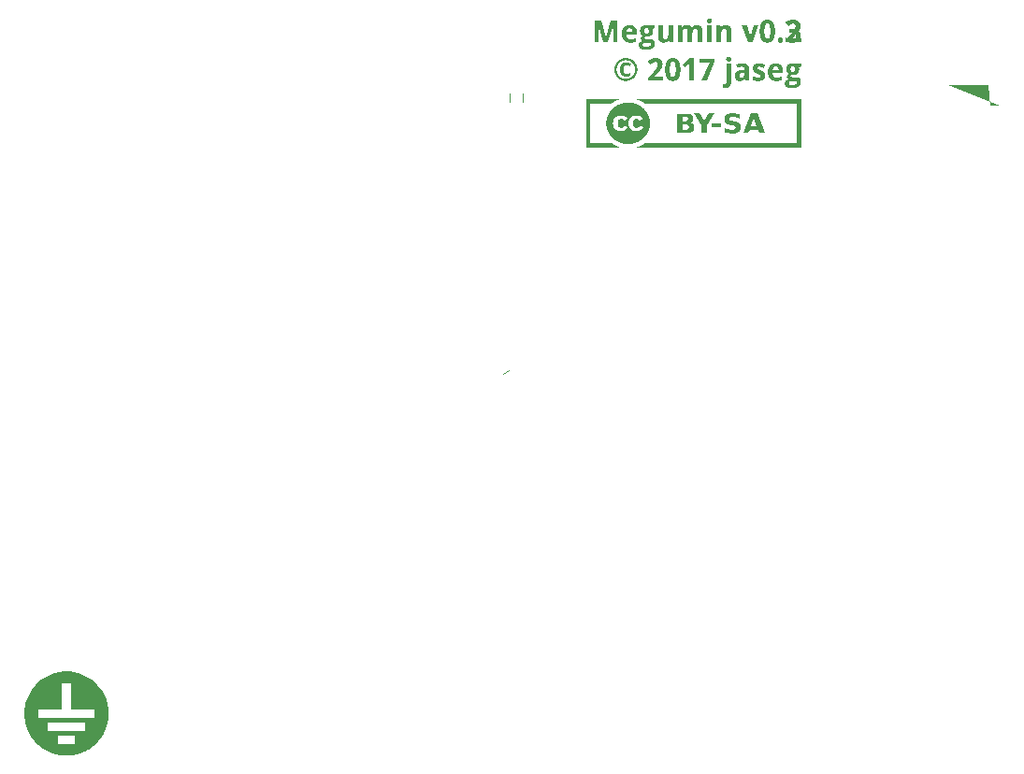
<source format=gbr>
From 1ae37bce5b24d0a0a7eca55087772891064e6859 Mon Sep 17 00:00:00 2001
From: jaseg <git@jaseg.net>
Date: Fri, 21 Jul 2017 20:01:20 +0200
Subject: Second production run, v0.3

---
 hw/chibi/chibi_2024/gerbers/chibi_2024-F.SilkS.gbr | 23126 ++++++++++---------
 1 file changed, 11702 insertions(+), 11424 deletions(-)

(limited to 'hw/chibi/chibi_2024/gerbers/chibi_2024-F.SilkS.gbr')

diff --git a/hw/chibi/chibi_2024/gerbers/chibi_2024-F.SilkS.gbr b/hw/chibi/chibi_2024/gerbers/chibi_2024-F.SilkS.gbr
index b8b3182..bf619af 100644
--- a/hw/chibi/chibi_2024/gerbers/chibi_2024-F.SilkS.gbr
+++ b/hw/chibi/chibi_2024/gerbers/chibi_2024-F.SilkS.gbr
@@ -1,7 +1,7 @@
 G04 #@! TF.FileFunction,Legend,Top*
 %FSLAX46Y46*%
 G04 Gerber Fmt 4.6, Leading zero omitted, Abs format (unit mm)*
-G04 Created by KiCad (PCBNEW 4.0.4-1.fc24-product) date Thu Jul 20 16:13:00 2017*
+G04 Created by KiCad (PCBNEW 4.0.4-1.fc24-product) date Fri Jul 21 09:28:46 2017*
 %MOMM*%
 %LPD*%
 G01*
@@ -7683,11239 +7683,6 @@ X110261521Y-106313461D01*
 X110261521Y-106313461D01*
 G37*
 G36*
-X107226489Y-54322778D02*
-X107226489Y-58738012D01*
-X110405898Y-58738012D01*
-X111701254Y-54322778D01*
-X111714915Y-54326246D01*
-X111728541Y-54329788D01*
-X111742132Y-54333405D01*
-X111755688Y-54337096D01*
-X111769209Y-54340860D01*
-X111782694Y-54344700D01*
-X111796145Y-54348613D01*
-X111809561Y-54352601D01*
-X111822941Y-54356663D01*
-X111836286Y-54360799D01*
-X111849596Y-54365010D01*
-X111862871Y-54369296D01*
-X111876111Y-54373656D01*
-X111889316Y-54378090D01*
-X111902485Y-54382599D01*
-X111915619Y-54387182D01*
-X111928718Y-54391840D01*
-X111941781Y-54396573D01*
-X111954809Y-54401380D01*
-X111967802Y-54406262D01*
-X111980759Y-54411218D01*
-X111993681Y-54416249D01*
-X112006568Y-54421356D01*
-X112019419Y-54426536D01*
-X112032235Y-54431792D01*
-X112045015Y-54437123D01*
-X112057760Y-54442528D01*
-X112070469Y-54448008D01*
-X112083143Y-54453564D01*
-X112095781Y-54459194D01*
-X112108384Y-54464899D01*
-X112120951Y-54470679D01*
-X112133482Y-54476534D01*
-X112145978Y-54482465D01*
-X112158438Y-54488470D01*
-X112170863Y-54494551D01*
-X112183252Y-54500707D01*
-X112195605Y-54506938D01*
-X112207922Y-54513244D01*
-X112220204Y-54519625D01*
-X112232450Y-54526082D01*
-X112244660Y-54532614D01*
-X112256834Y-54539222D01*
-X112268973Y-54545905D01*
-X112281075Y-54552663D01*
-X112293142Y-54559497D01*
-X112305173Y-54566406D01*
-X112317168Y-54573391D01*
-X112329127Y-54580451D01*
-X112341050Y-54587587D01*
-X112352937Y-54594798D01*
-X112364788Y-54602085D01*
-X112376603Y-54609448D01*
-X112388382Y-54616886D01*
-X112400126Y-54624400D01*
-X112411833Y-54631990D01*
-X112423503Y-54639655D01*
-X112435138Y-54647396D01*
-X112446737Y-54655214D01*
-X112458299Y-54663107D01*
-X112469826Y-54671075D01*
-X112481316Y-54679120D01*
-X112492770Y-54687241D01*
-X112504188Y-54695438D01*
-X112515569Y-54703710D01*
-X112526914Y-54712059D01*
-X112538223Y-54720484D01*
-X112549496Y-54728985D01*
-X112560732Y-54737562D01*
-X112571932Y-54746215D01*
-X112583096Y-54754944D01*
-X112594223Y-54763750D01*
-X126338776Y-54763750D01*
-X126338776Y-58295938D01*
-X112585404Y-58295938D01*
-X112574109Y-58304680D01*
-X112562785Y-58313346D01*
-X112551430Y-58321936D01*
-X112540045Y-58330450D01*
-X112528630Y-58338889D01*
-X112517185Y-58347252D01*
-X112505709Y-58355539D01*
-X112494203Y-58363751D01*
-X112482667Y-58371887D01*
-X112471101Y-58379948D01*
-X112459506Y-58387933D01*
-X112447880Y-58395843D01*
-X112436224Y-58403678D01*
-X112424538Y-58411437D01*
-X112412823Y-58419121D01*
-X112401077Y-58426730D01*
-X112389302Y-58434264D01*
-X112377498Y-58441722D01*
-X112365663Y-58449106D01*
-X112353799Y-58456415D01*
-X112341905Y-58463649D01*
-X112329982Y-58470808D01*
-X112318029Y-58477892D01*
-X112306047Y-58484902D01*
-X112294035Y-58491837D01*
-X112281994Y-58498697D01*
-X112269923Y-58505483D01*
-X112257823Y-58512195D01*
-X112245694Y-58518832D01*
-X112233536Y-58525394D01*
-X112221348Y-58531882D01*
-X112209131Y-58538296D01*
-X112196885Y-58544636D01*
-X112184610Y-58550902D01*
-X112172306Y-58557093D01*
-X112159973Y-58563211D01*
-X112147611Y-58569254D01*
-X112135220Y-58575224D01*
-X112122800Y-58581119D01*
-X112110351Y-58586941D01*
-X112097874Y-58592689D01*
-X112085368Y-58598364D01*
-X112072832Y-58603964D01*
-X112060269Y-58609491D01*
-X112047676Y-58614945D01*
-X112035055Y-58620325D01*
-X112022406Y-58625632D01*
-X112009727Y-58630865D01*
-X111997021Y-58636025D01*
-X111984286Y-58641112D01*
-X111971522Y-58646125D01*
-X111958730Y-58651065D01*
-X111945910Y-58655933D01*
-X111933062Y-58660727D01*
-X111920185Y-58665448D01*
-X111907280Y-58670096D01*
-X111894347Y-58674672D01*
-X111881385Y-58679174D01*
-X111868396Y-58683604D01*
-X111855378Y-58687961D01*
-X111842333Y-58692245D01*
-X111829259Y-58696457D01*
-X111816158Y-58700597D01*
-X111803029Y-58704663D01*
-X111789871Y-58708658D01*
-X111776686Y-58712580D01*
-X111763474Y-58716430D01*
-X111750233Y-58720207D01*
-X111736965Y-58723912D01*
-X111723669Y-58727545D01*
-X111710345Y-58731106D01*
-X111696994Y-58734595D01*
-X111683615Y-58738012D01*
-X126704232Y-58738012D01*
-X126704232Y-54322778D01*
-X111701254Y-54322778D01*
-X110405898Y-58738012D01*
-X110392504Y-58734547D01*
-X110379139Y-58731008D01*
-X110365804Y-58727395D01*
-X110352499Y-58723707D01*
-X110339224Y-58719945D01*
-X110325978Y-58716109D01*
-X110312762Y-58712199D01*
-X110299576Y-58708214D01*
-X110286420Y-58704155D01*
-X110273294Y-58700021D01*
-X110260197Y-58695812D01*
-X110247131Y-58691529D01*
-X110234094Y-58687171D01*
-X110221088Y-58682739D01*
-X110208111Y-58678232D01*
-X110195165Y-58673649D01*
-X110182249Y-58668992D01*
-X110169363Y-58664260D01*
-X110156507Y-58659453D01*
-X110143681Y-58654571D01*
-X110130885Y-58649614D01*
-X110118120Y-58644582D01*
-X110105385Y-58639474D01*
-X110092680Y-58634291D01*
-X110080005Y-58629033D01*
-X110067361Y-58623700D01*
-X110054747Y-58618291D01*
-X110042164Y-58612806D01*
-X110029611Y-58607246D01*
-X110017088Y-58601610D01*
-X110004596Y-58595899D01*
-X109992134Y-58590112D01*
-X109979703Y-58584249D01*
-X109967302Y-58578311D01*
-X109954932Y-58572296D01*
-X109942593Y-58566206D01*
-X109930284Y-58560039D01*
-X109918006Y-58553797D01*
-X109905759Y-58547479D01*
-X109893542Y-58541084D01*
-X109881356Y-58534613D01*
-X109869201Y-58528066D01*
-X109857077Y-58521443D01*
-X109844983Y-58514743D01*
-X109832920Y-58507967D01*
-X109820889Y-58501115D01*
-X109808888Y-58494186D01*
-X109796918Y-58487180D01*
-X109784979Y-58480098D01*
-X109773071Y-58472939D01*
-X109761194Y-58465703D01*
-X109749348Y-58458391D01*
-X109737533Y-58451002D01*
-X109725750Y-58443536D01*
-X109713997Y-58435993D01*
-X109702276Y-58428373D01*
-X109690585Y-58420676D01*
-X109678926Y-58412901D01*
-X109667299Y-58405050D01*
-X109655702Y-58397122D01*
-X109644137Y-58389116D01*
-X109632603Y-58381033D01*
-X109621100Y-58372872D01*
-X109609629Y-58364634D01*
-X109598190Y-58356319D01*
-X109586781Y-58347926D01*
-X109575404Y-58339456D01*
-X109564059Y-58330907D01*
-X109552745Y-58322282D01*
-X109541463Y-58313578D01*
-X109530212Y-58304797D01*
-X109518993Y-58295938D01*
-X107591944Y-58295938D01*
-X107591944Y-54763750D01*
-X109506315Y-54763750D01*
-X109517338Y-54754946D01*
-X109528397Y-54746219D01*
-X109539491Y-54737567D01*
-X109550621Y-54728991D01*
-X109561787Y-54720492D01*
-X109572988Y-54712068D01*
-X109584225Y-54703720D01*
-X109595497Y-54695449D01*
-X109606805Y-54687253D01*
-X109618148Y-54679133D01*
-X109629527Y-54671088D01*
-X109640941Y-54663120D01*
-X109652390Y-54655227D01*
-X109663875Y-54647410D01*
-X109675396Y-54639669D01*
-X109686952Y-54632004D01*
-X109698543Y-54624414D01*
-X109710169Y-54616900D01*
-X109721831Y-54609461D01*
-X109733528Y-54602099D01*
-X109745260Y-54594811D01*
-X109757028Y-54587599D01*
-X109768831Y-54580463D01*
-X109780669Y-54573403D01*
-X109792542Y-54566417D01*
-X109804450Y-54559508D01*
-X109816394Y-54552673D01*
-X109828373Y-54545914D01*
-X109840386Y-54539231D01*
-X109852435Y-54532622D01*
-X109864519Y-54526089D01*
-X109876638Y-54519632D01*
-X109888792Y-54513250D01*
-X109900981Y-54506942D01*
-X109913205Y-54500711D01*
-X109925464Y-54494554D01*
-X109937758Y-54488472D01*
-X109950087Y-54482466D01*
-X109962451Y-54476535D01*
-X109974850Y-54470679D01*
-X109987284Y-54464898D01*
-X109999752Y-54459191D01*
-X110012255Y-54453560D01*
-X110024793Y-54448004D01*
-X110037366Y-54442523D01*
-X110049974Y-54437117D01*
-X110062616Y-54431786D01*
-X110075294Y-54426530D01*
-X110088005Y-54421348D01*
-X110100752Y-54416242D01*
-X110113533Y-54411210D01*
-X110126349Y-54406253D01*
-X110139200Y-54401370D01*
-X110152085Y-54396563D01*
-X110165004Y-54391830D01*
-X110177959Y-54387172D01*
-X110190948Y-54382588D01*
-X110203971Y-54378080D01*
-X110217029Y-54373645D01*
-X110230121Y-54369286D01*
-X110243248Y-54365001D01*
-X110256409Y-54360790D01*
-X110269605Y-54356654D01*
-X110282835Y-54352592D01*
-X110296100Y-54348605D01*
-X110309399Y-54344692D01*
-X110322732Y-54340854D01*
-X110336100Y-54337090D01*
-X110349502Y-54333401D01*
-X110362938Y-54329785D01*
-X110376409Y-54326244D01*
-X110389913Y-54322778D01*
-X107226489Y-54322778D01*
-X107226489Y-54322778D01*
-G37*
-G36*
-X115478733Y-56505590D02*
-X115963802Y-56640638D01*
-X116248780Y-56640638D01*
-X116265867Y-56640838D01*
-X116282439Y-56641437D01*
-X116298496Y-56642436D01*
-X116314039Y-56643836D01*
-X116329066Y-56645635D01*
-X116343579Y-56647835D01*
-X116357578Y-56650435D01*
-X116371062Y-56653437D01*
-X116384031Y-56656839D01*
-X116396486Y-56660642D01*
-X116408426Y-56664847D01*
-X116419852Y-56669453D01*
-X116430763Y-56674461D01*
-X116441161Y-56679872D01*
-X116451044Y-56685684D01*
-X116460412Y-56691898D01*
-X116469266Y-56698516D01*
-X116478691Y-56706349D01*
-X116487470Y-56714709D01*
-X116495604Y-56723593D01*
-X116503091Y-56733000D01*
-X116509932Y-56742928D01*
-X116516124Y-56753376D01*
-X116521668Y-56764341D01*
-X116526563Y-56775822D01*
-X116530807Y-56787817D01*
-X116534401Y-56800325D01*
-X116537343Y-56813344D01*
-X116539632Y-56826872D01*
-X116541268Y-56840908D01*
-X116542251Y-56855449D01*
-X116542578Y-56870495D01*
-X116542247Y-56885842D01*
-X116541253Y-56900655D01*
-X116539597Y-56914937D01*
-X116537279Y-56928687D01*
-X116534299Y-56941908D01*
-X116530657Y-56954600D01*
-X116526355Y-56966764D01*
-X116521391Y-56978402D01*
-X116515767Y-56989515D01*
-X116509483Y-57000104D01*
-X116502538Y-57010170D01*
-X116494934Y-57019715D01*
-X116486670Y-57028739D01*
-X116477746Y-57037244D01*
-X116468164Y-57045230D01*
-X116459311Y-57051849D01*
-X116449951Y-57058064D01*
-X116440082Y-57063877D01*
-X116429706Y-57069288D01*
-X116418823Y-57074296D01*
-X116407432Y-57078903D01*
-X116395536Y-57083107D01*
-X116383133Y-57086910D01*
-X116370224Y-57090312D01*
-X116356810Y-57093313D01*
-X116342890Y-57095913D01*
-X116328465Y-57098112D01*
-X116313536Y-57099911D01*
-X116298103Y-57101310D01*
-X116282166Y-57102309D01*
-X116265725Y-57102908D01*
-X116248780Y-57103108D01*
-X115963802Y-57103108D01*
-X115963802Y-56640638D01*
-X115478733Y-56505590D01*
-X115478733Y-57412891D01*
-X116284058Y-57412891D01*
-X116301830Y-57412820D01*
-X116319385Y-57412608D01*
-X116336722Y-57412255D01*
-X116353843Y-57411760D01*
-X116370747Y-57411124D01*
-X116387433Y-57410346D01*
-X116403903Y-57409427D01*
-X116420155Y-57408366D01*
-X116436190Y-57407163D01*
-X116452009Y-57405819D01*
-X116467610Y-57404333D01*
-X116482994Y-57402706D01*
-X116498161Y-57400936D01*
-X116513111Y-57399025D01*
-X116527844Y-57396972D01*
-X116542359Y-57394777D01*
-X116556658Y-57392440D01*
-X116570739Y-57389961D01*
-X116584604Y-57387340D01*
-X116598251Y-57384577D01*
-X116611681Y-57381672D01*
-X116624894Y-57378625D01*
-X116637890Y-57375435D01*
-X116650668Y-57372104D01*
-X116663230Y-57368630D01*
-X116675574Y-57365013D01*
-X116687701Y-57361255D01*
-X116699611Y-57357354D01*
-X116711303Y-57353310D01*
-X116722779Y-57349124D01*
-X116734037Y-57344796D01*
-X116745078Y-57340325D01*
-X116755902Y-57335711D01*
-X116766509Y-57330955D01*
-X116776898Y-57326056D01*
-X116787071Y-57321014D01*
-X116797026Y-57315830D01*
-X116806763Y-57310503D01*
-X116816284Y-57305033D01*
-X116825587Y-57299420D01*
-X116834673Y-57293664D01*
-X116843542Y-57287765D01*
-X116854522Y-57280047D01*
-X116865165Y-57272090D01*
-X116875471Y-57263893D01*
-X116885440Y-57255458D01*
-X116895072Y-57246784D01*
-X116904367Y-57237870D01*
-X116913324Y-57228718D01*
-X116921943Y-57219326D01*
-X116930226Y-57209696D01*
-X116938171Y-57199826D01*
-X116945778Y-57189717D01*
-X116953048Y-57179370D01*
-X116959980Y-57168783D01*
-X116966574Y-57157958D01*
-X116972831Y-57146893D01*
-X116978750Y-57135590D01*
-X116984331Y-57124047D01*
-X116989574Y-57112266D01*
-X116994480Y-57100246D01*
-X116999047Y-57087986D01*
-X117003277Y-57075488D01*
-X117007168Y-57062751D01*
-X117010721Y-57049775D01*
-X117013936Y-57036560D01*
-X117016813Y-57023106D01*
-X117019352Y-57009413D01*
-X117021552Y-56995481D01*
-X117023414Y-56981311D01*
-X117024938Y-56966901D01*
-X117026123Y-56952253D01*
-X117026970Y-56937366D01*
-X117027478Y-56922240D01*
-X117027648Y-56906875D01*
-X117027468Y-56891820D01*
-X117026932Y-56876979D01*
-X117026038Y-56862351D01*
-X117024787Y-56847936D01*
-X117023180Y-56833735D01*
-X117021216Y-56819748D01*
-X117018897Y-56805976D01*
-X117016223Y-56792417D01*
-X117013193Y-56779074D01*
-X117009809Y-56765944D01*
-X117006070Y-56753030D01*
-X117001978Y-56740331D01*
-X116997531Y-56727847D01*
-X116992732Y-56715578D01*
-X116987579Y-56703525D01*
-X116982074Y-56691687D01*
-X116976217Y-56680066D01*
-X116970007Y-56668661D01*
-X116963447Y-56657472D01*
-X116956534Y-56646499D01*
-X116949271Y-56635743D01*
-X116941658Y-56625204D01*
-X116933568Y-56614850D01*
-X116925086Y-56604904D01*
-X116916227Y-56595351D01*
-X116907004Y-56586175D01*
-X116897433Y-56577360D01*
-X116887527Y-56568889D01*
-X116877300Y-56560749D01*
-X116866768Y-56552922D01*
-X116855943Y-56545392D01*
-X116844841Y-56538145D01*
-X116833475Y-56531165D01*
-X116821861Y-56524435D01*
-X116810011Y-56517939D01*
-X116797941Y-56511663D01*
-X116785664Y-56505590D01*
-X115478733Y-56505590D01*
-X115478733Y-56505590D01*
-G37*
-G36*
-X116985281Y-55647222D02*
-X117515747Y-55647222D01*
-X117944153Y-56276474D01*
-X118372556Y-55647222D01*
-X118904283Y-55647222D01*
-X118187333Y-56669168D01*
-X118187333Y-57413156D01*
-X117702231Y-57413156D01*
-X117702231Y-56669168D01*
-X116985281Y-55647222D01*
-X116985281Y-55647222D01*
-G37*
-G36*
-X118642201Y-56543789D02*
-X119433491Y-56543789D01*
-X119433491Y-56887987D01*
-X118642201Y-56887987D01*
-X118642201Y-56543789D01*
-X118642201Y-56543789D01*
-G37*
-G36*
-X121121912Y-55702811D02*
-X121121912Y-56076582D01*
-X121108450Y-56070985D01*
-X121095016Y-56065509D01*
-X121081611Y-56060154D01*
-X121068234Y-56054920D01*
-X121054886Y-56049806D01*
-X121041566Y-56044813D01*
-X121028275Y-56039941D01*
-X121015013Y-56035190D01*
-X121001779Y-56030559D01*
-X120988574Y-56026049D01*
-X120975397Y-56021660D01*
-X120962249Y-56017392D01*
-X120949130Y-56013244D01*
-X120936039Y-56009217D01*
-X120922977Y-56005311D01*
-X120909944Y-56001526D01*
-X120896939Y-55997861D01*
-X120883962Y-55994317D01*
-X120871015Y-55990894D01*
-X120858096Y-55987591D01*
-X120845205Y-55984409D01*
-X120832344Y-55981348D01*
-X120819511Y-55978408D01*
-X120804809Y-55975180D01*
-X120790189Y-55972117D01*
-X120775652Y-55969219D01*
-X120761196Y-55966487D01*
-X120746822Y-55963921D01*
-X120732530Y-55961520D01*
-X120718320Y-55959284D01*
-X120704191Y-55957214D01*
-X120690145Y-55955309D01*
-X120676181Y-55953570D01*
-X120662298Y-55951997D01*
-X120648498Y-55950589D01*
-X120634780Y-55949347D01*
-X120621143Y-55948270D01*
-X120607589Y-55947359D01*
-X120594116Y-55946613D01*
-X120580726Y-55946034D01*
-X120567417Y-55945619D01*
-X120554191Y-55945371D01*
-X120541046Y-55945288D01*
-X120522994Y-55945412D01*
-X120505444Y-55945786D01*
-X120488397Y-55946409D01*
-X120471853Y-55947280D01*
-X120455811Y-55948401D01*
-X120440272Y-55949770D01*
-X120425236Y-55951389D01*
-X120410702Y-55953256D01*
-X120396671Y-55955373D01*
-X120383142Y-55957738D01*
-X120370116Y-55960353D01*
-X120357593Y-55963216D01*
-X120345573Y-55966329D01*
-X120334055Y-55969691D01*
-X120323039Y-55973301D01*
-X120312526Y-55977161D01*
-X120302516Y-55981270D01*
-X120293008Y-55985627D01*
-X120284003Y-55990234D01*
-X120271700Y-55997443D01*
-X120260382Y-56005240D01*
-X120250048Y-56013625D01*
-X120240698Y-56022598D01*
-X120232333Y-56032159D01*
-X120224952Y-56042308D01*
-X120218555Y-56053044D01*
-X120213142Y-56064368D01*
-X120208714Y-56076280D01*
-X120205269Y-56088780D01*
-X120202809Y-56101868D01*
-X120201333Y-56115544D01*
-X120200841Y-56129807D01*
-X120201395Y-56143694D01*
-X120203057Y-56156966D01*
-X120205828Y-56169623D01*
-X120209707Y-56181664D01*
-X120214695Y-56193090D01*
-X120220793Y-56203900D01*
-X120228000Y-56214096D01*
-X120236316Y-56223676D01*
-X120245742Y-56232641D01*
-X120256279Y-56240991D01*
-X120263721Y-56245828D01*
-X120271873Y-56250582D01*
-X120280732Y-56255252D01*
-X120290301Y-56259840D01*
-X120300578Y-56264345D01*
-X120311564Y-56268767D01*
-X120323258Y-56273105D01*
-X120335661Y-56277361D01*
-X120348773Y-56281533D01*
-X120362594Y-56285623D01*
-X120377124Y-56289629D01*
-X120392362Y-56293552D01*
-X120408309Y-56297391D01*
-X120424965Y-56301148D01*
-X120442330Y-56304821D01*
-X120460404Y-56308411D01*
-X120667047Y-56347441D01*
-X120684827Y-56350871D01*
-X120702311Y-56354401D01*
-X120719498Y-56358032D01*
-X120736389Y-56361763D01*
-X120752984Y-56365595D01*
-X120769283Y-56369527D01*
-X120785286Y-56373559D01*
-X120800992Y-56377692D01*
-X120816402Y-56381925D01*
-X120831516Y-56386259D01*
-X120846334Y-56390693D01*
-X120860855Y-56395227D01*
-X120875081Y-56399862D01*
-X120889010Y-56404597D01*
-X120902643Y-56409433D01*
-X120915979Y-56414369D01*
-X120929019Y-56419405D01*
-X120941764Y-56424542D01*
-X120954212Y-56429779D01*
-X120966363Y-56435117D01*
-X120978219Y-56440555D01*
-X120989778Y-56446094D01*
-X121001041Y-56451733D01*
-X121012008Y-56457472D01*
-X121022678Y-56463311D01*
-X121033052Y-56469252D01*
-X121043131Y-56475292D01*
-X121052912Y-56481433D01*
-X121062398Y-56487674D01*
-X121071587Y-56494016D01*
-X121080480Y-56500458D01*
-X121089077Y-56507001D01*
-X121097378Y-56513644D01*
-X121105382Y-56520387D01*
-X121113090Y-56527231D01*
-X121122372Y-56535978D01*
-X121131315Y-56544985D01*
-X121139922Y-56554252D01*
-X121148190Y-56563778D01*
-X121156122Y-56573563D01*
-X121163716Y-56583608D01*
-X121170972Y-56593912D01*
-X121177891Y-56604476D01*
-X121184472Y-56615300D01*
-X121190716Y-56626382D01*
-X121196622Y-56637725D01*
-X121202191Y-56649326D01*
-X121207422Y-56661188D01*
-X121212316Y-56673308D01*
-X121216873Y-56685689D01*
-X121221091Y-56698328D01*
-X121224973Y-56711227D01*
-X121228517Y-56724386D01*
-X121231723Y-56737804D01*
-X121234592Y-56751482D01*
-X121237124Y-56765419D01*
-X121239317Y-56779615D01*
-X121241174Y-56794071D01*
-X121242693Y-56808786D01*
-X121243874Y-56823761D01*
-X121244718Y-56838996D01*
-X121245225Y-56854489D01*
-X121245394Y-56870243D01*
-X121245259Y-56885926D01*
-X121244852Y-56901392D01*
-X121244176Y-56916640D01*
-X121243229Y-56931670D01*
-X121242011Y-56946483D01*
-X121240522Y-56961078D01*
-X121238763Y-56975455D01*
-X121236734Y-56989614D01*
-X121234434Y-57003556D01*
-X121231863Y-57017280D01*
-X121229022Y-57030786D01*
-X121225910Y-57044074D01*
-X121222527Y-57057145D01*
-X121218874Y-57069998D01*
-X121214951Y-57082633D01*
-X121210757Y-57095050D01*
-X121206292Y-57107250D01*
-X121201556Y-57119232D01*
-X121196550Y-57130996D01*
-X121191274Y-57142542D01*
-X121185727Y-57153871D01*
-X121179909Y-57164982D01*
-X121173821Y-57175875D01*
-X121167462Y-57186551D01*
-X121160832Y-57197008D01*
-X121153932Y-57207248D01*
-X121146762Y-57217271D01*
-X121139320Y-57227075D01*
-X121131608Y-57236662D01*
-X121123626Y-57246031D01*
-X121115373Y-57255183D01*
-X121106849Y-57264116D01*
-X121098055Y-57272832D01*
-X121088990Y-57281331D01*
-X121079654Y-57289611D01*
-X121070048Y-57297674D01*
-X121060171Y-57305519D01*
-X121051509Y-57312044D01*
-X121042636Y-57318415D01*
-X121033551Y-57324633D01*
-X121024255Y-57330698D01*
-X121014748Y-57336608D01*
-X121005030Y-57342366D01*
-X120995100Y-57347969D01*
-X120984959Y-57353420D01*
-X120974607Y-57358716D01*
-X120964044Y-57363860D01*
-X120953269Y-57368849D01*
-X120942283Y-57373685D01*
-X120931086Y-57378368D01*
-X120919678Y-57382897D01*
-X120908058Y-57387273D01*
-X120896227Y-57391495D01*
-X120884185Y-57395563D01*
-X120871932Y-57399478D01*
-X120859467Y-57403240D01*
-X120846791Y-57406848D01*
-X120833904Y-57410302D01*
-X120820806Y-57413603D01*
-X120807496Y-57416750D01*
-X120793976Y-57419744D01*
-X120780243Y-57422584D01*
-X120766300Y-57425271D01*
-X120752146Y-57427804D01*
-X120737780Y-57430184D01*
-X120723203Y-57432410D01*
-X120708414Y-57434483D01*
-X120693415Y-57436402D01*
-X120678204Y-57438167D01*
-X120662782Y-57439779D01*
-X120647149Y-57441238D01*
-X120631304Y-57442543D01*
-X120615248Y-57443694D01*
-X120598981Y-57444692D01*
-X120582503Y-57445537D01*
-X120565813Y-57446228D01*
-X120548913Y-57446765D01*
-X120531801Y-57447149D01*
-X120514477Y-57447379D01*
-X120496943Y-57447456D01*
-X120483178Y-57447409D01*
-X120469409Y-57447267D01*
-X120455637Y-57447030D01*
-X120441860Y-57446699D01*
-X120428080Y-57446274D01*
-X120414297Y-57445754D01*
-X120400509Y-57445139D01*
-X120386718Y-57444430D01*
-X120372923Y-57443627D01*
-X120359125Y-57442729D01*
-X120345322Y-57441736D01*
-X120331516Y-57440649D01*
-X120317707Y-57439468D01*
-X120303893Y-57438192D01*
-X120290076Y-57436822D01*
-X120276255Y-57435357D01*
-X120262431Y-57433798D01*
-X120248602Y-57432145D01*
-X120234770Y-57430397D01*
-X120220934Y-57428554D01*
-X120207095Y-57426618D01*
-X120193252Y-57424587D01*
-X120179405Y-57422461D01*
-X120165554Y-57420241D01*
-X120151700Y-57417927D01*
-X120137842Y-57415519D01*
-X120124495Y-57413112D01*
-X120111148Y-57410621D01*
-X120097801Y-57408045D01*
-X120084453Y-57405385D01*
-X120071106Y-57402640D01*
-X120057759Y-57399811D01*
-X120044412Y-57396897D01*
-X120031065Y-57393899D01*
-X120017718Y-57390816D01*
-X120004371Y-57387649D01*
-X119991024Y-57384397D01*
-X119977677Y-57381061D01*
-X119964330Y-57377641D01*
-X119950984Y-57374136D01*
-X119937637Y-57370546D01*
-X119924290Y-57366872D01*
-X119910943Y-57363114D01*
-X119897596Y-57359272D01*
-X119884250Y-57355345D01*
-X119870903Y-57351334D01*
-X119857556Y-57347238D01*
-X119844210Y-57343058D01*
-X119830863Y-57338794D01*
-X119817516Y-57334445D01*
-X119804170Y-57330013D01*
-X119790823Y-57325496D01*
-X119777477Y-57320894D01*
-X119777477Y-56936483D01*
-X119790806Y-56943082D01*
-X119804101Y-56949561D01*
-X119817361Y-56955919D01*
-X119830586Y-56962158D01*
-X119843777Y-56968276D01*
-X119856934Y-56974275D01*
-X119870056Y-56980153D01*
-X119883143Y-56985911D01*
-X119896196Y-56991550D01*
-X119909214Y-56997068D01*
-X119922198Y-57002466D01*
-X119935147Y-57007744D01*
-X119948062Y-57012902D01*
-X119960942Y-57017939D01*
-X119973788Y-57022857D01*
-X119986599Y-57027655D01*
-X119999375Y-57032332D01*
-X120012117Y-57036890D01*
-X120024825Y-57041327D01*
-X120037497Y-57045645D01*
-X120050136Y-57049842D01*
-X120062739Y-57053919D01*
-X120075309Y-57057876D01*
-X120087843Y-57061713D01*
-X120100343Y-57065430D01*
-X120112809Y-57069027D01*
-X120125240Y-57072504D01*
-X120139288Y-57076171D01*
-X120153292Y-57079683D01*
-X120167253Y-57083038D01*
-X120181170Y-57086237D01*
-X120195043Y-57089281D01*
-X120208873Y-57092168D01*
-X120222659Y-57094899D01*
-X120236401Y-57097474D01*
-X120250099Y-57099894D01*
-X120263753Y-57102157D01*
-X120277364Y-57104264D01*
-X120290931Y-57106215D01*
-X120304454Y-57108010D01*
-X120317934Y-57109649D01*
-X120331370Y-57111131D01*
-X120344762Y-57112458D01*
-X120358110Y-57113629D01*
-X120371415Y-57114643D01*
-X120384675Y-57115502D01*
-X120397892Y-57116204D01*
-X120411066Y-57116751D01*
-X120424196Y-57117141D01*
-X120437281Y-57117375D01*
-X120450324Y-57117453D01*
-X120467734Y-57117300D01*
-X120484686Y-57116839D01*
-X120501179Y-57116072D01*
-X120517213Y-57114998D01*
-X120532788Y-57113618D01*
-X120547904Y-57111931D01*
-X120562562Y-57109937D01*
-X120576760Y-57107636D01*
-X120590500Y-57105029D01*
-X120603780Y-57102115D01*
-X120616602Y-57098895D01*
-X120628965Y-57095368D01*
-X120640869Y-57091535D01*
-X120652314Y-57087396D01*
-X120663301Y-57082950D01*
-X120673828Y-57078198D01*
-X120683897Y-57073139D01*
-X120693507Y-57067774D01*
-X120705995Y-57059880D01*
-X120717483Y-57051481D01*
-X120727973Y-57042579D01*
-X120737464Y-57033172D01*
-X120745956Y-57023262D01*
-X120753449Y-57012847D01*
-X120759943Y-57001929D01*
-X120765438Y-56990507D01*
-X120769934Y-56978580D01*
-X120773431Y-56966150D01*
-X120775928Y-56953216D01*
-X120777427Y-56939779D01*
-X120777927Y-56925837D01*
-X120777448Y-56911096D01*
-X120776012Y-56896981D01*
-X120773618Y-56883491D01*
-X120770266Y-56870626D01*
-X120765956Y-56858388D01*
-X120760688Y-56846774D01*
-X120754462Y-56835787D01*
-X120747277Y-56825425D01*
-X120739133Y-56815688D01*
-X120730031Y-56806578D01*
-X120719969Y-56798092D01*
-X120713315Y-56793128D01*
-X120705952Y-56788221D01*
-X120697882Y-56783373D01*
-X120689105Y-56778584D01*
-X120679619Y-56773853D01*
-X120669426Y-56769180D01*
-X120658525Y-56764565D01*
-X120646917Y-56760010D01*
-X120634600Y-56755512D01*
-X120621576Y-56751073D01*
-X120607844Y-56746692D01*
-X120593405Y-56742370D01*
-X120578257Y-56738106D01*
-X120562402Y-56733900D01*
-X120545839Y-56729753D01*
-X120528569Y-56725665D01*
-X120510591Y-56721635D01*
-X120491905Y-56717663D01*
-X120304163Y-56678630D01*
-X120287196Y-56675127D01*
-X120270507Y-56671501D01*
-X120254096Y-56667750D01*
-X120237962Y-56663876D01*
-X120222106Y-56659878D01*
-X120206527Y-56655756D01*
-X120191227Y-56651510D01*
-X120176204Y-56647141D01*
-X120161458Y-56642647D01*
-X120146991Y-56638030D01*
-X120132801Y-56633289D01*
-X120118888Y-56628424D01*
-X120105254Y-56623435D01*
-X120091897Y-56618323D01*
-X120078818Y-56613087D01*
-X120066016Y-56607726D01*
-X120053492Y-56602242D01*
-X120041246Y-56596635D01*
-X120029278Y-56590903D01*
-X120017587Y-56585048D01*
-X120006174Y-56579068D01*
-X119995038Y-56572965D01*
-X119984180Y-56566739D01*
-X119973600Y-56560388D01*
-X119963298Y-56553913D01*
-X119953273Y-56547315D01*
-X119943526Y-56540593D01*
-X119934057Y-56533747D01*
-X119924865Y-56526777D01*
-X119915951Y-56519684D01*
-X119907315Y-56512466D01*
-X119898956Y-56505125D01*
-X119890875Y-56497660D01*
-X119881440Y-56488342D01*
-X119872360Y-56478787D01*
-X119863637Y-56468996D01*
-X119855270Y-56458967D01*
-X119847259Y-56448701D01*
-X119839603Y-56438199D01*
-X119832304Y-56427460D01*
-X119825361Y-56416483D01*
-X119818774Y-56405270D01*
-X119812543Y-56393820D01*
-X119806669Y-56382133D01*
-X119801150Y-56370210D01*
-X119795987Y-56358049D01*
-X119791180Y-56345651D01*
-X119786730Y-56333017D01*
-X119782635Y-56320145D01*
-X119778897Y-56307037D01*
-X119775514Y-56293692D01*
-X119772488Y-56280110D01*
-X119769817Y-56266291D01*
-X119767503Y-56252235D01*
-X119765545Y-56237942D01*
-X119763943Y-56223412D01*
-X119762697Y-56208646D01*
-X119761806Y-56193642D01*
-X119761272Y-56178402D01*
-X119761094Y-56162925D01*
-X119761251Y-56147515D01*
-X119761722Y-56132316D01*
-X119762507Y-56117327D01*
-X119763606Y-56102549D01*
-X119765018Y-56087983D01*
-X119766745Y-56073626D01*
-X119768785Y-56059481D01*
-X119771139Y-56045546D01*
-X119773808Y-56031822D01*
-X119776790Y-56018309D01*
-X119780086Y-56005007D01*
-X119783696Y-55991915D01*
-X119787620Y-55979034D01*
-X119791858Y-55966364D01*
-X119796409Y-55953905D01*
-X119801275Y-55941656D01*
-X119806455Y-55929619D01*
-X119811948Y-55917792D01*
-X119817756Y-55906175D01*
-X119823877Y-55894770D01*
-X119830312Y-55883575D01*
-X119837062Y-55872591D01*
-X119844125Y-55861818D01*
-X119851502Y-55851255D01*
-X119859193Y-55840903D01*
-X119867198Y-55830762D01*
-X119875517Y-55820832D01*
-X119884150Y-55811113D01*
-X119893096Y-55801604D01*
-X119902357Y-55792306D01*
-X119911932Y-55783219D01*
-X119921820Y-55774343D01*
-X119932023Y-55765677D01*
-X119942539Y-55757222D01*
-X119951710Y-55750214D01*
-X119961080Y-55743383D01*
-X119970648Y-55736730D01*
-X119980415Y-55730254D01*
-X119990380Y-55723956D01*
-X120000543Y-55717834D01*
-X120010905Y-55711891D01*
-X120021466Y-55706125D01*
-X120032225Y-55700536D01*
-X120043182Y-55695125D01*
-X120054338Y-55689891D01*
-X120065692Y-55684834D01*
-X120077245Y-55679955D01*
-X120088996Y-55675253D01*
-X120100945Y-55670729D01*
-X120113093Y-55666382D01*
-X120125440Y-55662213D01*
-X120137985Y-55658221D01*
-X120150728Y-55654406D01*
-X120163670Y-55650769D01*
-X120176811Y-55647310D01*
-X120190149Y-55644027D01*
-X120203687Y-55640922D01*
-X120217422Y-55637995D01*
-X120231356Y-55635245D01*
-X120245489Y-55632672D01*
-X120259820Y-55630277D01*
-X120274350Y-55628059D01*
-X120289078Y-55626019D01*
-X120304004Y-55624156D01*
-X120319129Y-55622471D01*
-X120334452Y-55620963D01*
-X120349974Y-55619632D01*
-X120365695Y-55618479D01*
-X120381613Y-55617503D01*
-X120397730Y-55616704D01*
-X120414046Y-55616083D01*
-X120430560Y-55615640D01*
-X120447273Y-55615374D01*
-X120464184Y-55615285D01*
-X120477677Y-55615327D01*
-X120491204Y-55615455D01*
-X120504764Y-55615667D01*
-X120518357Y-55615964D01*
-X120531984Y-55616346D01*
-X120545644Y-55616812D01*
-X120559337Y-55617364D01*
-X120573064Y-55618001D01*
-X120586824Y-55618723D01*
-X120600618Y-55619530D01*
-X120614444Y-55620422D01*
-X120628304Y-55621399D01*
-X120642198Y-55622461D01*
-X120656125Y-55623608D01*
-X120670085Y-55624841D01*
-X120684078Y-55626159D01*
-X120698105Y-55627562D01*
-X120712166Y-55629050D01*
-X120726259Y-55630624D01*
-X120740386Y-55632283D01*
-X120754547Y-55634027D01*
-X120768741Y-55635857D01*
-X120782968Y-55637772D01*
-X120796090Y-55639510D01*
-X120809248Y-55641321D01*
-X120822443Y-55643203D01*
-X120835674Y-55645158D01*
-X120848941Y-55647184D01*
-X120862244Y-55649283D01*
-X120875584Y-55651454D01*
-X120888960Y-55653696D01*
-X120902373Y-55656010D01*
-X120915822Y-55658397D01*
-X120929307Y-55660855D01*
-X120942828Y-55663386D01*
-X120956386Y-55665988D01*
-X120969980Y-55668662D01*
-X120983611Y-55671408D01*
-X120997277Y-55674226D01*
-X121010980Y-55677116D01*
-X121024720Y-55680078D01*
-X121038495Y-55683112D01*
-X121052307Y-55686217D01*
-X121066156Y-55689395D01*
-X121080040Y-55692644D01*
-X121093961Y-55695965D01*
-X121107919Y-55699358D01*
-X121121912Y-55702823D01*
-X121121912Y-55702811D01*
-X121121912Y-55702811D01*
-G37*
-G36*
-X122176545Y-56763805D02*
-X122814111Y-57091441D01*
-X122055583Y-57091441D01*
-X121935882Y-57413168D01*
-X121448257Y-57413168D01*
-X122145044Y-55647234D01*
-X122723391Y-55647234D01*
-X123420178Y-57413168D01*
-X122932554Y-57413168D01*
-X122814111Y-57091441D01*
-X122176545Y-56763805D01*
-X122691890Y-56763805D01*
-X122434850Y-56061216D01*
-X122176545Y-56763805D01*
-X122176545Y-56763805D01*
-G37*
-G36*
-X126704001Y-49199527D02*
-X125349734Y-49199527D01*
-X125349734Y-48902720D01*
-X125824625Y-48390556D01*
-X125834544Y-48379865D01*
-X125844361Y-48369269D01*
-X125854076Y-48358766D01*
-X125863688Y-48348357D01*
-X125873198Y-48338041D01*
-X125882606Y-48327820D01*
-X125891911Y-48317692D01*
-X125901115Y-48307658D01*
-X125910216Y-48297717D01*
-X125919214Y-48287871D01*
-X125928111Y-48278118D01*
-X125936905Y-48268458D01*
-X125945597Y-48258893D01*
-X125954187Y-48249421D01*
-X125962674Y-48240043D01*
-X125971060Y-48230759D01*
-X125979343Y-48221568D01*
-X125987523Y-48212472D01*
-X125997187Y-48201630D01*
-X126006666Y-48190825D01*
-X126015961Y-48180058D01*
-X126025073Y-48169327D01*
-X126034000Y-48158632D01*
-X126042743Y-48147975D01*
-X126051302Y-48137354D01*
-X126059677Y-48126770D01*
-X126067868Y-48116223D01*
-X126075875Y-48105713D01*
-X126083698Y-48095240D01*
-X126091336Y-48084803D01*
-X126098791Y-48074404D01*
-X126106062Y-48064041D01*
-X126113148Y-48053715D01*
-X126121080Y-48041805D01*
-X126128734Y-48029862D01*
-X126136110Y-48017887D01*
-X126143209Y-48005879D01*
-X126150030Y-47993839D01*
-X126156573Y-47981765D01*
-X126162838Y-47969659D01*
-X126168826Y-47957521D01*
-X126174536Y-47945350D01*
-X126179968Y-47933146D01*
-X126185122Y-47920909D01*
-X126189999Y-47908640D01*
-X126194598Y-47896338D01*
-X126198886Y-47883946D01*
-X126202832Y-47871407D01*
-X126206434Y-47858721D01*
-X126209693Y-47845889D01*
-X126212609Y-47832909D01*
-X126215182Y-47819782D01*
-X126217412Y-47806508D01*
-X126219299Y-47793087D01*
-X126220842Y-47779519D01*
-X126222043Y-47765803D01*
-X126222901Y-47751941D01*
-X126223415Y-47737932D01*
-X126223587Y-47723776D01*
-X126223270Y-47709415D01*
-X126222319Y-47695518D01*
-X126220734Y-47682086D01*
-X126218516Y-47669120D01*
-X126215663Y-47656618D01*
-X126212177Y-47644580D01*
-X126208056Y-47633008D01*
-X126203302Y-47621901D01*
-X126197914Y-47611258D01*
-X126191892Y-47601081D01*
-X126185236Y-47591368D01*
-X126177946Y-47582120D01*
-X126170022Y-47573337D01*
-X126161465Y-47565019D01*
-X126152569Y-47557222D01*
-X126143237Y-47550002D01*
-X126133467Y-47543361D01*
-X126123262Y-47537296D01*
-X126112619Y-47531809D01*
-X126101540Y-47526900D01*
-X126090024Y-47522568D01*
-X126078071Y-47518814D01*
-X126065682Y-47515638D01*
-X126052856Y-47513039D01*
-X126039594Y-47511017D01*
-X126025894Y-47509573D01*
-X126011758Y-47508707D01*
-X125997186Y-47508418D01*
-X125983586Y-47508629D01*
-X125970050Y-47509260D01*
-X125956580Y-47510311D01*
-X125943174Y-47511783D01*
-X125929833Y-47513676D01*
-X125916556Y-47515990D01*
-X125903344Y-47518724D01*
-X125890197Y-47521878D01*
-X125877115Y-47525454D01*
-X125864097Y-47529449D01*
-X125851144Y-47533866D01*
-X125838256Y-47538703D01*
-X125825432Y-47543961D01*
-X125812674Y-47549639D01*
-X125799980Y-47555738D01*
-X125787350Y-47562258D01*
-X125776715Y-47568051D01*
-X125766027Y-47574097D01*
-X125755285Y-47580396D01*
-X125744490Y-47586946D01*
-X125733641Y-47593749D01*
-X125722738Y-47600805D01*
-X125711782Y-47608113D01*
-X125700773Y-47615673D01*
-X125689710Y-47623485D01*
-X125678593Y-47631550D01*
-X125667423Y-47639868D01*
-X125656199Y-47648438D01*
-X125644922Y-47657260D01*
-X125633591Y-47666334D01*
-X125622207Y-47675661D01*
-X125610769Y-47685241D01*
-X125599278Y-47695072D01*
-X125587733Y-47705156D01*
-X125576134Y-47715493D01*
-X125344212Y-47440774D01*
-X125354604Y-47431379D01*
-X125365073Y-47422061D01*
-X125375618Y-47412819D01*
-X125386241Y-47403654D01*
-X125396939Y-47394566D01*
-X125407715Y-47385554D01*
-X125418567Y-47376619D01*
-X125429496Y-47367761D01*
-X125440502Y-47358980D01*
-X125451584Y-47350275D01*
-X125462743Y-47341647D01*
-X125473979Y-47333095D01*
-X125484467Y-47325098D01*
-X125495119Y-47317248D01*
-X125505934Y-47309545D01*
-X125516913Y-47301989D01*
-X125528055Y-47294580D01*
-X125539360Y-47287318D01*
-X125550829Y-47280204D01*
-X125562461Y-47273236D01*
-X125574257Y-47266415D01*
-X125586216Y-47259741D01*
-X125598338Y-47253215D01*
-X125610624Y-47246835D01*
-X125623073Y-47240602D01*
-X125634793Y-47234968D01*
-X125646682Y-47229502D01*
-X125658740Y-47224205D01*
-X125670967Y-47219078D01*
-X125683363Y-47214119D01*
-X125695929Y-47209330D01*
-X125708663Y-47204709D01*
-X125721567Y-47200258D01*
-X125734639Y-47195976D01*
-X125747880Y-47191862D01*
-X125761291Y-47187918D01*
-X125774871Y-47184143D01*
-X125788619Y-47180537D01*
-X125802537Y-47177099D01*
-X125814880Y-47174090D01*
-X125827407Y-47171275D01*
-X125840118Y-47168654D01*
-X125853011Y-47166228D01*
-X125866088Y-47163995D01*
-X125879349Y-47161957D01*
-X125892792Y-47160112D01*
-X125906419Y-47158462D01*
-X125920230Y-47157006D01*
-X125934223Y-47155744D01*
-X125948401Y-47154676D01*
-X125962761Y-47153803D01*
-X125977305Y-47153123D01*
-X125992032Y-47152638D01*
-X126006942Y-47152347D01*
-X126022036Y-47152250D01*
-X126037210Y-47152361D01*
-X126052216Y-47152693D01*
-X126067053Y-47153248D01*
-X126081722Y-47154024D01*
-X126096223Y-47155022D01*
-X126110556Y-47156242D01*
-X126124720Y-47157684D01*
-X126138716Y-47159347D01*
-X126152544Y-47161232D01*
-X126166204Y-47163340D01*
-X126179695Y-47165668D01*
-X126193018Y-47168219D01*
-X126206173Y-47170992D01*
-X126219160Y-47173986D01*
-X126231978Y-47177202D01*
-X126244628Y-47180640D01*
-X126257110Y-47184299D01*
-X126269424Y-47188181D01*
-X126281569Y-47192284D01*
-X126295092Y-47197113D01*
-X126308376Y-47202182D01*
-X126321422Y-47207489D01*
-X126334229Y-47213035D01*
-X126346796Y-47218819D01*
-X126359125Y-47224843D01*
-X126371215Y-47231105D01*
-X126383067Y-47237607D01*
-X126394679Y-47244347D01*
-X126406053Y-47251326D01*
-X126417187Y-47258543D01*
-X126428083Y-47266000D01*
-X126438740Y-47273695D01*
-X126449158Y-47281630D01*
-X126459338Y-47289803D01*
-X126469278Y-47298215D01*
-X126478980Y-47306865D01*
-X126489010Y-47316135D01*
-X126498738Y-47325653D01*
-X126508165Y-47335419D01*
-X126517289Y-47345433D01*
-X126526111Y-47355695D01*
-X126534631Y-47366205D01*
-X126542850Y-47376963D01*
-X126550766Y-47387970D01*
-X126558380Y-47399224D01*
-X126565692Y-47410726D01*
-X126572703Y-47422477D01*
-X126579411Y-47434475D01*
-X126585818Y-47446722D01*
-X126591922Y-47459216D01*
-X126597724Y-47471959D01*
-X126603225Y-47484949D01*
-X126607997Y-47496688D01*
-X126612496Y-47508588D01*
-X126616723Y-47520651D01*
-X126620677Y-47532875D01*
-X126624358Y-47545261D01*
-X126627767Y-47557809D01*
-X126630903Y-47570519D01*
-X126633766Y-47583391D01*
-X126636357Y-47596424D01*
-X126638675Y-47609620D01*
-X126640720Y-47622978D01*
-X126642492Y-47636497D01*
-X126643992Y-47650179D01*
-X126645219Y-47664022D01*
-X126646174Y-47678027D01*
-X126646856Y-47692194D01*
-X126647265Y-47706523D01*
-X126647401Y-47721014D01*
-X126647258Y-47734948D01*
-X126646828Y-47748815D01*
-X126646111Y-47762616D01*
-X126645108Y-47776349D01*
-X126643818Y-47790015D01*
-X126642242Y-47803615D01*
-X126640379Y-47817148D01*
-X126638229Y-47830613D01*
-X126635793Y-47844012D01*
-X126633070Y-47857344D01*
-X126630061Y-47870610D01*
-X126626765Y-47883808D01*
-X126623182Y-47896939D01*
-X126619313Y-47910004D01*
-X126615157Y-47923002D01*
-X126610715Y-47935932D01*
-X126605986Y-47948796D01*
-X126601290Y-47960752D01*
-X126596407Y-47972691D01*
-X126591337Y-47984612D01*
-X126586079Y-47996517D01*
-X126580634Y-48008405D01*
-X126575001Y-48020275D01*
-X126569181Y-48032129D01*
-X126563173Y-48043965D01*
-X126556978Y-48055785D01*
-X126550595Y-48067587D01*
-X126544025Y-48079372D01*
-X126537268Y-48091141D01*
-X126530323Y-48102892D01*
-X126523190Y-48114626D01*
-X126515870Y-48126343D01*
-X126508362Y-48138043D01*
-X126500667Y-48149727D01*
-X126492785Y-48161393D01*
-X126485164Y-48172291D01*
-X126477412Y-48183190D01*
-X126469531Y-48194089D01*
-X126461519Y-48204987D01*
-X126453378Y-48215886D01*
-X126445106Y-48226785D01*
-X126436705Y-48237683D01*
-X126428173Y-48248582D01*
-X126419512Y-48259481D01*
-X126410720Y-48270379D01*
-X126401799Y-48281278D01*
-X126392747Y-48292177D01*
-X126383565Y-48303075D01*
-X126374254Y-48313974D01*
-X126364812Y-48324873D01*
-X126355240Y-48335771D01*
-X126345538Y-48346670D01*
-X126335707Y-48357569D01*
-X126325745Y-48368467D01*
-X126316773Y-48378206D01*
-X126307739Y-48387963D01*
-X126298642Y-48397739D01*
-X126289483Y-48407534D01*
-X126280261Y-48417348D01*
-X126270976Y-48427181D01*
-X126261629Y-48437032D01*
-X126252219Y-48446902D01*
-X126242746Y-48456791D01*
-X126233211Y-48466698D01*
-X126223613Y-48476625D01*
-X126213953Y-48486570D01*
-X126204230Y-48496534D01*
-X126194444Y-48506517D01*
-X126184596Y-48516518D01*
-X126174686Y-48526539D01*
-X126164712Y-48536578D01*
-X126154676Y-48546636D01*
-X126144578Y-48556712D01*
-X126134416Y-48566808D01*
-X126124193Y-48576922D01*
-X125881225Y-48821270D01*
-X125881225Y-48840596D01*
-X126704001Y-48840596D01*
-X126704001Y-49199526D01*
-X126704001Y-49199527D01*
-X126704001Y-49199527D01*
-G37*
-G36*
-X124591840Y-49002116D02*
-X124592121Y-48986218D01*
-X124592962Y-48970968D01*
-X124594364Y-48956365D01*
-X124596327Y-48942409D01*
-X124598851Y-48929100D01*
-X124601935Y-48916439D01*
-X124605581Y-48904424D01*
-X124609787Y-48893056D01*
-X124615591Y-48880407D01*
-X124621958Y-48868489D01*
-X124628888Y-48857304D01*
-X124636382Y-48846852D01*
-X124644440Y-48837132D01*
-X124653061Y-48828145D01*
-X124662246Y-48819890D01*
-X124671937Y-48812311D01*
-X124682080Y-48805353D01*
-X124692673Y-48799014D01*
-X124703717Y-48793294D01*
-X124715212Y-48788195D01*
-X124727157Y-48783715D01*
-X124739554Y-48779856D01*
-X124752316Y-48776560D01*
-X124765360Y-48773771D01*
-X124778686Y-48771489D01*
-X124792294Y-48769714D01*
-X124806184Y-48768446D01*
-X124820355Y-48767686D01*
-X124834808Y-48767432D01*
-X124848500Y-48767686D01*
-X124861967Y-48768446D01*
-X124875208Y-48769714D01*
-X124888224Y-48771489D01*
-X124901015Y-48773771D01*
-X124913580Y-48776560D01*
-X124925920Y-48779856D01*
-X124938317Y-48783715D01*
-X124950262Y-48788195D01*
-X124961757Y-48793294D01*
-X124972801Y-48799013D01*
-X124983394Y-48805352D01*
-X124993537Y-48812311D01*
-X125003228Y-48819890D01*
-X125012413Y-48828145D01*
-X125021034Y-48837132D01*
-X125029092Y-48846852D01*
-X125036586Y-48857304D01*
-X125043516Y-48868489D01*
-X125049884Y-48880407D01*
-X125055687Y-48893056D01*
-X125059744Y-48903129D01*
-X125063323Y-48913713D01*
-X125066424Y-48924808D01*
-X125069049Y-48936414D01*
-X125071196Y-48948532D01*
-X125072867Y-48961161D01*
-X125074060Y-48974301D01*
-X125074775Y-48987953D01*
-X125075014Y-49002116D01*
-X125074712Y-49017366D01*
-X125073806Y-49032055D01*
-X125072296Y-49046184D01*
-X125070182Y-49059751D01*
-X125067464Y-49072758D01*
-X125064143Y-49085204D01*
-X125060217Y-49097089D01*
-X125055687Y-49108414D01*
-X125049884Y-49120726D01*
-X125043517Y-49132418D01*
-X125036586Y-49143490D01*
-X125029092Y-49153942D01*
-X125021034Y-49163775D01*
-X125012413Y-49172987D01*
-X125003228Y-49181580D01*
-X124993537Y-49189525D01*
-X124983394Y-49196794D01*
-X124972801Y-49203386D01*
-X124961757Y-49209303D01*
-X124950262Y-49214543D01*
-X124938317Y-49219107D01*
-X124925920Y-49222995D01*
-X124913580Y-49226658D01*
-X124901015Y-49229757D01*
-X124888224Y-49232293D01*
-X124875208Y-49234266D01*
-X124861967Y-49235674D01*
-X124848500Y-49236520D01*
-X124834808Y-49236801D01*
-X124820355Y-49236520D01*
-X124806184Y-49235674D01*
-X124792294Y-49234266D01*
-X124778686Y-49232293D01*
-X124765360Y-49229757D01*
-X124752316Y-49226658D01*
-X124739554Y-49222995D01*
-X124727157Y-49219107D01*
-X124715212Y-49214544D01*
-X124703717Y-49209303D01*
-X124692673Y-49203387D01*
-X124682080Y-49196794D01*
-X124671937Y-49189525D01*
-X124662246Y-49181580D01*
-X124653061Y-49172987D01*
-X124644441Y-49163775D01*
-X124636383Y-49153942D01*
-X124628889Y-49143490D01*
-X124621958Y-49132418D01*
-X124615591Y-49120726D01*
-X124609788Y-49108414D01*
-X124605581Y-49097089D01*
-X124601936Y-49085204D01*
-X124598851Y-49072758D01*
-X124596328Y-49059751D01*
-X124594365Y-49046184D01*
-X124592963Y-49032055D01*
-X124592121Y-49017366D01*
-X124591841Y-49002116D01*
-X124591840Y-49002116D01*
-X124591840Y-49002116D01*
-G37*
-G36*
-X123385287Y-48190384D02*
-X123379879Y-49173900D01*
-X123368164Y-49168443D01*
-X123356622Y-49162720D01*
-X123345252Y-49156731D01*
-X123333546Y-49150200D01*
-X123322023Y-49143406D01*
-X123310682Y-49136349D01*
-X123299524Y-49129030D01*
-X123288549Y-49121449D01*
-X123277756Y-49113605D01*
-X123267145Y-49105499D01*
-X123256717Y-49097130D01*
-X123246472Y-49088499D01*
-X123236409Y-49079606D01*
-X123226529Y-49070450D01*
-X123216831Y-49061032D01*
-X123207316Y-49051351D01*
-X123197983Y-49041408D01*
-X123188833Y-49031203D01*
-X123179866Y-49020735D01*
-X123171081Y-49010005D01*
-X123162478Y-48999012D01*
-X123154058Y-48987757D01*
-X123145821Y-48976240D01*
-X123137766Y-48964460D01*
-X123129894Y-48952418D01*
-X123123373Y-48942031D01*
-X123116979Y-48931473D01*
-X123110712Y-48920744D01*
-X123104571Y-48909843D01*
-X123098557Y-48898770D01*
-X123092670Y-48887526D01*
-X123086909Y-48876111D01*
-X123081274Y-48864523D01*
-X123075767Y-48852765D01*
-X123070386Y-48840834D01*
-X123065131Y-48828733D01*
-X123060003Y-48816459D01*
-X123055002Y-48804014D01*
-X123050128Y-48791398D01*
-X123045380Y-48778610D01*
-X123040758Y-48765650D01*
-X123036263Y-48752519D01*
-X123031895Y-48739217D01*
-X123027654Y-48725743D01*
-X123023539Y-48712097D01*
-X123019550Y-48698280D01*
-X123015689Y-48684291D01*
-X123011953Y-48670131D01*
-X123008345Y-48655799D01*
-X123004863Y-48641296D01*
-X123001508Y-48626621D01*
-X122998960Y-48614576D01*
-X122996493Y-48602430D01*
-X122994107Y-48590180D01*
-X122991801Y-48577829D01*
-X122989577Y-48565375D01*
-X122987433Y-48552818D01*
-X122985371Y-48540159D01*
-X122983389Y-48527397D01*
-X122981488Y-48514533D01*
-X122979668Y-48501567D01*
-X122977929Y-48488498D01*
-X122976271Y-48475327D01*
-X122974693Y-48462053D01*
-X122973197Y-48448677D01*
-X122971781Y-48435198D01*
-X122970447Y-48421617D01*
-X122969193Y-48407933D01*
-X122968020Y-48394147D01*
-X122966928Y-48380259D01*
-X122965917Y-48366268D01*
-X122964987Y-48352174D01*
-X122964137Y-48337978D01*
-X122963369Y-48323680D01*
-X122962682Y-48309279D01*
-X122962075Y-48294776D01*
-X122961549Y-48280170D01*
-X122961104Y-48265462D01*
-X122960740Y-48250651D01*
-X122960457Y-48235738D01*
-X122960255Y-48220722D01*
-X122960134Y-48205604D01*
-X122960093Y-48190384D01*
-X122960129Y-48175162D01*
-X122960239Y-48160040D01*
-X122960421Y-48145017D01*
-X122960675Y-48130095D01*
-X122961003Y-48115272D01*
-X122961403Y-48100549D01*
-X122961877Y-48085926D01*
-X122962423Y-48071402D01*
-X122963041Y-48056978D01*
-X122963733Y-48042654D01*
-X122964497Y-48028430D01*
-X122965335Y-48014306D01*
-X122966245Y-48000281D01*
-X122967227Y-47986356D01*
-X122968283Y-47972531D01*
-X122969411Y-47958805D01*
-X122970613Y-47945180D01*
-X122971887Y-47931654D01*
-X122973233Y-47918228D01*
-X122974653Y-47904901D01*
-X122976145Y-47891675D01*
-X122977711Y-47878548D01*
-X122979349Y-47865521D01*
-X122981059Y-47852593D01*
-X122982843Y-47839766D01*
-X122984699Y-47827038D01*
-X122986629Y-47814410D01*
-X122988631Y-47801882D01*
-X122990705Y-47789453D01*
-X122992853Y-47777125D01*
-X122995073Y-47764896D01*
-X122997366Y-47752766D01*
-X123000405Y-47737987D01*
-X123003575Y-47723384D01*
-X123006875Y-47708956D01*
-X123010306Y-47694704D01*
-X123013867Y-47680627D01*
-X123017559Y-47666726D01*
-X123021382Y-47653001D01*
-X123025336Y-47639451D01*
-X123029420Y-47626077D01*
-X123033635Y-47612879D01*
-X123037981Y-47599856D01*
-X123042457Y-47587009D01*
-X123047064Y-47574337D01*
-X123051802Y-47561841D01*
-X123056671Y-47549521D01*
-X123061670Y-47537376D01*
-X123066800Y-47525407D01*
-X123072060Y-47513614D01*
-X123077452Y-47501996D01*
-X123082974Y-47490554D01*
-X123088626Y-47479287D01*
-X123094410Y-47468196D01*
-X123100324Y-47457281D01*
-X123106369Y-47446541D01*
-X123112544Y-47435977D01*
-X123118850Y-47425589D01*
-X123126480Y-47413546D01*
-X123134310Y-47401767D01*
-X123142339Y-47390249D01*
-X123150568Y-47378994D01*
-X123158996Y-47368001D01*
-X123167624Y-47357271D01*
-X123176452Y-47346803D01*
-X123185479Y-47336598D01*
-X123194706Y-47326655D01*
-X123204133Y-47316974D01*
-X123213759Y-47307556D01*
-X123223585Y-47298400D01*
-X123233611Y-47289507D01*
-X123243837Y-47280876D01*
-X123254262Y-47272507D01*
-X123264886Y-47264401D01*
-X123275711Y-47256558D01*
-X123286735Y-47248976D01*
-X123297958Y-47241657D01*
-X123309381Y-47234601D01*
-X123321004Y-47227807D01*
-X123332827Y-47221275D01*
-X123343852Y-47215418D01*
-X123355068Y-47209809D01*
-X123366477Y-47204450D01*
-X123378077Y-47199340D01*
-X123389868Y-47194480D01*
-X123401852Y-47189869D01*
-X123414027Y-47185507D01*
-X123426394Y-47181394D01*
-X123438953Y-47177531D01*
-X123451703Y-47173916D01*
-X123464645Y-47170551D01*
-X123477779Y-47167436D01*
-X123491105Y-47164569D01*
-X123504622Y-47161952D01*
-X123518331Y-47159584D01*
-X123532232Y-47157465D01*
-X123546325Y-47155596D01*
-X123560609Y-47153976D01*
-X123575085Y-47152605D01*
-X123589753Y-47151483D01*
-X123604612Y-47150611D01*
-X123619664Y-47149988D01*
-X123634906Y-47149614D01*
-X123650341Y-47149489D01*
-X123665383Y-47149622D01*
-X123680258Y-47150022D01*
-X123694966Y-47150687D01*
-X123709507Y-47151619D01*
-X123723881Y-47152817D01*
-X123738088Y-47154281D01*
-X123752127Y-47156011D01*
-X123766000Y-47158007D01*
-X123779706Y-47160270D01*
-X123793245Y-47162798D01*
-X123806617Y-47165593D01*
-X123819821Y-47168654D01*
-X123832859Y-47171982D01*
-X123845730Y-47175575D01*
-X123858434Y-47179435D01*
-X123870970Y-47183561D01*
-X123883340Y-47187953D01*
-X123895543Y-47192611D01*
-X123907578Y-47197535D01*
-X123919447Y-47202726D01*
-X123931148Y-47208183D01*
-X123942683Y-47213906D01*
-X123954051Y-47219895D01*
-X123965759Y-47226426D01*
-X123977291Y-47233220D01*
-X123988646Y-47240277D01*
-X123999824Y-47247596D01*
-X124010825Y-47255177D01*
-X124021649Y-47263021D01*
-X124032297Y-47271127D01*
-X124042768Y-47279496D01*
-X124053061Y-47288127D01*
-X124063178Y-47297020D01*
-X124073118Y-47306176D01*
-X124082882Y-47315594D01*
-X124092468Y-47325274D01*
-X124101878Y-47335217D01*
-X124111111Y-47345423D01*
-X124120167Y-47355891D01*
-X124129046Y-47366621D01*
-X124137748Y-47377614D01*
-X124146273Y-47388869D01*
-X124154622Y-47400386D01*
-X124162794Y-47412166D01*
-X124170789Y-47424208D01*
-X124177413Y-47434596D01*
-X124183907Y-47445161D01*
-X124190271Y-47455900D01*
-X124196503Y-47466816D01*
-X124202605Y-47477907D01*
-X124208577Y-47489173D01*
-X124214417Y-47500615D01*
-X124220127Y-47512233D01*
-X124225706Y-47524027D01*
-X124231155Y-47535996D01*
-X124236472Y-47548140D01*
-X124241660Y-47560461D01*
-X124246716Y-47572957D01*
-X124251642Y-47585628D01*
-X124256437Y-47598475D01*
-X124261101Y-47611498D01*
-X124265634Y-47624697D01*
-X124270037Y-47638071D01*
-X124274309Y-47651620D01*
-X124278451Y-47665346D01*
-X124282462Y-47679247D01*
-X124286342Y-47693323D01*
-X124290091Y-47707575D01*
-X124293710Y-47722003D01*
-X124297198Y-47736607D01*
-X124300555Y-47751386D01*
-X124303188Y-47763516D01*
-X124305737Y-47775749D01*
-X124308203Y-47788085D01*
-X124310585Y-47800523D01*
-X124312884Y-47813063D01*
-X124315099Y-47825706D01*
-X124317230Y-47838451D01*
-X124319278Y-47851299D01*
-X124321242Y-47864249D01*
-X124323123Y-47877302D01*
-X124324920Y-47890457D01*
-X124326634Y-47903715D01*
-X124328264Y-47917075D01*
-X124329810Y-47930538D01*
-X124331273Y-47944103D01*
-X124332652Y-47957770D01*
-X124333947Y-47971540D01*
-X124335159Y-47985412D01*
-X124336288Y-47999387D01*
-X124337332Y-48013464D01*
-X124338294Y-48027644D01*
-X124339171Y-48041926D01*
-X124339965Y-48056311D01*
-X124340676Y-48070798D01*
-X124341303Y-48085388D01*
-X124341846Y-48100080D01*
-X124342306Y-48114874D01*
-X124342682Y-48129771D01*
-X124342974Y-48144771D01*
-X124343183Y-48159873D01*
-X124343309Y-48175077D01*
-X124343351Y-48190384D01*
-X124343313Y-48205604D01*
-X124343200Y-48220722D01*
-X124343011Y-48235738D01*
-X124342747Y-48250651D01*
-X124342407Y-48265462D01*
-X124341992Y-48280170D01*
-X124341501Y-48294776D01*
-X124340935Y-48309279D01*
-X124340293Y-48323680D01*
-X124339576Y-48337978D01*
-X124338783Y-48352174D01*
-X124337915Y-48366268D01*
-X124336971Y-48380259D01*
-X124335952Y-48394147D01*
-X124334857Y-48407933D01*
-X124333687Y-48421617D01*
-X124332441Y-48435198D01*
-X124331120Y-48448677D01*
-X124329724Y-48462053D01*
-X124328251Y-48475327D01*
-X124326704Y-48488498D01*
-X124325081Y-48501567D01*
-X124323382Y-48514533D01*
-X124321608Y-48527397D01*
-X124319758Y-48540159D01*
-X124317833Y-48552818D01*
-X124315832Y-48565375D01*
-X124313756Y-48577829D01*
-X124311604Y-48590180D01*
-X124309377Y-48602430D01*
-X124307075Y-48614576D01*
-X124304697Y-48626621D01*
-X124301760Y-48641296D01*
-X124298684Y-48655799D01*
-X124295470Y-48670131D01*
-X124292117Y-48684291D01*
-X124288625Y-48698280D01*
-X124284994Y-48712097D01*
-X124281224Y-48725743D01*
-X124277315Y-48739217D01*
-X124273268Y-48752519D01*
-X124269081Y-48765650D01*
-X124264756Y-48778610D01*
-X124260292Y-48791398D01*
-X124255689Y-48804014D01*
-X124250947Y-48816459D01*
-X124246066Y-48828733D01*
-X124241047Y-48840834D01*
-X124235888Y-48852765D01*
-X124230591Y-48864523D01*
-X124225155Y-48876111D01*
-X124219580Y-48887526D01*
-X124213866Y-48898770D01*
-X124208013Y-48909843D01*
-X124202021Y-48920744D01*
-X124195891Y-48931473D01*
-X124189621Y-48942031D01*
-X124183213Y-48952418D01*
-X124175581Y-48964460D01*
-X124167742Y-48976240D01*
-X124159699Y-48987757D01*
-X124151450Y-48999012D01*
-X124142996Y-49010005D01*
-X124134337Y-49020735D01*
-X124125472Y-49031203D01*
-X124116402Y-49041408D01*
-X124107126Y-49051351D01*
-X124097645Y-49061032D01*
-X124087959Y-49070450D01*
-X124078067Y-49079606D01*
-X124067970Y-49088499D01*
-X124057668Y-49097130D01*
-X124047160Y-49105499D01*
-X124036447Y-49113605D01*
-X124025528Y-49121449D01*
-X124014405Y-49129030D01*
-X124003075Y-49136349D01*
-X123991541Y-49143406D01*
-X123979801Y-49150200D01*
-X123967856Y-49156731D01*
-X123956831Y-49162476D01*
-X123945614Y-49167977D01*
-X123934206Y-49173233D01*
-X123922606Y-49178244D01*
-X123910814Y-49183011D01*
-X123898831Y-49187534D01*
-X123886656Y-49191812D01*
-X123874289Y-49195845D01*
-X123861730Y-49199634D01*
-X123848980Y-49203179D01*
-X123836037Y-49206479D01*
-X123822904Y-49209535D01*
-X123809578Y-49212346D01*
-X123796060Y-49214913D01*
-X123782351Y-49217236D01*
-X123768451Y-49219314D01*
-X123754358Y-49221147D01*
-X123740074Y-49222736D01*
-X123725598Y-49224081D01*
-X123710930Y-49225181D01*
-X123696070Y-49226036D01*
-X123681019Y-49226648D01*
-X123665776Y-49227014D01*
-X123650341Y-49227136D01*
-X123635182Y-49227003D01*
-X123620195Y-49226604D01*
-X123605380Y-49225939D01*
-X123590737Y-49225007D01*
-X123576267Y-49223809D01*
-X123561969Y-49222345D01*
-X123547843Y-49220615D01*
-X123533889Y-49218619D01*
-X123520107Y-49216356D01*
-X123506498Y-49213827D01*
-X123493061Y-49211032D01*
-X123479796Y-49207971D01*
-X123466704Y-49204644D01*
-X123453784Y-49201051D01*
-X123441036Y-49197191D01*
-X123428460Y-49193065D01*
-X123416056Y-49188673D01*
-X123403825Y-49184015D01*
-X123391766Y-49179091D01*
-X123379879Y-49173900D01*
-X123385287Y-48190384D01*
-X123385328Y-48208430D01*
-X123385452Y-48226238D01*
-X123385657Y-48243810D01*
-X123385945Y-48261145D01*
-X123386315Y-48278242D01*
-X123386767Y-48295103D01*
-X123387301Y-48311726D01*
-X123387918Y-48328112D01*
-X123388617Y-48344261D01*
-X123389398Y-48360173D01*
-X123390261Y-48375848D01*
-X123391207Y-48391286D01*
-X123392235Y-48406487D01*
-X123393344Y-48421451D01*
-X123394537Y-48436177D01*
-X123395811Y-48450667D01*
-X123397168Y-48464919D01*
-X123398606Y-48478934D01*
-X123400127Y-48492712D01*
-X123401731Y-48506253D01*
-X123403416Y-48519557D01*
-X123405184Y-48532624D01*
-X123407034Y-48545454D01*
-X123408966Y-48558047D01*
-X123410980Y-48570403D01*
-X123413077Y-48582521D01*
-X123415256Y-48594403D01*
-X123417517Y-48606047D01*
-X123419860Y-48617454D01*
-X123422285Y-48628624D01*
-X123424793Y-48639557D01*
-X123427383Y-48650253D01*
-X123430055Y-48660712D01*
-X123432809Y-48670934D01*
-X123435646Y-48680919D01*
-X123438564Y-48690666D01*
-X123441565Y-48700177D01*
-X123444649Y-48709450D01*
-X123449746Y-48723644D01*
-X123455146Y-48737233D01*
-X123460848Y-48750218D01*
-X123466852Y-48762599D01*
-X123473157Y-48774377D01*
-X123479765Y-48785550D01*
-X123486675Y-48796120D01*
-X123493886Y-48806085D01*
-X123501400Y-48815447D01*
-X123509216Y-48824204D01*
-X123517333Y-48832358D01*
-X123525753Y-48839907D01*
-X123534474Y-48846853D01*
-X123543498Y-48853195D01*
-X123552823Y-48858932D01*
-X123562451Y-48864066D01*
-X123572380Y-48868596D01*
-X123582612Y-48872521D01*
-X123593145Y-48875843D01*
-X123603981Y-48878561D01*
-X123615118Y-48880675D01*
-X123626558Y-48882185D01*
-X123638299Y-48883091D01*
-X123650342Y-48883393D01*
-X123662165Y-48883093D01*
-X123673705Y-48882195D01*
-X123684963Y-48880697D01*
-X123695937Y-48878600D01*
-X123706629Y-48875903D01*
-X123717038Y-48872608D01*
-X123727164Y-48868713D01*
-X123737007Y-48864219D01*
-X123746567Y-48859126D01*
-X123755845Y-48853434D01*
-X123764840Y-48847143D01*
-X123773552Y-48840252D01*
-X123781981Y-48832763D01*
-X123790127Y-48824674D01*
-X123797991Y-48815986D01*
-X123805572Y-48806699D01*
-X123812870Y-48796812D01*
-X123819885Y-48786327D01*
-X123826617Y-48775242D01*
-X123833067Y-48763558D01*
-X123839233Y-48751275D01*
-X123845117Y-48738393D01*
-X123850718Y-48724912D01*
-X123856037Y-48710831D01*
-X123859335Y-48701627D01*
-X123862545Y-48692181D01*
-X123865668Y-48682492D01*
-X123868702Y-48672559D01*
-X123871648Y-48662384D01*
-X123874507Y-48651967D01*
-X123877278Y-48641306D01*
-X123879960Y-48630403D01*
-X123882555Y-48619256D01*
-X123885061Y-48607867D01*
-X123887480Y-48596235D01*
-X123889811Y-48584361D01*
-X123892054Y-48572243D01*
-X123894209Y-48559883D01*
-X123896276Y-48547279D01*
-X123898255Y-48534433D01*
-X123900146Y-48521344D01*
-X123901949Y-48508013D01*
-X123903664Y-48494438D01*
-X123905291Y-48480621D01*
-X123906830Y-48466560D01*
-X123908281Y-48452257D01*
-X123909645Y-48437711D01*
-X123910920Y-48422923D01*
-X123912107Y-48407891D01*
-X123913207Y-48392617D01*
-X123914218Y-48377100D01*
-X123915142Y-48361340D01*
-X123915977Y-48345337D01*
-X123916725Y-48329091D01*
-X123917385Y-48312603D01*
-X123917956Y-48295871D01*
-X123918440Y-48278897D01*
-X123918836Y-48261680D01*
-X123919144Y-48244220D01*
-X123919364Y-48226518D01*
-X123919495Y-48208572D01*
-X123919539Y-48190384D01*
-X123919495Y-48172266D01*
-X123919364Y-48154388D01*
-X123919144Y-48136748D01*
-X123918836Y-48119347D01*
-X123918440Y-48102186D01*
-X123917956Y-48085263D01*
-X123917385Y-48068580D01*
-X123916725Y-48052135D01*
-X123915977Y-48035930D01*
-X123915142Y-48019963D01*
-X123914218Y-48004236D01*
-X123913207Y-47988747D01*
-X123912107Y-47973498D01*
-X123910920Y-47958487D01*
-X123909645Y-47943716D01*
-X123908281Y-47929183D01*
-X123906830Y-47914890D01*
-X123905291Y-47900835D01*
-X123903664Y-47887020D01*
-X123901949Y-47873443D01*
-X123900146Y-47860106D01*
-X123898255Y-47847007D01*
-X123896276Y-47834148D01*
-X123894209Y-47821527D01*
-X123892054Y-47809146D01*
-X123889811Y-47797003D01*
-X123887480Y-47785100D01*
-X123885061Y-47773435D01*
-X123882555Y-47762010D01*
-X123879960Y-47750824D01*
-X123877278Y-47739876D01*
-X123874507Y-47729168D01*
-X123871648Y-47718698D01*
-X123868702Y-47708468D01*
-X123865668Y-47698477D01*
-X123862545Y-47688724D01*
-X123859335Y-47679211D01*
-X123856037Y-47669936D01*
-X123850718Y-47655631D01*
-X123845117Y-47641933D01*
-X123839233Y-47628845D01*
-X123833067Y-47616366D01*
-X123826617Y-47604495D01*
-X123819885Y-47593233D01*
-X123812870Y-47582579D01*
-X123805572Y-47572535D01*
-X123797991Y-47563099D01*
-X123790127Y-47554272D01*
-X123781981Y-47546054D01*
-X123773552Y-47538444D01*
-X123764840Y-47531443D01*
-X123755845Y-47525051D01*
-X123746567Y-47519268D01*
-X123737007Y-47514094D01*
-X123727164Y-47509528D01*
-X123717038Y-47505571D01*
-X123706629Y-47502223D01*
-X123695937Y-47499484D01*
-X123684963Y-47497353D01*
-X123673705Y-47495831D01*
-X123662165Y-47494918D01*
-X123650342Y-47494613D01*
-X123635930Y-47495055D01*
-X123621959Y-47496381D01*
-X123608431Y-47498589D01*
-X123595343Y-47501682D01*
-X123582698Y-47505657D01*
-X123570495Y-47510517D01*
-X123558733Y-47516260D01*
-X123547413Y-47522886D01*
-X123536534Y-47530396D01*
-X123526098Y-47538789D01*
-X123517940Y-47546449D01*
-X123510030Y-47554703D01*
-X123502371Y-47563552D01*
-X123494960Y-47572995D01*
-X123487799Y-47583032D01*
-X123480887Y-47593664D01*
-X123474224Y-47604890D01*
-X123467810Y-47616711D01*
-X123461646Y-47629125D01*
-X123455731Y-47642135D01*
-X123450065Y-47655738D01*
-X123444649Y-47669936D01*
-X123440750Y-47680980D01*
-X123436991Y-47692369D01*
-X123433373Y-47704104D01*
-X123429895Y-47716183D01*
-X123426557Y-47728608D01*
-X123423359Y-47741377D01*
-X123420301Y-47754492D01*
-X123417384Y-47767952D01*
-X123414607Y-47781757D01*
-X123411970Y-47795907D01*
-X123409473Y-47810402D01*
-X123407116Y-47825242D01*
-X123404900Y-47840428D01*
-X123402824Y-47855958D01*
-X123400888Y-47871834D01*
-X123399092Y-47888055D01*
-X123397866Y-47899940D01*
-X123396696Y-47912003D01*
-X123395584Y-47924242D01*
-X123394528Y-47936658D01*
-X123393530Y-47949250D01*
-X123392588Y-47962020D01*
-X123391704Y-47974966D01*
-X123390877Y-47988090D01*
-X123390107Y-48001390D01*
-X123389394Y-48014867D01*
-X123388738Y-48028520D01*
-X123388139Y-48042351D01*
-X123387597Y-48056359D01*
-X123387112Y-48070543D01*
-X123386684Y-48084904D01*
-X123386313Y-48099442D01*
-X123385999Y-48114157D01*
-X123385742Y-48129049D01*
-X123385543Y-48144117D01*
-X123385400Y-48159363D01*
-X123385315Y-48174785D01*
-X123385286Y-48190384D01*
-X123385287Y-48190384D01*
-X123385287Y-48190384D01*
-G37*
-G36*
-X121894351Y-49199527D02*
-X121349055Y-47656131D01*
-X121789433Y-47656131D01*
-X122044825Y-48535508D01*
-X122048688Y-48548670D01*
-X122052455Y-48561929D01*
-X122056127Y-48575283D01*
-X122059703Y-48588734D01*
-X122063183Y-48602280D01*
-X122066567Y-48615922D01*
-X122069855Y-48629660D01*
-X122073047Y-48643493D01*
-X122076144Y-48657423D01*
-X122079145Y-48671448D01*
-X122082050Y-48685570D01*
-X122084859Y-48699787D01*
-X122088008Y-48714961D01*
-X122090929Y-48729861D01*
-X122093621Y-48744487D01*
-X122096085Y-48758840D01*
-X122098322Y-48772919D01*
-X122100329Y-48786724D01*
-X122102109Y-48800255D01*
-X122103661Y-48813512D01*
-X122104984Y-48826496D01*
-X122106079Y-48839206D01*
-X122106946Y-48851641D01*
-X122115229Y-48851641D01*
-X122116005Y-48839390D01*
-X122116954Y-48827023D01*
-X122118076Y-48814541D01*
-X122119370Y-48801944D01*
-X122120837Y-48789231D01*
-X122122476Y-48776404D01*
-X122124289Y-48763462D01*
-X122126273Y-48750405D01*
-X122128431Y-48737233D01*
-X122130761Y-48723945D01*
-X122133263Y-48710543D01*
-X122135938Y-48697026D01*
-X122138968Y-48683250D01*
-X122142074Y-48669531D01*
-X122145257Y-48655870D01*
-X122148516Y-48642266D01*
-X122151853Y-48628720D01*
-X122155265Y-48615231D01*
-X122158755Y-48601800D01*
-X122162321Y-48588427D01*
-X122165964Y-48575111D01*
-X122169684Y-48561852D01*
-X122173480Y-48548651D01*
-X122177353Y-48535508D01*
-X122431365Y-47656131D01*
-X122873123Y-47656131D01*
-X122327828Y-49199527D01*
-X121894351Y-49199527D01*
-X121894351Y-49199527D01*
-X121894351Y-49199527D01*
-G37*
-G36*
-X120402034Y-49199527D02*
-X119980982Y-49199527D01*
-X119980982Y-48298062D01*
-X119980841Y-48280712D01*
-X119980416Y-48263829D01*
-X119979709Y-48247412D01*
-X119978719Y-48231462D01*
-X119977445Y-48215978D01*
-X119975889Y-48200961D01*
-X119974049Y-48186410D01*
-X119971927Y-48172326D01*
-X119969522Y-48158709D01*
-X119966833Y-48145558D01*
-X119963862Y-48132873D01*
-X119960608Y-48120655D01*
-X119957070Y-48108904D01*
-X119953250Y-48097619D01*
-X119949147Y-48086801D01*
-X119944761Y-48076449D01*
-X119940091Y-48066564D01*
-X119935139Y-48057145D01*
-X119929904Y-48048193D01*
-X119923008Y-48037339D01*
-X119915572Y-48027234D01*
-X119907595Y-48017877D01*
-X119899079Y-48009269D01*
-X119890023Y-48001409D01*
-X119880427Y-47994298D01*
-X119870291Y-47987935D01*
-X119859615Y-47982321D01*
-X119848400Y-47977456D01*
-X119836644Y-47973339D01*
-X119824348Y-47969971D01*
-X119811513Y-47967351D01*
-X119798137Y-47965479D01*
-X119784222Y-47964357D01*
-X119769766Y-47963982D01*
-X119754935Y-47964256D01*
-X119740559Y-47965078D01*
-X119726640Y-47966447D01*
-X119713178Y-47968363D01*
-X119700171Y-47970828D01*
-X119687621Y-47973840D01*
-X119675528Y-47977399D01*
-X119663891Y-47981507D01*
-X119652710Y-47986161D01*
-X119641985Y-47991364D01*
-X119631717Y-47997114D01*
-X119620894Y-48004058D01*
-X119610513Y-48011637D01*
-X119600573Y-48019851D01*
-X119591075Y-48028700D01*
-X119582019Y-48038184D01*
-X119573405Y-48048303D01*
-X119565232Y-48059057D01*
-X119557501Y-48070446D01*
-X119550212Y-48082470D01*
-X119543365Y-48095129D01*
-X119538198Y-48106154D01*
-X119533280Y-48117601D01*
-X119528611Y-48129469D01*
-X119524192Y-48141759D01*
-X119520021Y-48154472D01*
-X119516100Y-48167605D01*
-X119512429Y-48181161D01*
-X119509006Y-48195139D01*
-X119505833Y-48209538D01*
-X119502909Y-48224359D01*
-X119500234Y-48239602D01*
-X119497809Y-48255267D01*
-X119496137Y-48267282D01*
-X119494573Y-48279512D01*
-X119493117Y-48291958D01*
-X119491768Y-48304620D01*
-X119490528Y-48317497D01*
-X119489395Y-48330590D01*
-X119488371Y-48343899D01*
-X119487454Y-48357424D01*
-X119486645Y-48371164D01*
-X119485944Y-48385120D01*
-X119485351Y-48399292D01*
-X119484865Y-48413679D01*
-X119484488Y-48428282D01*
-X119484218Y-48443101D01*
-X119484056Y-48458135D01*
-X119484002Y-48473386D01*
-X119484002Y-49199527D01*
-X119062951Y-49199527D01*
-X119062951Y-47656131D01*
-X119384606Y-47656131D01*
-X119441207Y-47853543D01*
-X119464674Y-47853543D01*
-X119471438Y-47841836D01*
-X119478479Y-47830461D01*
-X119485795Y-47819417D01*
-X119493388Y-47808704D01*
-X119501257Y-47798323D01*
-X119509402Y-47788273D01*
-X119517823Y-47778554D01*
-X119526520Y-47769167D01*
-X119535493Y-47760110D01*
-X119544742Y-47751386D01*
-X119554489Y-47742979D01*
-X119564401Y-47734875D01*
-X119574478Y-47727075D01*
-X119584722Y-47719579D01*
-X119595131Y-47712387D01*
-X119605705Y-47705498D01*
-X119616445Y-47698913D01*
-X119627351Y-47692632D01*
-X119638423Y-47686654D01*
-X119649660Y-47680981D01*
-X119661049Y-47675610D01*
-X119672576Y-47670544D01*
-X119684242Y-47665781D01*
-X119696045Y-47661322D01*
-X119707986Y-47657167D01*
-X119720065Y-47653315D01*
-X119732283Y-47649768D01*
-X119744638Y-47646523D01*
-X119757132Y-47643583D01*
-X119769763Y-47640946D01*
-X119782492Y-47638323D01*
-X119795275Y-47635976D01*
-X119808114Y-47633905D01*
-X119821007Y-47632110D01*
-X119833956Y-47630591D01*
-X119846961Y-47629349D01*
-X119860020Y-47628382D01*
-X119873135Y-47627692D01*
-X119886305Y-47627278D01*
-X119899530Y-47627140D01*
-X119914531Y-47627287D01*
-X119929349Y-47627729D01*
-X119943982Y-47628465D01*
-X119958431Y-47629496D01*
-X119972696Y-47630821D01*
-X119986777Y-47632441D01*
-X120000674Y-47634355D01*
-X120014387Y-47636564D01*
-X120027916Y-47639067D01*
-X120041261Y-47641865D01*
-X120054422Y-47644957D01*
-X120067398Y-47648344D01*
-X120080191Y-47652026D01*
-X120092799Y-47656001D01*
-X120105224Y-47660272D01*
-X120118303Y-47664998D01*
-X120131115Y-47670104D01*
-X120143660Y-47675591D01*
-X120155936Y-47681458D01*
-X120167945Y-47687706D01*
-X120179686Y-47694333D01*
-X120191160Y-47701341D01*
-X120202366Y-47708730D01*
-X120213304Y-47716499D01*
-X120223975Y-47724648D01*
-X120234378Y-47733177D01*
-X120244513Y-47742087D01*
-X120254381Y-47751377D01*
-X120263981Y-47761048D01*
-X120272681Y-47770423D01*
-X120281112Y-47780142D01*
-X120289272Y-47790204D01*
-X120297162Y-47800610D01*
-X120304782Y-47811359D01*
-X120312133Y-47822452D01*
-X120319213Y-47833889D01*
-X120326024Y-47845669D01*
-X120332564Y-47857793D01*
-X120338835Y-47870260D01*
-X120344835Y-47883072D01*
-X120350566Y-47896226D01*
-X120356026Y-47909724D01*
-X120361217Y-47923566D01*
-X120366138Y-47937751D01*
-X120369817Y-47949059D01*
-X120373297Y-47960604D01*
-X120376578Y-47972386D01*
-X120379660Y-47984405D01*
-X120382543Y-47996662D01*
-X120385228Y-48009155D01*
-X120387713Y-48021885D01*
-X120390000Y-48034853D01*
-X120392088Y-48048057D01*
-X120393977Y-48061499D01*
-X120395667Y-48075178D01*
-X120397159Y-48089094D01*
-X120398451Y-48103247D01*
-X120399545Y-48117637D01*
-X120400440Y-48132264D01*
-X120401136Y-48147128D01*
-X120401633Y-48162229D01*
-X120401931Y-48177568D01*
-X120402031Y-48193143D01*
-X120402031Y-49199525D01*
-X120402034Y-49199527D01*
-X120402034Y-49199527D01*
-G37*
-G36*
-X118183576Y-47257168D02*
-X118183856Y-47242651D01*
-X118184698Y-47228782D01*
-X118186100Y-47215559D01*
-X118188063Y-47202984D01*
-X118190586Y-47191055D01*
-X118193671Y-47179774D01*
-X118197316Y-47169140D01*
-X118201522Y-47159153D01*
-X118207850Y-47146268D01*
-X118214867Y-47134304D01*
-X118222575Y-47123260D01*
-X118230973Y-47113136D01*
-X118240061Y-47103933D01*
-X118249840Y-47095650D01*
-X118260692Y-47087789D01*
-X118272081Y-47080771D01*
-X118284007Y-47074597D01*
-X118296470Y-47069267D01*
-X118309470Y-47064780D01*
-X118323006Y-47061138D01*
-X118335318Y-47058574D01*
-X118347799Y-47056405D01*
-X118360449Y-47054630D01*
-X118373267Y-47053249D01*
-X118386255Y-47052263D01*
-X118399412Y-47051672D01*
-X118412738Y-47051474D01*
-X118426036Y-47051672D01*
-X118439109Y-47052263D01*
-X118451956Y-47053249D01*
-X118464577Y-47054630D01*
-X118476974Y-47056405D01*
-X118489145Y-47058574D01*
-X118501090Y-47061138D01*
-X118514588Y-47064781D01*
-X118527473Y-47069267D01*
-X118539744Y-47074597D01*
-X118551402Y-47080771D01*
-X118562446Y-47087789D01*
-X118572876Y-47095650D01*
-X118583076Y-47103933D01*
-X118592510Y-47113137D01*
-X118601176Y-47123261D01*
-X118609076Y-47134304D01*
-X118616208Y-47146269D01*
-X118622574Y-47159153D01*
-X118627103Y-47169140D01*
-X118631029Y-47179774D01*
-X118634351Y-47191055D01*
-X118637069Y-47202984D01*
-X118639183Y-47215559D01*
-X118640692Y-47228782D01*
-X118641598Y-47242651D01*
-X118641900Y-47257168D01*
-X118641598Y-47271383D01*
-X118640692Y-47285037D01*
-X118639183Y-47298130D01*
-X118637069Y-47310662D01*
-X118634351Y-47322634D01*
-X118631029Y-47334044D01*
-X118627103Y-47344894D01*
-X118622574Y-47355183D01*
-X118616208Y-47368106D01*
-X118609076Y-47380186D01*
-X118601176Y-47391421D01*
-X118592510Y-47401813D01*
-X118583076Y-47411362D01*
-X118572876Y-47420067D01*
-X118562446Y-47427545D01*
-X118551402Y-47434332D01*
-X118539744Y-47440430D01*
-X118527473Y-47445836D01*
-X118514588Y-47450553D01*
-X118501090Y-47454579D01*
-X118489145Y-47457143D01*
-X118476974Y-47459312D01*
-X118464577Y-47461087D01*
-X118451956Y-47462468D01*
-X118439109Y-47463454D01*
-X118426036Y-47464045D01*
-X118412738Y-47464242D01*
-X118399412Y-47464045D01*
-X118386255Y-47463454D01*
-X118373267Y-47462468D01*
-X118360449Y-47461087D01*
-X118347799Y-47459312D01*
-X118335318Y-47457143D01*
-X118323006Y-47454579D01*
-X118309470Y-47450553D01*
-X118296470Y-47445836D01*
-X118284008Y-47440429D01*
-X118272082Y-47434332D01*
-X118260693Y-47427545D01*
-X118249841Y-47420067D01*
-X118240062Y-47411362D01*
-X118230974Y-47401813D01*
-X118222576Y-47391421D01*
-X118214868Y-47380185D01*
-X118207850Y-47368106D01*
-X118201523Y-47355183D01*
-X118197317Y-47344894D01*
-X118193671Y-47334044D01*
-X118190587Y-47322634D01*
-X118188063Y-47310662D01*
-X118186100Y-47298130D01*
-X118184698Y-47285037D01*
-X118183857Y-47271383D01*
-X118183577Y-47257168D01*
-X118183576Y-47257168D01*
-X118183576Y-47257168D01*
-G37*
-G36*
-X118622574Y-49199527D02*
-X118201522Y-49199527D01*
-X118201522Y-47656131D01*
-X118622574Y-47656131D01*
-X118622574Y-49199527D01*
-X118622574Y-49199527D01*
-G37*
-G36*
-X116865202Y-49199527D02*
-X116444151Y-49199527D01*
-X116444151Y-48298062D01*
-X116444013Y-48280712D01*
-X116443600Y-48263829D01*
-X116442912Y-48247412D01*
-X116441948Y-48231462D01*
-X116440709Y-48215978D01*
-X116439195Y-48200961D01*
-X116437405Y-48186410D01*
-X116435340Y-48172326D01*
-X116433000Y-48158709D01*
-X116430384Y-48145558D01*
-X116427493Y-48132873D01*
-X116424327Y-48120655D01*
-X116420885Y-48108904D01*
-X116417168Y-48097619D01*
-X116413176Y-48086801D01*
-X116408908Y-48076449D01*
-X116404365Y-48066564D01*
-X116399547Y-48057145D01*
-X116394453Y-48048193D01*
-X116387575Y-48037339D01*
-X116380194Y-48027234D01*
-X116372310Y-48017877D01*
-X116363922Y-48009269D01*
-X116355032Y-48001409D01*
-X116345639Y-47994298D01*
-X116335742Y-47987935D01*
-X116325342Y-47982321D01*
-X116314439Y-47977456D01*
-X116303033Y-47973339D01*
-X116291124Y-47969971D01*
-X116278712Y-47967351D01*
-X116265797Y-47965479D01*
-X116252378Y-47964357D01*
-X116238457Y-47963982D01*
-X116224116Y-47964256D01*
-X116210208Y-47965078D01*
-X116196734Y-47966447D01*
-X116183693Y-47968363D01*
-X116171086Y-47970828D01*
-X116158913Y-47973840D01*
-X116147173Y-47977399D01*
-X116135866Y-47981507D01*
-X116124994Y-47986161D01*
-X116114554Y-47991364D01*
-X116104548Y-47997114D01*
-X116094264Y-48004058D01*
-X116084393Y-48011637D01*
-X116074937Y-48019851D01*
-X116065895Y-48028700D01*
-X116057267Y-48038184D01*
-X116049053Y-48048303D01*
-X116041253Y-48059057D01*
-X116033867Y-48070446D01*
-X116026896Y-48082470D01*
-X116020338Y-48095129D01*
-X116015171Y-48106154D01*
-X116010253Y-48117601D01*
-X116005584Y-48129469D01*
-X116001165Y-48141759D01*
-X115996994Y-48154472D01*
-X115993074Y-48167605D01*
-X115989402Y-48181161D01*
-X115985979Y-48195139D01*
-X115982806Y-48209538D01*
-X115979882Y-48224359D01*
-X115977208Y-48239602D01*
-X115974782Y-48255267D01*
-X115973110Y-48267282D01*
-X115971546Y-48279512D01*
-X115970090Y-48291958D01*
-X115968742Y-48304620D01*
-X115967501Y-48317497D01*
-X115966369Y-48330590D01*
-X115965344Y-48343899D01*
-X115964427Y-48357424D01*
-X115963618Y-48371164D01*
-X115962917Y-48385120D01*
-X115962324Y-48399292D01*
-X115961839Y-48413679D01*
-X115961461Y-48428282D01*
-X115961191Y-48443101D01*
-X115961030Y-48458135D01*
-X115960976Y-48473386D01*
-X115960976Y-49199527D01*
-X115539924Y-49199527D01*
-X115539924Y-47656131D01*
-X115861580Y-47656131D01*
-X115918180Y-47853543D01*
-X115941647Y-47853543D01*
-X115948398Y-47841836D01*
-X115955397Y-47830461D01*
-X115962645Y-47819417D01*
-X115970141Y-47808704D01*
-X115977886Y-47798323D01*
-X115985879Y-47788273D01*
-X115994121Y-47778554D01*
-X116002611Y-47769167D01*
-X116011349Y-47760110D01*
-X116020336Y-47751386D01*
-X116030869Y-47742063D01*
-X116041606Y-47733115D01*
-X116052548Y-47724543D01*
-X116063694Y-47716345D01*
-X116075045Y-47708522D01*
-X116086600Y-47701074D01*
-X116098360Y-47694002D01*
-X116110325Y-47687304D01*
-X116122494Y-47680981D01*
-X116134850Y-47675033D01*
-X116147377Y-47669459D01*
-X116160074Y-47664261D01*
-X116172941Y-47659438D01*
-X116185979Y-47654990D01*
-X116199188Y-47650916D01*
-X116212567Y-47647218D01*
-X116226116Y-47643895D01*
-X116239836Y-47640946D01*
-X116252274Y-47638323D01*
-X116264740Y-47635976D01*
-X116277233Y-47633905D01*
-X116289754Y-47632110D01*
-X116302303Y-47630591D01*
-X116314879Y-47629349D01*
-X116327483Y-47628382D01*
-X116340115Y-47627692D01*
-X116352774Y-47627278D01*
-X116365461Y-47627140D01*
-X116380471Y-47627265D01*
-X116395262Y-47627641D01*
-X116409834Y-47628267D01*
-X116424187Y-47629143D01*
-X116438320Y-47630270D01*
-X116452235Y-47631647D01*
-X116465930Y-47633275D01*
-X116479407Y-47635153D01*
-X116492664Y-47637282D01*
-X116505702Y-47639661D01*
-X116518521Y-47642291D01*
-X116531120Y-47645171D01*
-X116543501Y-47648301D01*
-X116555663Y-47651682D01*
-X116567605Y-47655313D01*
-X116579328Y-47659195D01*
-X116590832Y-47663327D01*
-X116602117Y-47667709D01*
-X116613183Y-47672342D01*
-X116624030Y-47677226D01*
-X116634658Y-47682360D01*
-X116646283Y-47688203D01*
-X116657618Y-47694398D01*
-X116668661Y-47700945D01*
-X116679415Y-47707843D01*
-X116689878Y-47715094D01*
-X116700050Y-47722696D01*
-X116709931Y-47730650D01*
-X116719522Y-47738956D01*
-X116728822Y-47747614D01*
-X116737832Y-47756623D01*
-X116746550Y-47765985D01*
-X116754979Y-47775698D01*
-X116763116Y-47785763D01*
-X116770963Y-47796180D01*
-X116778520Y-47806948D01*
-X116785786Y-47818069D01*
-X116792761Y-47829541D01*
-X116799445Y-47841365D01*
-X116805839Y-47853541D01*
-X116840352Y-47853541D01*
-X116847116Y-47841835D01*
-X116854157Y-47830459D01*
-X116861473Y-47819415D01*
-X116869066Y-47808703D01*
-X116876935Y-47798321D01*
-X116885080Y-47788271D01*
-X116893501Y-47778552D01*
-X116902198Y-47769165D01*
-X116911171Y-47760109D01*
-X116920420Y-47751384D01*
-X116930970Y-47742062D01*
-X116941758Y-47733114D01*
-X116952785Y-47724541D01*
-X116964051Y-47716344D01*
-X116975555Y-47708521D01*
-X116987298Y-47701073D01*
-X116999279Y-47694000D01*
-X117011499Y-47687302D01*
-X117023958Y-47680979D01*
-X117036604Y-47675031D01*
-X117049386Y-47669458D01*
-X117062305Y-47664260D01*
-X117075360Y-47659437D01*
-X117088551Y-47654988D01*
-X117101879Y-47650915D01*
-X117115343Y-47647217D01*
-X117128944Y-47643893D01*
-X117142681Y-47640945D01*
-X117155381Y-47638321D01*
-X117168082Y-47635974D01*
-X117180782Y-47633903D01*
-X117193483Y-47632109D01*
-X117206183Y-47630590D01*
-X117218884Y-47629347D01*
-X117231584Y-47628381D01*
-X117244285Y-47627690D01*
-X117256986Y-47627276D01*
-X117269686Y-47627138D01*
-X117285590Y-47627279D01*
-X117301238Y-47627701D01*
-X117316630Y-47628405D01*
-X117331767Y-47629391D01*
-X117346648Y-47630658D01*
-X117361273Y-47632206D01*
-X117375643Y-47634036D01*
-X117389756Y-47636148D01*
-X117403614Y-47638541D01*
-X117417217Y-47641216D01*
-X117430564Y-47644173D01*
-X117443655Y-47647410D01*
-X117456490Y-47650930D01*
-X117469069Y-47654731D01*
-X117481393Y-47658814D01*
-X117493462Y-47663178D01*
-X117505274Y-47667823D01*
-X117516831Y-47672751D01*
-X117528132Y-47677960D01*
-X117539177Y-47683450D01*
-X117549967Y-47689222D01*
-X117560501Y-47695275D01*
-X117570779Y-47701610D01*
-X117580802Y-47708227D01*
-X117590569Y-47715125D01*
-X117600080Y-47722305D01*
-X117609336Y-47729766D01*
-X117618335Y-47737509D01*
-X117627079Y-47745534D01*
-X117635568Y-47753840D01*
-X117643801Y-47762427D01*
-X117650954Y-47770212D01*
-X117657901Y-47778263D01*
-X117664640Y-47786580D01*
-X117671172Y-47795162D01*
-X117677496Y-47804011D01*
-X117683613Y-47813126D01*
-X117689523Y-47822506D01*
-X117695225Y-47832153D01*
-X117700720Y-47842065D01*
-X117706007Y-47852244D01*
-X117711088Y-47862688D01*
-X117715960Y-47873399D01*
-X117720626Y-47884375D01*
-X117725084Y-47895617D01*
-X117729335Y-47907126D01*
-X117733378Y-47918900D01*
-X117737215Y-47930940D01*
-X117740843Y-47943246D01*
-X117744265Y-47955818D01*
-X117747479Y-47968656D01*
-X117750485Y-47981760D01*
-X117753285Y-47995130D01*
-X117755877Y-48008766D01*
-X117758261Y-48022668D01*
-X117760438Y-48036836D01*
-X117762408Y-48051270D01*
-X117764171Y-48065969D01*
-X117765726Y-48080935D01*
-X117767074Y-48096167D01*
-X117768214Y-48111664D01*
-X117769147Y-48127428D01*
-X117769873Y-48143458D01*
-X117770391Y-48159753D01*
-X117770703Y-48176315D01*
-X117770806Y-48193142D01*
-X117770806Y-49199524D01*
-X117348374Y-49199524D01*
-X117348374Y-48298060D01*
-X117348237Y-48280710D01*
-X117347824Y-48263826D01*
-X117347135Y-48247410D01*
-X117346172Y-48231459D01*
-X117344933Y-48215976D01*
-X117343418Y-48200958D01*
-X117341629Y-48186408D01*
-X117339564Y-48172324D01*
-X117337223Y-48158706D01*
-X117334608Y-48145555D01*
-X117331717Y-48132870D01*
-X117328550Y-48120652D01*
-X117325109Y-48108901D01*
-X117321391Y-48097616D01*
-X117317399Y-48086798D01*
-X117313131Y-48076446D01*
-X117308588Y-48066561D01*
-X117303770Y-48057142D01*
-X117298676Y-48048190D01*
-X117291798Y-48037336D01*
-X117284417Y-48027231D01*
-X117276533Y-48017874D01*
-X117268146Y-48009266D01*
-X117259256Y-48001406D01*
-X117249862Y-47994295D01*
-X117239965Y-47987933D01*
-X117229566Y-47982319D01*
-X117218663Y-47977453D01*
-X117207257Y-47973336D01*
-X117195348Y-47969968D01*
-X117182936Y-47967348D01*
-X117170020Y-47965477D01*
-X117156602Y-47964354D01*
-X117142681Y-47963979D01*
-X117128547Y-47964252D01*
-X117114808Y-47965069D01*
-X117101463Y-47966431D01*
-X117088513Y-47968337D01*
-X117075957Y-47970788D01*
-X117063795Y-47973784D01*
-X117052028Y-47977324D01*
-X117040655Y-47981409D01*
-X117029677Y-47986039D01*
-X117019093Y-47991214D01*
-X117008904Y-47996933D01*
-X116999109Y-48003197D01*
-X116989708Y-48010005D01*
-X116980702Y-48017359D01*
-X116972091Y-48025257D01*
-X116963873Y-48033699D01*
-X116956050Y-48042686D01*
-X116948622Y-48052218D01*
-X116941588Y-48062295D01*
-X116934948Y-48072917D01*
-X116928703Y-48084083D01*
-X116923912Y-48093368D01*
-X116919309Y-48102960D01*
-X116914894Y-48112859D01*
-X116910667Y-48123063D01*
-X116906628Y-48133574D01*
-X116902776Y-48144391D01*
-X116899113Y-48155515D01*
-X116895637Y-48166945D01*
-X116892349Y-48178681D01*
-X116889249Y-48190724D01*
-X116886337Y-48203073D01*
-X116883613Y-48215728D01*
-X116881076Y-48228690D01*
-X116878728Y-48241958D01*
-X116876567Y-48255532D01*
-X116874594Y-48269412D01*
-X116872810Y-48283599D01*
-X116871213Y-48298092D01*
-X116869804Y-48312892D01*
-X116868582Y-48327998D01*
-X116867549Y-48343410D01*
-X116866704Y-48359128D01*
-X116866046Y-48375153D01*
-X116865576Y-48391484D01*
-X116865294Y-48408122D01*
-X116865201Y-48425065D01*
-X116865201Y-49199524D01*
-X116865202Y-49199527D01*
-X116865202Y-49199527D01*
-G37*
-G36*
-X114776511Y-49199527D02*
-X114719911Y-49002116D01*
-X114697821Y-49002116D01*
-X114690781Y-49013822D01*
-X114683464Y-49025198D01*
-X114675871Y-49036242D01*
-X114668003Y-49046954D01*
-X114659858Y-49057336D01*
-X114651437Y-49067386D01*
-X114642739Y-49077104D01*
-X114633766Y-49086492D01*
-X114624517Y-49095548D01*
-X114614991Y-49104272D01*
-X114604442Y-49113305D01*
-X114593653Y-49121997D01*
-X114582626Y-49130348D01*
-X114571361Y-49138359D01*
-X114559857Y-49146028D01*
-X114548114Y-49153357D01*
-X114536133Y-49160344D01*
-X114523913Y-49166991D01*
-X114511454Y-49173297D01*
-X114500065Y-49178667D01*
-X114488538Y-49183734D01*
-X114476873Y-49188496D01*
-X114465069Y-49192955D01*
-X114453128Y-49197111D01*
-X114441049Y-49200962D01*
-X114428832Y-49204510D01*
-X114416476Y-49207754D01*
-X114403983Y-49210695D01*
-X114391351Y-49213332D01*
-X114378623Y-49215955D01*
-X114365839Y-49218302D01*
-X114353001Y-49220373D01*
-X114340107Y-49222168D01*
-X114327158Y-49223686D01*
-X114314154Y-49224929D01*
-X114301094Y-49225895D01*
-X114287979Y-49226586D01*
-X114274809Y-49227000D01*
-X114261584Y-49227138D01*
-X114246583Y-49226997D01*
-X114231766Y-49226573D01*
-X114217132Y-49225868D01*
-X114202683Y-49224880D01*
-X114188418Y-49223610D01*
-X114174337Y-49222058D01*
-X114160440Y-49220223D01*
-X114146727Y-49218106D01*
-X114133198Y-49215707D01*
-X114119853Y-49213026D01*
-X114106693Y-49210063D01*
-X114093716Y-49206817D01*
-X114080923Y-49203289D01*
-X114068315Y-49199479D01*
-X114055890Y-49195386D01*
-X114042811Y-49190470D01*
-X114029999Y-49185188D01*
-X114017455Y-49179539D01*
-X114005179Y-49173524D01*
-X113993170Y-49167143D01*
-X113981429Y-49160395D01*
-X113969956Y-49153281D01*
-X113958750Y-49145801D01*
-X113947811Y-49137955D01*
-X113937141Y-49129742D01*
-X113926738Y-49121164D01*
-X113916602Y-49112219D01*
-X113906735Y-49102907D01*
-X113897135Y-49093230D01*
-X113888434Y-49083861D01*
-X113880004Y-49074160D01*
-X113871844Y-49064129D01*
-X113863954Y-49053766D01*
-X113856333Y-49043072D01*
-X113848983Y-49032046D01*
-X113841903Y-49020689D01*
-X113835092Y-49009001D01*
-X113828552Y-48996981D01*
-X113822281Y-48984631D01*
-X113816281Y-48971948D01*
-X113810550Y-48958935D01*
-X113805089Y-48945590D01*
-X113799899Y-48931914D01*
-X113794978Y-48917907D01*
-X113791299Y-48906599D01*
-X113787819Y-48895054D01*
-X113784538Y-48883272D01*
-X113781456Y-48871253D01*
-X113778573Y-48858997D01*
-X113775888Y-48846503D01*
-X113773403Y-48833773D01*
-X113771116Y-48820805D01*
-X113769028Y-48807601D01*
-X113767139Y-48794159D01*
-X113765449Y-48780480D01*
-X113763957Y-48766565D01*
-X113762665Y-48752412D01*
-X113761571Y-48738021D01*
-X113760676Y-48723394D01*
-X113759980Y-48708530D01*
-X113759483Y-48693429D01*
-X113759185Y-48678090D01*
-X113759085Y-48662515D01*
-X113759085Y-47656133D01*
-X114180137Y-47656133D01*
-X114180137Y-48557597D01*
-X114180274Y-48574951D01*
-X114180687Y-48591846D01*
-X114181376Y-48608282D01*
-X114182339Y-48624259D01*
-X114183578Y-48639777D01*
-X114185093Y-48654836D01*
-X114186882Y-48669437D01*
-X114188947Y-48683578D01*
-X114191288Y-48697261D01*
-X114193903Y-48710484D01*
-X114196794Y-48723249D01*
-X114199961Y-48735555D01*
-X114203402Y-48747402D01*
-X114207119Y-48758790D01*
-X114211112Y-48769719D01*
-X114215379Y-48780190D01*
-X114219922Y-48790201D01*
-X114224741Y-48799754D01*
-X114229835Y-48808848D01*
-X114236909Y-48819523D01*
-X114244511Y-48829463D01*
-X114252640Y-48838666D01*
-X114261298Y-48847133D01*
-X114270482Y-48854864D01*
-X114280195Y-48861859D01*
-X114290435Y-48868117D01*
-X114301203Y-48873639D01*
-X114312499Y-48878424D01*
-X114324322Y-48882474D01*
-X114336673Y-48885787D01*
-X114349551Y-48888364D01*
-X114362957Y-48890205D01*
-X114376891Y-48891309D01*
-X114391353Y-48891677D01*
-X114406184Y-48891403D01*
-X114420560Y-48890582D01*
-X114434479Y-48889213D01*
-X114447942Y-48887296D01*
-X114460948Y-48884832D01*
-X114473498Y-48881820D01*
-X114485591Y-48878260D01*
-X114497229Y-48874153D01*
-X114508410Y-48869498D01*
-X114519134Y-48864296D01*
-X114529402Y-48858545D01*
-X114540211Y-48851602D01*
-X114550551Y-48844023D01*
-X114560422Y-48835809D01*
-X114569823Y-48826960D01*
-X114578755Y-48817476D01*
-X114587217Y-48807357D01*
-X114595210Y-48796602D01*
-X114602734Y-48785213D01*
-X114609788Y-48773189D01*
-X114616373Y-48760530D01*
-X114621761Y-48749505D01*
-X114626881Y-48738059D01*
-X114631732Y-48726190D01*
-X114636314Y-48713900D01*
-X114640628Y-48701188D01*
-X114644674Y-48688054D01*
-X114648451Y-48674498D01*
-X114651960Y-48660521D01*
-X114655200Y-48646122D01*
-X114658172Y-48631300D01*
-X114660875Y-48616057D01*
-X114663310Y-48600393D01*
-X114664982Y-48588378D01*
-X114666546Y-48576148D01*
-X114668002Y-48563702D01*
-X114669351Y-48551040D01*
-X114670591Y-48538162D01*
-X114671724Y-48525069D01*
-X114672748Y-48511760D01*
-X114673665Y-48498236D01*
-X114674474Y-48484496D01*
-X114675175Y-48470540D01*
-X114675768Y-48456368D01*
-X114676254Y-48441981D01*
-X114676631Y-48427377D01*
-X114676901Y-48412559D01*
-X114677063Y-48397524D01*
-X114677117Y-48382274D01*
-X114677117Y-47656133D01*
-X115098168Y-47656133D01*
-X115098168Y-49199528D01*
-X114776512Y-49199528D01*
-X114776511Y-49199527D01*
-X114776511Y-49199527D01*
-G37*
-G36*
-X112203412Y-48796845D02*
-X112620130Y-49227344D01*
-X112814709Y-49227344D01*
-X112832194Y-49227453D01*
-X112849100Y-49227783D01*
-X112865426Y-49228333D01*
-X112881173Y-49229105D01*
-X112896340Y-49230099D01*
-X112910926Y-49231317D01*
-X112924930Y-49232760D01*
-X112938352Y-49234428D01*
-X112951193Y-49236322D01*
-X112963450Y-49238445D01*
-X112975123Y-49240795D01*
-X112986213Y-49243375D01*
-X112996719Y-49246185D01*
-X113006639Y-49249226D01*
-X113015974Y-49252500D01*
-X113024722Y-49256007D01*
-X113036466Y-49261765D01*
-X113047098Y-49268496D01*
-X113056616Y-49276196D01*
-X113065020Y-49284861D01*
-X113072308Y-49294490D01*
-X113078479Y-49305079D01*
-X113083531Y-49316625D01*
-X113087462Y-49329124D01*
-X113090272Y-49342574D01*
-X113091959Y-49356972D01*
-X113092522Y-49372313D01*
-X113092095Y-49384918D01*
-X113090814Y-49397193D01*
-X113088680Y-49409139D01*
-X113085693Y-49420758D01*
-X113081853Y-49432050D01*
-X113077160Y-49443015D01*
-X113071614Y-49453656D01*
-X113065216Y-49463971D01*
-X113057966Y-49473964D01*
-X113049865Y-49483633D01*
-X113040912Y-49492981D01*
-X113031107Y-49502008D01*
-X113020452Y-49510715D01*
-X113008945Y-49519102D01*
-X112996588Y-49527171D01*
-X112983381Y-49534922D01*
-X112974107Y-49539878D01*
-X112964462Y-49544622D01*
-X112954445Y-49549154D01*
-X112944057Y-49553474D01*
-X112933298Y-49557583D01*
-X112922169Y-49561480D01*
-X112910669Y-49565165D01*
-X112898799Y-49568639D01*
-X112886560Y-49571902D01*
-X112873950Y-49574954D01*
-X112860971Y-49577795D01*
-X112847623Y-49580424D01*
-X112833905Y-49582843D01*
-X112819819Y-49585051D01*
-X112805364Y-49587048D01*
-X112790541Y-49588835D01*
-X112775349Y-49590411D01*
-X112759789Y-49591776D01*
-X112743862Y-49592931D01*
-X112727567Y-49593876D01*
-X112710904Y-49594611D01*
-X112693875Y-49595136D01*
-X112676478Y-49595451D01*
-X112658715Y-49595556D01*
-X112643233Y-49595412D01*
-X112628258Y-49594980D01*
-X112613790Y-49594254D01*
-X112599824Y-49593233D01*
-X112586357Y-49591911D01*
-X112573388Y-49590285D01*
-X112560913Y-49588352D01*
-X112548929Y-49586108D01*
-X112537433Y-49583550D01*
-X112526424Y-49580673D01*
-X112511457Y-49576507D01*
-X112497325Y-49571897D01*
-X112484032Y-49566839D01*
-X112471581Y-49561332D01*
-X112459979Y-49555372D01*
-X112449227Y-49548958D01*
-X112439332Y-49542088D01*
-X112428772Y-49533542D01*
-X112419189Y-49524485D01*
-X112410592Y-49514944D01*
-X112402992Y-49504943D01*
-X112396399Y-49494506D01*
-X112390825Y-49483659D01*
-X112385857Y-49470860D01*
-X112381998Y-49457858D01*
-X112379244Y-49444640D01*
-X112377594Y-49431195D01*
-X112377044Y-49417513D01*
-X112377536Y-49402096D01*
-X112379007Y-49387402D01*
-X112381447Y-49373434D01*
-X112384850Y-49360197D01*
-X112389206Y-49347695D01*
-X112394508Y-49335931D01*
-X112400747Y-49324909D01*
-X112408066Y-49314941D01*
-X112415826Y-49305546D01*
-X112424032Y-49296719D01*
-X112432686Y-49288458D01*
-X112441793Y-49280759D01*
-X112451356Y-49273618D01*
-X112461380Y-49267031D01*
-X112471784Y-49260992D01*
-X112482481Y-49255490D01*
-X112493467Y-49250511D01*
-X112504737Y-49246046D01*
-X112516286Y-49242082D01*
-X112528110Y-49238608D01*
-X112540204Y-49235612D01*
-X112554305Y-49233082D01*
-X112568084Y-49231014D01*
-X112581548Y-49229407D01*
-X112594705Y-49228260D01*
-X112607563Y-49227573D01*
-X112620130Y-49227344D01*
-X112203412Y-48796845D01*
-X112200414Y-48808737D01*
-X112197708Y-48820823D01*
-X112195508Y-48833247D01*
-X112194030Y-48846153D01*
-X112193490Y-48859683D01*
-X112193871Y-48872522D01*
-X112195017Y-48885254D01*
-X112196928Y-48897856D01*
-X112199607Y-48910305D01*
-X112203053Y-48922577D01*
-X112207270Y-48934649D01*
-X112212539Y-48945991D01*
-X112218214Y-48957014D01*
-X112224285Y-48967724D01*
-X112230739Y-48978127D01*
-X112237566Y-48988230D01*
-X112244753Y-48998038D01*
-X112252704Y-49007524D01*
-X112260906Y-49016647D01*
-X112269349Y-49025396D01*
-X112278021Y-49033762D01*
-X112286914Y-49041734D01*
-X112296016Y-49049301D01*
-X112307602Y-49057715D01*
-X112319172Y-49065307D01*
-X112330738Y-49072110D01*
-X112342308Y-49078156D01*
-X112353893Y-49083477D01*
-X112340935Y-49086644D01*
-X112328017Y-49090069D01*
-X112315142Y-49093749D01*
-X112302314Y-49097683D01*
-X112289538Y-49101868D01*
-X112276817Y-49106301D01*
-X112264155Y-49110981D01*
-X112251556Y-49115904D01*
-X112239024Y-49121068D01*
-X112226562Y-49126471D01*
-X112214536Y-49132156D01*
-X112202754Y-49138165D01*
-X112191218Y-49144501D01*
-X112179928Y-49151165D01*
-X112168886Y-49158159D01*
-X112158092Y-49165484D01*
-X112147548Y-49173142D01*
-X112137254Y-49181135D01*
-X112127212Y-49189464D01*
-X112117422Y-49198129D01*
-X112107955Y-49207146D01*
-X112098882Y-49216527D01*
-X112090200Y-49226269D01*
-X112081908Y-49236372D01*
-X112074004Y-49246835D01*
-X112066487Y-49257657D01*
-X112059355Y-49268837D01*
-X112052606Y-49280374D01*
-X112046239Y-49292267D01*
-X112040252Y-49304514D01*
-X112035228Y-49315985D01*
-X112030697Y-49327811D01*
-X112026655Y-49339994D01*
-X112023100Y-49352536D01*
-X112020028Y-49365440D01*
-X112017437Y-49378707D01*
-X112015324Y-49392341D01*
-X112013685Y-49406344D01*
-X112012518Y-49420717D01*
-X112011820Y-49435464D01*
-X112011588Y-49450586D01*
-X112011785Y-49464679D01*
-X112012374Y-49478560D01*
-X112013355Y-49492228D01*
-X112014730Y-49505685D01*
-X112016499Y-49518930D01*
-X112018661Y-49531963D01*
-X112021218Y-49544784D01*
-X112024168Y-49557394D01*
-X112027514Y-49569794D01*
-X112031255Y-49581982D01*
-X112035391Y-49593959D01*
-X112039922Y-49605726D01*
-X112044850Y-49617282D01*
-X112050174Y-49628629D01*
-X112056558Y-49640596D01*
-X112063393Y-49652287D01*
-X112070681Y-49663702D01*
-X112078422Y-49674839D01*
-X112086618Y-49685699D01*
-X112095269Y-49696281D01*
-X112104377Y-49706586D01*
-X112113943Y-49716613D01*
-X112123969Y-49726362D01*
-X112134454Y-49735833D01*
-X112145401Y-49745025D01*
-X112156811Y-49753939D01*
-X112168685Y-49762574D01*
-X112178674Y-49769546D01*
-X112188970Y-49776310D01*
-X112199571Y-49782865D01*
-X112210477Y-49789211D01*
-X112221687Y-49795345D01*
-X112233201Y-49801268D01*
-X112245018Y-49806977D01*
-X112257138Y-49812471D01*
-X112269560Y-49817750D01*
-X112282283Y-49822812D01*
-X112295307Y-49827656D01*
-X112308631Y-49832281D01*
-X112322255Y-49836685D01*
-X112336178Y-49840868D01*
-X112350399Y-49844827D01*
-X112364917Y-49848564D01*
-X112376750Y-49851524D01*
-X112388780Y-49854332D01*
-X112401008Y-49856988D01*
-X112413433Y-49859491D01*
-X112426057Y-49861842D01*
-X112438880Y-49864041D01*
-X112451901Y-49866087D01*
-X112465122Y-49867982D01*
-X112478542Y-49869724D01*
-X112492161Y-49871315D01*
-X112505982Y-49872753D01*
-X112520002Y-49874040D01*
-X112534224Y-49875175D01*
-X112548646Y-49876159D01*
-X112563270Y-49876991D01*
-X112578096Y-49877671D01*
-X112593124Y-49878200D01*
-X112608354Y-49878578D01*
-X112623787Y-49878805D01*
-X112639423Y-49878880D01*
-X112654962Y-49878820D01*
-X112670361Y-49878640D01*
-X112685617Y-49878340D01*
-X112700732Y-49877920D01*
-X112715705Y-49877380D01*
-X112730537Y-49876721D01*
-X112745226Y-49875942D01*
-X112759773Y-49875044D01*
-X112774178Y-49874027D01*
-X112788440Y-49872891D01*
-X112802560Y-49871636D01*
-X112816537Y-49870262D01*
-X112830371Y-49868770D01*
-X112844063Y-49867159D01*
-X112857611Y-49865430D01*
-X112871016Y-49863582D01*
-X112884278Y-49861617D01*
-X112897396Y-49859534D01*
-X112910371Y-49857333D01*
-X112923202Y-49855015D01*
-X112935889Y-49852579D01*
-X112948432Y-49850025D01*
-X112960831Y-49847355D01*
-X112973085Y-49844567D01*
-X112985196Y-49841663D01*
-X112997162Y-49838641D01*
-X113011770Y-49834880D01*
-X113026144Y-49830958D01*
-X113040285Y-49826876D01*
-X113054192Y-49822633D01*
-X113067866Y-49818229D01*
-X113081307Y-49813663D01*
-X113094515Y-49808936D01*
-X113107491Y-49804047D01*
-X113120235Y-49798996D01*
-X113132746Y-49793783D01*
-X113145026Y-49788407D01*
-X113157075Y-49782868D01*
-X113168892Y-49777166D01*
-X113180478Y-49771300D01*
-X113191833Y-49765271D01*
-X113202957Y-49759077D01*
-X113213852Y-49752720D01*
-X113224516Y-49746198D01*
-X113234950Y-49739511D01*
-X113245155Y-49732659D01*
-X113255130Y-49725643D01*
-X113266628Y-49717409D01*
-X113277807Y-49708966D01*
-X113288666Y-49700316D01*
-X113299204Y-49691459D01*
-X113309421Y-49682394D01*
-X113319317Y-49673124D01*
-X113328890Y-49663647D01*
-X113338141Y-49653965D01*
-X113347069Y-49644077D01*
-X113355673Y-49633986D01*
-X113363952Y-49623690D01*
-X113371906Y-49613190D01*
-X113379535Y-49602488D01*
-X113386838Y-49591583D01*
-X113393814Y-49580476D01*
-X113400463Y-49569167D01*
-X113406785Y-49557657D01*
-X113412778Y-49545946D01*
-X113418444Y-49534209D01*
-X113423784Y-49522312D01*
-X113428800Y-49510256D01*
-X113433491Y-49498039D01*
-X113437856Y-49485662D01*
-X113441897Y-49473124D01*
-X113445614Y-49460425D01*
-X113449007Y-49447565D01*
-X113452075Y-49434544D01*
-X113454820Y-49421360D01*
-X113457241Y-49408014D01*
-X113459339Y-49394506D01*
-X113461113Y-49380834D01*
-X113462565Y-49367000D01*
-X113463693Y-49353003D01*
-X113464499Y-49338841D01*
-X113464982Y-49324516D01*
-X113465143Y-49310026D01*
-X113464975Y-49294215D01*
-X113464470Y-49278729D01*
-X113463629Y-49263569D01*
-X113462450Y-49248734D01*
-X113460934Y-49234224D01*
-X113459081Y-49220038D01*
-X113456890Y-49206177D01*
-X113454360Y-49192639D01*
-X113451493Y-49179426D01*
-X113448286Y-49166536D01*
-X113444741Y-49153969D01*
-X113440857Y-49141724D01*
-X113436633Y-49129803D01*
-X113432070Y-49118203D01*
-X113426345Y-49104829D01*
-X113420213Y-49091856D01*
-X113413676Y-49079285D01*
-X113406734Y-49067115D01*
-X113399387Y-49055348D01*
-X113391638Y-49043983D01*
-X113383485Y-49033021D01*
-X113374931Y-49022461D01*
-X113365976Y-49012305D01*
-X113356620Y-49002552D01*
-X113346865Y-48993203D01*
-X113336710Y-48984258D01*
-X113327197Y-48976353D01*
-X113317349Y-48968779D01*
-X113307166Y-48961535D01*
-X113296652Y-48954621D01*
-X113285807Y-48948035D01*
-X113274633Y-48941777D01*
-X113263131Y-48935846D01*
-X113251304Y-48930242D01*
-X113239152Y-48924963D01*
-X113226677Y-48920008D01*
-X113213881Y-48915378D01*
-X113200765Y-48911072D01*
-X113187331Y-48907088D01*
-X113175447Y-48903704D01*
-X113163357Y-48900548D01*
-X113151060Y-48897621D01*
-X113138555Y-48894924D01*
-X113125843Y-48892456D01*
-X113112923Y-48890220D01*
-X113099795Y-48888216D01*
-X113086458Y-48886445D01*
-X113072912Y-48884907D01*
-X113059158Y-48883603D01*
-X113045194Y-48882535D01*
-X113031021Y-48881702D01*
-X113016637Y-48881107D01*
-X113002044Y-48880749D01*
-X112987240Y-48880629D01*
-X112746910Y-48880629D01*
-X112733192Y-48880553D01*
-X112719644Y-48880325D01*
-X112706256Y-48879943D01*
-X112693023Y-48879407D01*
-X112679934Y-48878718D01*
-X112666984Y-48877873D01*
-X112651949Y-48875998D01*
-X112637745Y-48873685D01*
-X112624334Y-48870931D01*
-X112611676Y-48867735D01*
-X112599735Y-48864093D01*
-X112585857Y-48858234D01*
-X112573272Y-48851693D01*
-X112562067Y-48844463D01*
-X112552331Y-48836532D01*
-X112545950Y-48828224D01*
-X112541673Y-48818668D01*
-X112539004Y-48808121D01*
-X112537448Y-48796845D01*
-X112203412Y-48796845D01*
-X112203412Y-48796845D01*
-G37*
-G36*
-X111236918Y-49227136D02*
-X111222563Y-49227045D01*
-X111208306Y-49226771D01*
-X111194149Y-49226314D01*
-X111180091Y-49225675D01*
-X111166132Y-49224853D01*
-X111152272Y-49223848D01*
-X111138511Y-49222661D01*
-X111124850Y-49221291D01*
-X111111288Y-49219738D01*
-X111097825Y-49218003D01*
-X111084461Y-49216085D01*
-X111071196Y-49213984D01*
-X111058030Y-49211700D01*
-X111044964Y-49209234D01*
-X111031996Y-49206586D01*
-X111019128Y-49203754D01*
-X111006359Y-49200740D01*
-X110993690Y-49197543D01*
-X110981119Y-49194164D01*
-X110968648Y-49190602D01*
-X110956275Y-49186857D01*
-X110944002Y-49182929D01*
-X110931828Y-49178819D01*
-X110918637Y-49174108D01*
-X110905621Y-49169178D01*
-X110892780Y-49164028D01*
-X110880114Y-49158660D01*
-X110912501Y-48252505D01*
-X111449514Y-48252505D01*
-X111449086Y-48238535D01*
-X111448354Y-48224785D01*
-X111447318Y-48211256D01*
-X111445979Y-48197948D01*
-X111444336Y-48184861D01*
-X111442390Y-48171995D01*
-X111440140Y-48159349D01*
-X111437586Y-48146925D01*
-X111434729Y-48134721D01*
-X111431568Y-48122739D01*
-X111427682Y-48109752D01*
-X111423387Y-48097174D01*
-X111418683Y-48085005D01*
-X111413570Y-48073245D01*
-X111408048Y-48061894D01*
-X111402117Y-48050953D01*
-X111395777Y-48040420D01*
-X111389028Y-48030296D01*
-X111381870Y-48020582D01*
-X111373328Y-48009840D01*
-X111364269Y-47999702D01*
-X111354692Y-47990168D01*
-X111344597Y-47981238D01*
-X111333984Y-47972911D01*
-X111322854Y-47965189D01*
-X111311206Y-47958071D01*
-X111299040Y-47951557D01*
-X111287792Y-47946342D01*
-X111276134Y-47941740D01*
-X111264068Y-47937752D01*
-X111251592Y-47934377D01*
-X111238707Y-47931616D01*
-X111225414Y-47929468D01*
-X111211711Y-47927934D01*
-X111197599Y-47927014D01*
-X111183079Y-47926707D01*
-X111183079Y-47926708D01*
-X111169247Y-47927015D01*
-X111155706Y-47927938D01*
-X111142456Y-47929474D01*
-X111129498Y-47931626D01*
-X111116831Y-47934392D01*
-X111104455Y-47937774D01*
-X111092370Y-47941769D01*
-X111080577Y-47946380D01*
-X111069074Y-47951606D01*
-X111057863Y-47957446D01*
-X111046943Y-47963901D01*
-X111036315Y-47970970D01*
-X111025977Y-47978655D01*
-X111015931Y-47986954D01*
-X111006176Y-47995868D01*
-X110996712Y-48005396D01*
-X110989550Y-48013489D01*
-X110982700Y-48022031D01*
-X110976160Y-48031022D01*
-X110969930Y-48040461D01*
-X110964011Y-48050349D01*
-X110958403Y-48060685D01*
-X110953105Y-48071470D01*
-X110948118Y-48082704D01*
-X110943442Y-48094386D01*
-X110939076Y-48106518D01*
-X110935021Y-48119097D01*
-X110931276Y-48132126D01*
-X110927842Y-48145603D01*
-X110924719Y-48159529D01*
-X110921906Y-48173903D01*
-X110919404Y-48188726D01*
-X110917212Y-48203998D01*
-X110915331Y-48219718D01*
-X110913761Y-48235887D01*
-X110912501Y-48252505D01*
-X110880114Y-49158660D01*
-X110867624Y-49153072D01*
-X110855309Y-49147265D01*
-X110843170Y-49141239D01*
-X110831205Y-49134994D01*
-X110819416Y-49128530D01*
-X110807803Y-49121846D01*
-X110796364Y-49114944D01*
-X110785101Y-49107822D01*
-X110774013Y-49100482D01*
-X110763101Y-49092922D01*
-X110752364Y-49085143D01*
-X110741802Y-49077145D01*
-X110731415Y-49068927D01*
-X110721204Y-49060491D01*
-X110711168Y-49051835D01*
-X110701307Y-49042961D01*
-X110691622Y-49033867D01*
-X110682552Y-49024854D01*
-X110673664Y-49015635D01*
-X110664959Y-49006211D01*
-X110656436Y-48996582D01*
-X110648096Y-48986748D01*
-X110639939Y-48976708D01*
-X110631964Y-48966462D01*
-X110624172Y-48956012D01*
-X110616562Y-48945356D01*
-X110609134Y-48934494D01*
-X110601890Y-48923427D01*
-X110594827Y-48912155D01*
-X110587948Y-48900678D01*
-X110581251Y-48888995D01*
-X110574736Y-48877107D01*
-X110568404Y-48865013D01*
-X110562255Y-48852714D01*
-X110556288Y-48840210D01*
-X110550503Y-48827500D01*
-X110544901Y-48814585D01*
-X110539482Y-48801464D01*
-X110534245Y-48788139D01*
-X110530079Y-48776594D01*
-X110526077Y-48764899D01*
-X110522238Y-48753052D01*
-X110518562Y-48741055D01*
-X110515049Y-48728906D01*
-X110511700Y-48716606D01*
-X110508514Y-48704155D01*
-X110505492Y-48691553D01*
-X110502633Y-48678800D01*
-X110499937Y-48665895D01*
-X110497405Y-48652840D01*
-X110495036Y-48639633D01*
-X110492831Y-48626275D01*
-X110490788Y-48612767D01*
-X110488910Y-48599107D01*
-X110487194Y-48585295D01*
-X110485642Y-48571333D01*
-X110484253Y-48557220D01*
-X110483028Y-48542956D01*
-X110481966Y-48528540D01*
-X110481068Y-48513973D01*
-X110480333Y-48499256D01*
-X110479761Y-48484387D01*
-X110479352Y-48469367D01*
-X110479107Y-48454195D01*
-X110479026Y-48438873D01*
-X110479101Y-48423338D01*
-X110479328Y-48407955D01*
-X110479706Y-48392722D01*
-X110480235Y-48377641D01*
-X110480915Y-48362711D01*
-X110481746Y-48347932D01*
-X110482728Y-48333304D01*
-X110483861Y-48318827D01*
-X110485146Y-48304501D01*
-X110486582Y-48290327D01*
-X110488168Y-48276303D01*
-X110489906Y-48262431D01*
-X110491795Y-48248710D01*
-X110493835Y-48235140D01*
-X110496026Y-48221721D01*
-X110498369Y-48208453D01*
-X110500862Y-48195336D01*
-X110503507Y-48182370D01*
-X110506303Y-48169556D01*
-X110509249Y-48156892D01*
-X110512347Y-48144380D01*
-X110515596Y-48132019D01*
-X110518997Y-48119809D01*
-X110522548Y-48107750D01*
-X110526250Y-48095842D01*
-X110530104Y-48084085D01*
-X110535059Y-48069739D01*
-X110540196Y-48055624D01*
-X110545515Y-48041741D01*
-X110551015Y-48028089D01*
-X110556696Y-48014669D01*
-X110562560Y-48001481D01*
-X110568604Y-47988524D01*
-X110574831Y-47975799D01*
-X110581239Y-47963306D01*
-X110587828Y-47951044D01*
-X110594599Y-47939014D01*
-X110601552Y-47927216D01*
-X110608686Y-47915649D01*
-X110616001Y-47904314D01*
-X110623499Y-47893211D01*
-X110631177Y-47882339D01*
-X110639038Y-47871699D01*
-X110647080Y-47861290D01*
-X110655303Y-47851113D01*
-X110663708Y-47841168D01*
-X110672295Y-47831455D01*
-X110681634Y-47821367D01*
-X110691153Y-47811534D01*
-X110700851Y-47801957D01*
-X110710728Y-47792635D01*
-X110720785Y-47783569D01*
-X110731021Y-47774758D01*
-X110741437Y-47766202D01*
-X110752032Y-47757902D01*
-X110762807Y-47749857D01*
-X110773762Y-47742067D01*
-X110784895Y-47734533D01*
-X110796208Y-47727255D01*
-X110807701Y-47720231D01*
-X110819373Y-47713464D01*
-X110831225Y-47706951D01*
-X110843256Y-47700694D01*
-X110855466Y-47694692D01*
-X110867856Y-47688946D01*
-X110880426Y-47683455D01*
-X110893175Y-47678219D01*
-X110905029Y-47673681D01*
-X110916997Y-47669355D01*
-X110929079Y-47665239D01*
-X110941275Y-47661334D01*
-X110953586Y-47657640D01*
-X110966010Y-47654158D01*
-X110978549Y-47650886D01*
-X110991201Y-47647826D01*
-X111003968Y-47644976D01*
-X111016849Y-47642338D01*
-X111029844Y-47639911D01*
-X111042953Y-47637694D01*
-X111056176Y-47635689D01*
-X111069513Y-47633895D01*
-X111082964Y-47632312D01*
-X111096530Y-47630940D01*
-X111110209Y-47629779D01*
-X111124003Y-47628830D01*
-X111137910Y-47628091D01*
-X111151932Y-47627563D01*
-X111166068Y-47627247D01*
-X111180318Y-47627141D01*
-X111194843Y-47627248D01*
-X111209230Y-47627567D01*
-X111223479Y-47628099D01*
-X111237591Y-47628844D01*
-X111251565Y-47629802D01*
-X111265401Y-47630973D01*
-X111279100Y-47632356D01*
-X111292661Y-47633953D01*
-X111306084Y-47635762D01*
-X111319369Y-47637784D01*
-X111332517Y-47640019D01*
-X111345526Y-47642467D01*
-X111358399Y-47645128D01*
-X111371133Y-47648002D01*
-X111383730Y-47651088D01*
-X111396189Y-47654388D01*
-X111408510Y-47657900D01*
-X111420693Y-47661625D01*
-X111432739Y-47665563D01*
-X111444647Y-47669714D01*
-X111456417Y-47674078D01*
-X111469388Y-47678996D01*
-X111482145Y-47684158D01*
-X111494688Y-47689566D01*
-X111507017Y-47695218D01*
-X111519132Y-47701114D01*
-X111531033Y-47707256D01*
-X111542719Y-47713642D01*
-X111554191Y-47720273D01*
-X111565449Y-47727149D01*
-X111576493Y-47734269D01*
-X111587323Y-47741634D01*
-X111597939Y-47749244D01*
-X111608340Y-47757099D01*
-X111618528Y-47765198D01*
-X111628501Y-47773543D01*
-X111638260Y-47782131D01*
-X111647805Y-47790965D01*
-X111657136Y-47800043D01*
-X111666252Y-47809367D01*
-X111675293Y-47818927D01*
-X111684103Y-47828716D01*
-X111692685Y-47838736D01*
-X111701036Y-47848984D01*
-X111709159Y-47859462D01*
-X111717052Y-47870170D01*
-X111724715Y-47881107D01*
-X111732149Y-47892273D01*
-X111739354Y-47903669D01*
-X111746329Y-47915294D01*
-X111753075Y-47927149D01*
-X111759591Y-47939233D01*
-X111765878Y-47951546D01*
-X111771935Y-47964089D01*
-X111777763Y-47976862D01*
-X111783361Y-47989864D01*
-X111788731Y-48003095D01*
-X111793870Y-48016556D01*
-X111798780Y-48030246D01*
-X111802950Y-48042123D01*
-X111806926Y-48054160D01*
-X111810708Y-48066356D01*
-X111814296Y-48078712D01*
-X111817691Y-48091228D01*
-X111820891Y-48103903D01*
-X111823897Y-48116738D01*
-X111826709Y-48129733D01*
-X111829328Y-48142888D01*
-X111831752Y-48156202D01*
-X111833983Y-48169676D01*
-X111836019Y-48183310D01*
-X111837862Y-48197104D01*
-X111839510Y-48211057D01*
-X111840965Y-48225170D01*
-X111842226Y-48239443D01*
-X111843292Y-48253875D01*
-X111844165Y-48268467D01*
-X111844844Y-48283219D01*
-X111845329Y-48298131D01*
-X111845620Y-48313202D01*
-X111845717Y-48328433D01*
-X111845717Y-48532747D01*
-X110904218Y-48532747D01*
-X110904833Y-48547357D01*
-X110905754Y-48561737D01*
-X110906981Y-48575887D01*
-X110908515Y-48589807D01*
-X110910356Y-48603497D01*
-X110912504Y-48616957D01*
-X110914958Y-48630187D01*
-X110917719Y-48643187D01*
-X110920786Y-48655956D01*
-X110924160Y-48668496D01*
-X110927841Y-48680805D01*
-X110931828Y-48692884D01*
-X110936757Y-48705514D01*
-X110942005Y-48717802D01*
-X110947573Y-48729747D01*
-X110953460Y-48741350D01*
-X110959667Y-48752611D01*
-X110966192Y-48763529D01*
-X110973038Y-48774105D01*
-X110980203Y-48784339D01*
-X110987687Y-48794231D01*
-X110995491Y-48803780D01*
-X111003614Y-48812987D01*
-X111013181Y-48822430D01*
-X111023107Y-48831431D01*
-X111033391Y-48839990D01*
-X111044035Y-48848107D01*
-X111055038Y-48855783D01*
-X111066399Y-48863017D01*
-X111078119Y-48869809D01*
-X111090199Y-48876159D01*
-X111102637Y-48882068D01*
-X111115434Y-48887535D01*
-X111126603Y-48891724D01*
-X111138021Y-48895549D01*
-X111149688Y-48899010D01*
-X111161604Y-48902107D01*
-X111173770Y-48904839D01*
-X111186185Y-48907207D01*
-X111198849Y-48909210D01*
-X111211762Y-48910850D01*
-X111224925Y-48912125D01*
-X111238337Y-48913036D01*
-X111251998Y-48913582D01*
-X111265908Y-48913764D01*
-X111279907Y-48913695D01*
-X111293739Y-48913488D01*
-X111307406Y-48913143D01*
-X111320907Y-48912660D01*
-X111334243Y-48912038D01*
-X111347413Y-48911279D01*
-X111360417Y-48910382D01*
-X111373256Y-48909346D01*
-X111385929Y-48908173D01*
-X111398436Y-48906861D01*
-X111412497Y-48904935D01*
-X111426455Y-48902839D01*
-X111440311Y-48900572D01*
-X111454065Y-48898135D01*
-X111467717Y-48895527D01*
-X111481266Y-48892749D01*
-X111494713Y-48889800D01*
-X111508058Y-48886681D01*
-X111521300Y-48883391D01*
-X111534475Y-48879932D01*
-X111547615Y-48876301D01*
-X111560721Y-48872500D01*
-X111573793Y-48868529D01*
-X111586831Y-48864388D01*
-X111599835Y-48860076D01*
-X111612805Y-48855594D01*
-X111625741Y-48850941D01*
-X111638643Y-48846118D01*
-X111650266Y-48841355D01*
-X111661945Y-48836454D01*
-X111673680Y-48831415D01*
-X111685469Y-48826238D01*
-X111697314Y-48820924D01*
-X111709214Y-48815471D01*
-X111721169Y-48809880D01*
-X111733179Y-48804151D01*
-X111745244Y-48798284D01*
-X111757365Y-48792279D01*
-X111757365Y-49118076D01*
-X111745077Y-49124416D01*
-X111732755Y-49130552D01*
-X111720399Y-49136483D01*
-X111708008Y-49142209D01*
-X111695584Y-49147731D01*
-X111683125Y-49153049D01*
-X111670633Y-49158161D01*
-X111658106Y-49163070D01*
-X111645545Y-49167774D01*
-X111633189Y-49172000D01*
-X111620662Y-49176091D01*
-X111607965Y-49180045D01*
-X111595097Y-49183862D01*
-X111582059Y-49187544D01*
-X111568851Y-49191089D01*
-X111555472Y-49194497D01*
-X111541922Y-49197770D01*
-X111528203Y-49200906D01*
-X111515682Y-49203584D01*
-X111502967Y-49206096D01*
-X111490060Y-49208443D01*
-X111476959Y-49210624D01*
-X111463665Y-49212639D01*
-X111450177Y-49214489D01*
-X111436496Y-49216173D01*
-X111422622Y-49217692D01*
-X111408555Y-49219045D01*
-X111394295Y-49220232D01*
-X111382234Y-49221335D01*
-X111369982Y-49222342D01*
-X111357539Y-49223253D01*
-X111344903Y-49224068D01*
-X111332076Y-49224787D01*
-X111319058Y-49225410D01*
-X111305847Y-49225937D01*
-X111292445Y-49226369D01*
-X111278851Y-49226704D01*
-X111265065Y-49226944D01*
-X111251087Y-49227088D01*
-X111236918Y-49227136D01*
-X111236918Y-49227136D01*
-X111236918Y-49227136D01*
-G37*
-G36*
-X108819669Y-49199527D02*
-X108376529Y-47616097D01*
-X108364105Y-47616097D01*
-X108365017Y-47630183D01*
-X108365912Y-47644218D01*
-X108366789Y-47658202D01*
-X108367650Y-47672135D01*
-X108368494Y-47686017D01*
-X108369320Y-47699847D01*
-X108370130Y-47713627D01*
-X108370922Y-47727355D01*
-X108371698Y-47741032D01*
-X108372456Y-47754658D01*
-X108373197Y-47768233D01*
-X108373922Y-47781757D01*
-X108374629Y-47795229D01*
-X108375319Y-47808651D01*
-X108375993Y-47822021D01*
-X108376649Y-47835340D01*
-X108377288Y-47848609D01*
-X108377910Y-47861825D01*
-X108378579Y-47874638D01*
-X108379205Y-47887537D01*
-X108379787Y-47900523D01*
-X108380327Y-47913594D01*
-X108380823Y-47926752D01*
-X108381275Y-47939996D01*
-X108381685Y-47953327D01*
-X108382051Y-47966743D01*
-X108382720Y-47980182D01*
-X108383346Y-47993577D01*
-X108383929Y-48006929D01*
-X108384468Y-48020237D01*
-X108384964Y-48033503D01*
-X108385417Y-48046726D01*
-X108385826Y-48059905D01*
-X108386193Y-48073041D01*
-X108386840Y-48086091D01*
-X108387401Y-48099012D01*
-X108387876Y-48111803D01*
-X108388265Y-48124465D01*
-X108388567Y-48136997D01*
-X108388783Y-48149400D01*
-X108388912Y-48161674D01*
-X108388955Y-48173818D01*
-X108389322Y-48187425D01*
-X108389631Y-48200639D01*
-X108389885Y-48213458D01*
-X108390082Y-48225882D01*
-X108390223Y-48237912D01*
-X108390307Y-48249548D01*
-X108390336Y-48260789D01*
-X108390336Y-49199527D01*
-X108007938Y-49199527D01*
-X108007938Y-47181241D01*
-X108590508Y-47181241D01*
-X109026744Y-48724636D01*
-X109035027Y-48724636D01*
-X109498874Y-47181241D01*
-X110081444Y-47181241D01*
-X110081444Y-49199527D01*
-X109682480Y-49199527D01*
-X109682480Y-48244223D01*
-X109682480Y-48231990D01*
-X109682480Y-48219221D01*
-X109682480Y-48205914D01*
-X109682480Y-48192071D01*
-X109682480Y-48177691D01*
-X109682480Y-48162774D01*
-X109682875Y-48149645D01*
-X109683269Y-48136291D01*
-X109683664Y-48122711D01*
-X109684058Y-48108906D01*
-X109684453Y-48094876D01*
-X109684848Y-48080620D01*
-X109685243Y-48066139D01*
-X109685588Y-48053348D01*
-X109685933Y-48040513D01*
-X109686279Y-48027636D01*
-X109686624Y-48014715D01*
-X109686969Y-48001752D01*
-X109687315Y-47988745D01*
-X109687660Y-47975695D01*
-X109688006Y-47962602D01*
-X109688675Y-47949530D01*
-X109689301Y-47936545D01*
-X109689884Y-47923646D01*
-X109690423Y-47910833D01*
-X109690919Y-47898107D01*
-X109691372Y-47885466D01*
-X109691781Y-47872912D01*
-X109692147Y-47860445D01*
-X109692757Y-47847530D01*
-X109693358Y-47834556D01*
-X109693950Y-47821523D01*
-X109694534Y-47808429D01*
-X109695109Y-47795276D01*
-X109695675Y-47782063D01*
-X109696234Y-47768791D01*
-X109696783Y-47755459D01*
-X109697324Y-47742067D01*
-X109697857Y-47728616D01*
-X109698381Y-47715105D01*
-X109698897Y-47701535D01*
-X109699404Y-47687904D01*
-X109699902Y-47674214D01*
-X109700392Y-47660465D01*
-X109700874Y-47646656D01*
-X109701347Y-47632787D01*
-X109701811Y-47618858D01*
-X109690767Y-47618858D01*
-X109213115Y-49199527D01*
-X108819674Y-49199527D01*
-X108819669Y-49199527D01*
-X108819669Y-49199527D01*
-G37*
-G36*
-X125427617Y-52252413D02*
-X125842682Y-52695039D01*
-X126037261Y-52695039D01*
-X126054746Y-52695155D01*
-X126071652Y-52695502D01*
-X126087979Y-52696079D01*
-X126103726Y-52696886D01*
-X126118892Y-52697922D01*
-X126133478Y-52699187D01*
-X126147482Y-52700679D01*
-X126160905Y-52702399D01*
-X126173745Y-52704345D01*
-X126186002Y-52706517D01*
-X126197676Y-52708914D01*
-X126208765Y-52711536D01*
-X126219271Y-52714381D01*
-X126229191Y-52717450D01*
-X126238526Y-52720741D01*
-X126247274Y-52724254D01*
-X126259005Y-52729999D01*
-X126269602Y-52736694D01*
-X126279068Y-52744341D01*
-X126287407Y-52752942D01*
-X126294622Y-52762499D01*
-X126300718Y-52773013D01*
-X126305697Y-52784486D01*
-X126309564Y-52796920D01*
-X126312321Y-52810318D01*
-X126313973Y-52824680D01*
-X126314523Y-52840009D01*
-X126314096Y-52852619D01*
-X126312815Y-52864912D01*
-X126310681Y-52876886D01*
-X126307694Y-52888539D01*
-X126303853Y-52899873D01*
-X126299160Y-52910885D01*
-X126293615Y-52921575D01*
-X126287217Y-52931942D01*
-X126279967Y-52941986D01*
-X126271866Y-52951705D01*
-X126262913Y-52961100D01*
-X126253108Y-52970168D01*
-X126242453Y-52978910D01*
-X126230946Y-52987325D01*
-X126218589Y-52995411D01*
-X126205382Y-53003168D01*
-X126196111Y-53008124D01*
-X126186473Y-53012868D01*
-X126176469Y-53017400D01*
-X126166098Y-53021721D01*
-X126155361Y-53025829D01*
-X126144256Y-53029726D01*
-X126132783Y-53033412D01*
-X126120943Y-53036886D01*
-X126108735Y-53040149D01*
-X126096158Y-53043201D01*
-X126083213Y-53046041D01*
-X126069899Y-53048671D01*
-X126056216Y-53051090D01*
-X126042164Y-53053297D01*
-X126027742Y-53055295D01*
-X126012950Y-53057081D01*
-X125997788Y-53058657D01*
-X125982255Y-53060023D01*
-X125966352Y-53061178D01*
-X125950078Y-53062123D01*
-X125933433Y-53062858D01*
-X125916416Y-53063383D01*
-X125899028Y-53063697D01*
-X125881268Y-53063802D01*
-X125865769Y-53063643D01*
-X125850753Y-53063169D01*
-X125836223Y-53062382D01*
-X125822182Y-53061285D01*
-X125808634Y-53059882D01*
-X125795583Y-53058175D01*
-X125783033Y-53056167D01*
-X125770987Y-53053861D01*
-X125759450Y-53051260D01*
-X125748425Y-53048368D01*
-X125733488Y-53044202D01*
-X125719435Y-53039592D01*
-X125706249Y-53034534D01*
-X125693917Y-53029027D01*
-X125682421Y-53023068D01*
-X125671749Y-53016654D01*
-X125661884Y-53009783D01*
-X125651325Y-53001278D01*
-X125641741Y-52992324D01*
-X125633144Y-52982915D01*
-X125625544Y-52973046D01*
-X125618951Y-52962712D01*
-X125613377Y-52951905D01*
-X125608409Y-52939107D01*
-X125604550Y-52926104D01*
-X125601796Y-52912886D01*
-X125600146Y-52899442D01*
-X125599596Y-52885760D01*
-X125600088Y-52870343D01*
-X125601559Y-52855648D01*
-X125603999Y-52841681D01*
-X125607402Y-52828444D01*
-X125611758Y-52815942D01*
-X125617060Y-52804177D01*
-X125623299Y-52793155D01*
-X125630618Y-52783187D01*
-X125638378Y-52773792D01*
-X125646584Y-52764966D01*
-X125655238Y-52756705D01*
-X125664345Y-52749006D01*
-X125673909Y-52741864D01*
-X125683932Y-52735278D01*
-X125694305Y-52729208D01*
-X125704924Y-52723627D01*
-X125715802Y-52718541D01*
-X125726955Y-52713959D01*
-X125738396Y-52709887D01*
-X125750142Y-52706334D01*
-X125762205Y-52703307D01*
-X125776347Y-52700777D01*
-X125790228Y-52698709D01*
-X125803824Y-52697102D01*
-X125817114Y-52695956D01*
-X125830074Y-52695268D01*
-X125842682Y-52695039D01*
-X125427617Y-52252413D01*
-X125424191Y-52264026D01*
-X125421329Y-52275985D01*
-X125419056Y-52288322D01*
-X125417399Y-52301071D01*
-X125416385Y-52314262D01*
-X125416042Y-52327930D01*
-X125416423Y-52340728D01*
-X125417569Y-52353358D01*
-X125419480Y-52365827D01*
-X125422159Y-52378143D01*
-X125425605Y-52390313D01*
-X125429822Y-52402344D01*
-X125435091Y-52413687D01*
-X125440766Y-52424710D01*
-X125446837Y-52435420D01*
-X125453291Y-52445823D01*
-X125460118Y-52455925D01*
-X125467305Y-52465734D01*
-X125475215Y-52475218D01*
-X125483316Y-52484341D01*
-X125491625Y-52493090D01*
-X125500165Y-52501456D01*
-X125508955Y-52509428D01*
-X125518016Y-52516997D01*
-X125529602Y-52525468D01*
-X125541173Y-52533197D01*
-X125552739Y-52540163D01*
-X125564309Y-52546345D01*
-X125575894Y-52551723D01*
-X125562951Y-52554875D01*
-X125550075Y-52558258D01*
-X125537261Y-52561877D01*
-X125524509Y-52565736D01*
-X125511814Y-52569839D01*
-X125499175Y-52574191D01*
-X125486588Y-52578795D01*
-X125474050Y-52583656D01*
-X125461560Y-52588779D01*
-X125449115Y-52594167D01*
-X125437088Y-52599851D01*
-X125425306Y-52605860D01*
-X125413770Y-52612196D01*
-X125402480Y-52618860D01*
-X125391438Y-52625854D01*
-X125380644Y-52633180D01*
-X125370100Y-52640838D01*
-X125359806Y-52648830D01*
-X125349764Y-52657159D01*
-X125339974Y-52665825D01*
-X125330507Y-52674842D01*
-X125321434Y-52684222D01*
-X125312752Y-52693964D01*
-X125304460Y-52704067D01*
-X125296557Y-52714530D01*
-X125289039Y-52725352D01*
-X125281907Y-52736532D01*
-X125275158Y-52748069D01*
-X125268791Y-52759962D01*
-X125262804Y-52772209D01*
-X125257767Y-52783694D01*
-X125253201Y-52795555D01*
-X125249107Y-52807790D01*
-X125245486Y-52820397D01*
-X125242342Y-52833374D01*
-X125239676Y-52846716D01*
-X125237490Y-52860422D01*
-X125235787Y-52874490D01*
-X125234567Y-52888916D01*
-X125233834Y-52903697D01*
-X125233590Y-52918833D01*
-X125233786Y-52932926D01*
-X125234375Y-52946806D01*
-X125235356Y-52960475D01*
-X125236731Y-52973931D01*
-X125238500Y-52987176D01*
-X125240662Y-53000209D01*
-X125243219Y-53013031D01*
-X125246169Y-53025641D01*
-X125249515Y-53038040D01*
-X125253256Y-53050228D01*
-X125257392Y-53062205D01*
-X125261923Y-53073972D01*
-X125266851Y-53085529D01*
-X125272175Y-53096875D01*
-X125278568Y-53108843D01*
-X125285429Y-53120534D01*
-X125292756Y-53131948D01*
-X125300547Y-53143085D01*
-X125308800Y-53153945D01*
-X125317514Y-53164528D01*
-X125326685Y-53174833D01*
-X125336313Y-53184860D01*
-X125346396Y-53194609D01*
-X125356932Y-53204080D01*
-X125367918Y-53213272D01*
-X125379354Y-53222186D01*
-X125391237Y-53230820D01*
-X125401220Y-53237786D01*
-X125411498Y-53244533D01*
-X125422072Y-53251061D01*
-X125432943Y-53257372D01*
-X125444111Y-53263465D01*
-X125455579Y-53269341D01*
-X125467346Y-53275000D01*
-X125479414Y-53280443D01*
-X125491785Y-53285670D01*
-X125504458Y-53290682D01*
-X125517435Y-53295479D01*
-X125530718Y-53300062D01*
-X125544306Y-53304431D01*
-X125558202Y-53308587D01*
-X125572406Y-53312529D01*
-X125586918Y-53316259D01*
-X125598755Y-53319219D01*
-X125610797Y-53322028D01*
-X125623042Y-53324683D01*
-X125635492Y-53327187D01*
-X125648144Y-53329537D01*
-X125661000Y-53331736D01*
-X125674057Y-53333783D01*
-X125687316Y-53335677D01*
-X125700777Y-53337419D01*
-X125714438Y-53339010D01*
-X125728299Y-53340448D01*
-X125742360Y-53341735D01*
-X125756620Y-53342870D01*
-X125771079Y-53343854D01*
-X125785736Y-53344686D01*
-X125800590Y-53345366D01*
-X125815642Y-53345896D01*
-X125830890Y-53346273D01*
-X125846335Y-53346500D01*
-X125861975Y-53346576D01*
-X125877512Y-53346518D01*
-X125892903Y-53346345D01*
-X125908149Y-53346055D01*
-X125923249Y-53345650D01*
-X125938204Y-53345129D01*
-X125953014Y-53344490D01*
-X125967680Y-53343736D01*
-X125982201Y-53342864D01*
-X125996578Y-53341874D01*
-X126010811Y-53340768D01*
-X126024900Y-53339543D01*
-X126038845Y-53338201D01*
-X126052648Y-53336740D01*
-X126066308Y-53335161D01*
-X126079825Y-53333464D01*
-X126093199Y-53331647D01*
-X126106431Y-53329711D01*
-X126119521Y-53327656D01*
-X126132470Y-53325481D01*
-X126145277Y-53323187D01*
-X126157943Y-53320772D01*
-X126170468Y-53318237D01*
-X126182852Y-53315581D01*
-X126195095Y-53312805D01*
-X126207199Y-53309907D01*
-X126219162Y-53306888D01*
-X126233774Y-53303123D01*
-X126248159Y-53299191D01*
-X126262316Y-53295092D01*
-X126276245Y-53290827D01*
-X126289946Y-53286397D01*
-X126303417Y-53281801D01*
-X126316659Y-53277040D01*
-X126329671Y-53272115D01*
-X126342453Y-53267026D01*
-X126355003Y-53261773D01*
-X126367323Y-53256358D01*
-X126379410Y-53250780D01*
-X126391265Y-53245040D01*
-X126402887Y-53239138D01*
-X126414276Y-53233075D01*
-X126425431Y-53226851D01*
-X126436352Y-53220467D01*
-X126447038Y-53213924D01*
-X126457488Y-53207220D01*
-X126467703Y-53200358D01*
-X126477682Y-53193338D01*
-X126489175Y-53185109D01*
-X126500340Y-53176681D01*
-X126511177Y-53168052D01*
-X126521687Y-53159224D01*
-X126531869Y-53150194D01*
-X126541726Y-53140962D01*
-X126551257Y-53131527D01*
-X126560463Y-53121890D01*
-X126569345Y-53112048D01*
-X126577903Y-53102002D01*
-X126586138Y-53091751D01*
-X126594050Y-53081294D01*
-X126601640Y-53070631D01*
-X126608908Y-53059760D01*
-X126615856Y-53048681D01*
-X126622483Y-53037395D01*
-X126628790Y-53025898D01*
-X126634779Y-53014193D01*
-X126640445Y-53002451D01*
-X126645785Y-52990540D01*
-X126650801Y-52978461D01*
-X126655491Y-52966216D01*
-X126659857Y-52953805D01*
-X126663898Y-52941228D01*
-X126667615Y-52928487D01*
-X126671008Y-52915582D01*
-X126674076Y-52902515D01*
-X126676821Y-52889285D01*
-X126679242Y-52875895D01*
-X126681339Y-52862344D01*
-X126683114Y-52848634D01*
-X126684565Y-52834765D01*
-X126685694Y-52820739D01*
-X126686500Y-52806555D01*
-X126686983Y-52792216D01*
-X126687144Y-52777721D01*
-X126686976Y-52761910D01*
-X126686471Y-52746424D01*
-X126685630Y-52731264D01*
-X126684451Y-52716429D01*
-X126682935Y-52701919D01*
-X126681082Y-52687733D01*
-X126678891Y-52673872D01*
-X126676361Y-52660335D01*
-X126673494Y-52647121D01*
-X126670287Y-52634231D01*
-X126666742Y-52621664D01*
-X126662858Y-52609420D01*
-X126658635Y-52597498D01*
-X126654071Y-52585898D01*
-X126648357Y-52572524D01*
-X126642255Y-52559551D01*
-X126635763Y-52546980D01*
-X126628878Y-52534810D01*
-X126621596Y-52523043D01*
-X126613914Y-52511678D01*
-X126605830Y-52500716D01*
-X126597341Y-52490157D01*
-X126588442Y-52480000D01*
-X126579131Y-52470248D01*
-X126569406Y-52460898D01*
-X126559262Y-52451953D01*
-X126549749Y-52444048D01*
-X126539901Y-52436474D01*
-X126529718Y-52429231D01*
-X126519204Y-52422316D01*
-X126508359Y-52415730D01*
-X126497185Y-52409472D01*
-X126485683Y-52403541D01*
-X126473856Y-52397937D01*
-X126461704Y-52392658D01*
-X126449229Y-52387704D01*
-X126436433Y-52383074D01*
-X126423317Y-52378767D01*
-X126409883Y-52374783D01*
-X126397999Y-52371400D01*
-X126385909Y-52368244D01*
-X126373612Y-52365317D01*
-X126361107Y-52362619D01*
-X126348395Y-52360152D01*
-X126335475Y-52357916D01*
-X126322347Y-52355911D01*
-X126309010Y-52354140D01*
-X126295465Y-52352602D01*
-X126281710Y-52351299D01*
-X126267746Y-52350230D01*
-X126253573Y-52349398D01*
-X126239189Y-52348802D01*
-X126224596Y-52348444D01*
-X126209792Y-52348325D01*
-X125969462Y-52348325D01*
-X125955744Y-52348249D01*
-X125942196Y-52348020D01*
-X125928809Y-52347638D01*
-X125915575Y-52347103D01*
-X125902486Y-52346413D01*
-X125889536Y-52345569D01*
-X125874444Y-52343692D01*
-X125860103Y-52341379D01*
-X125846529Y-52338625D01*
-X125833735Y-52335429D01*
-X125821736Y-52331788D01*
-X125807944Y-52325928D01*
-X125795549Y-52319387D01*
-X125784533Y-52312157D01*
-X125774883Y-52304228D01*
-X125766993Y-52294577D01*
-X125761301Y-52283561D01*
-X125757852Y-52271166D01*
-X125756693Y-52257374D01*
-X125757795Y-52252413D01*
-X125427617Y-52252413D01*
-X125427617Y-52252413D01*
-G37*
-G36*
-X124459272Y-52695077D02*
-X124444916Y-52694985D01*
-X124430660Y-52694711D01*
-X124416503Y-52694255D01*
-X124402445Y-52693615D01*
-X124388486Y-52692793D01*
-X124374626Y-52691789D01*
-X124360865Y-52690601D01*
-X124347204Y-52689231D01*
-X124333642Y-52687678D01*
-X124320178Y-52685943D01*
-X124306814Y-52684025D01*
-X124293550Y-52681924D01*
-X124280384Y-52679641D01*
-X124267318Y-52677175D01*
-X124254350Y-52674526D01*
-X124241482Y-52671694D01*
-X124228713Y-52668680D01*
-X124216044Y-52665483D01*
-X124203473Y-52662104D01*
-X124191002Y-52658542D01*
-X124178629Y-52654797D01*
-X124166356Y-52650870D01*
-X124154182Y-52646759D01*
-X124140991Y-52642048D01*
-X124127975Y-52637118D01*
-X124115134Y-52631968D01*
-X124102468Y-52626600D01*
-X124134855Y-51720448D01*
-X124671868Y-51720448D01*
-X124671440Y-51706477D01*
-X124670708Y-51692727D01*
-X124669672Y-51679198D01*
-X124668333Y-51665891D01*
-X124666690Y-51652803D01*
-X124664744Y-51639937D01*
-X124662494Y-51627292D01*
-X124659940Y-51614867D01*
-X124657083Y-51602664D01*
-X124653922Y-51590681D01*
-X124650036Y-51577694D01*
-X124645741Y-51565116D01*
-X124641037Y-51552948D01*
-X124635924Y-51541188D01*
-X124630402Y-51529837D01*
-X124624471Y-51518895D01*
-X124618131Y-51508362D01*
-X124611382Y-51498239D01*
-X124604224Y-51488524D01*
-X124595682Y-51477782D01*
-X124586622Y-51467644D01*
-X124577045Y-51458110D01*
-X124566950Y-51449180D01*
-X124556338Y-51440854D01*
-X124545208Y-51433132D01*
-X124533560Y-51426014D01*
-X124521394Y-51419499D01*
-X124510146Y-51414284D01*
-X124498488Y-51409682D01*
-X124486421Y-51405694D01*
-X124473946Y-51402319D01*
-X124461061Y-51399558D01*
-X124447767Y-51397411D01*
-X124434065Y-51395877D01*
-X124419953Y-51394956D01*
-X124405432Y-51394650D01*
-X124405432Y-51394651D01*
-X124391600Y-51394958D01*
-X124378059Y-51395880D01*
-X124364810Y-51397417D01*
-X124351852Y-51399569D01*
-X124339185Y-51402335D01*
-X124326809Y-51405716D01*
-X124314724Y-51409712D01*
-X124302930Y-51414323D01*
-X124291428Y-51419548D01*
-X124280217Y-51425388D01*
-X124269297Y-51431843D01*
-X124258668Y-51438913D01*
-X124248331Y-51446597D01*
-X124238284Y-51454896D01*
-X124228529Y-51463810D01*
-X124219065Y-51473339D01*
-X124211904Y-51481432D01*
-X124205053Y-51489974D01*
-X124198513Y-51498964D01*
-X124192284Y-51508404D01*
-X124186365Y-51518291D01*
-X124180756Y-51528628D01*
-X124175459Y-51539413D01*
-X124170472Y-51550647D01*
-X124165795Y-51562329D01*
-X124161429Y-51574460D01*
-X124157374Y-51587040D01*
-X124153630Y-51600068D01*
-X124150196Y-51613546D01*
-X124147072Y-51627471D01*
-X124144260Y-51641846D01*
-X124141757Y-51656669D01*
-X124139566Y-51671940D01*
-X124137685Y-51687661D01*
-X124136115Y-51703830D01*
-X124134855Y-51720448D01*
-X124102468Y-52626600D01*
-X124089978Y-52621012D01*
-X124077663Y-52615205D01*
-X124065524Y-52609179D01*
-X124053559Y-52602934D01*
-X124041770Y-52596470D01*
-X124030157Y-52589786D01*
-X124018718Y-52582884D01*
-X124007455Y-52575762D01*
-X123996367Y-52568422D01*
-X123985455Y-52560862D01*
-X123974718Y-52553083D01*
-X123964156Y-52545085D01*
-X123953769Y-52536867D01*
-X123943558Y-52528431D01*
-X123933522Y-52519776D01*
-X123923661Y-52510901D01*
-X123913976Y-52501807D01*
-X123904906Y-52492794D01*
-X123896018Y-52483576D01*
-X123887313Y-52474152D01*
-X123878790Y-52464522D01*
-X123870450Y-52454688D01*
-X123862293Y-52444648D01*
-X123854318Y-52434402D01*
-X123846525Y-52423952D01*
-X123838916Y-52413296D01*
-X123831488Y-52402434D01*
-X123824243Y-52391367D01*
-X123817181Y-52380095D01*
-X123810302Y-52368618D01*
-X123803604Y-52356935D01*
-X123797090Y-52345047D01*
-X123790758Y-52332953D01*
-X123784608Y-52320654D01*
-X123778641Y-52308150D01*
-X123772857Y-52295440D01*
-X123767255Y-52282525D01*
-X123761836Y-52269404D01*
-X123756599Y-52256079D01*
-X123752433Y-52244534D01*
-X123748430Y-52232839D01*
-X123744591Y-52220992D01*
-X123740915Y-52208995D01*
-X123737403Y-52196846D01*
-X123734054Y-52184546D01*
-X123730868Y-52172095D01*
-X123727846Y-52159493D01*
-X123724987Y-52146740D01*
-X123722291Y-52133835D01*
-X123719759Y-52120780D01*
-X123717390Y-52107573D01*
-X123715184Y-52094215D01*
-X123713142Y-52080707D01*
-X123711263Y-52067047D01*
-X123709548Y-52053236D01*
-X123707996Y-52039273D01*
-X123706607Y-52025160D01*
-X123705382Y-52010896D01*
-X123704320Y-51996480D01*
-X123703422Y-51981913D01*
-X123702686Y-51967195D01*
-X123702115Y-51952327D01*
-X123701706Y-51937306D01*
-X123701461Y-51922135D01*
-X123701379Y-51906813D01*
-X123701455Y-51891278D01*
-X123701682Y-51875895D01*
-X123702059Y-51860662D01*
-X123702588Y-51845581D01*
-X123703268Y-51830651D01*
-X123704100Y-51815872D01*
-X123705082Y-51801244D01*
-X123706215Y-51786767D01*
-X123707500Y-51772441D01*
-X123708935Y-51758267D01*
-X123710522Y-51744243D01*
-X123712260Y-51730371D01*
-X123714149Y-51716650D01*
-X123716189Y-51703080D01*
-X123718380Y-51689661D01*
-X123720723Y-51676393D01*
-X123723216Y-51663276D01*
-X123725861Y-51650310D01*
-X123728656Y-51637496D01*
-X123731603Y-51624832D01*
-X123734701Y-51612320D01*
-X123737950Y-51599959D01*
-X123741350Y-51587749D01*
-X123744902Y-51575690D01*
-X123748604Y-51563782D01*
-X123752458Y-51552026D01*
-X123757413Y-51537679D01*
-X123762550Y-51523564D01*
-X123767868Y-51509681D01*
-X123773369Y-51496029D01*
-X123779050Y-51482609D01*
-X123784913Y-51469421D01*
-X123790958Y-51456464D01*
-X123797184Y-51443739D01*
-X123803592Y-51431246D01*
-X123810182Y-51418984D01*
-X123816953Y-51406954D01*
-X123823905Y-51395156D01*
-X123831039Y-51383589D01*
-X123838355Y-51372254D01*
-X123845852Y-51361151D01*
-X123853531Y-51350279D01*
-X123861392Y-51339639D01*
-X123869434Y-51329230D01*
-X123877657Y-51319053D01*
-X123886062Y-51309108D01*
-X123894649Y-51299395D01*
-X123903988Y-51289307D01*
-X123913506Y-51279474D01*
-X123923204Y-51269897D01*
-X123933082Y-51260575D01*
-X123943139Y-51251509D01*
-X123953375Y-51242698D01*
-X123963791Y-51234142D01*
-X123974386Y-51225842D01*
-X123985161Y-51217797D01*
-X123996115Y-51210007D01*
-X124007249Y-51202473D01*
-X124018562Y-51195195D01*
-X124030055Y-51188171D01*
-X124041727Y-51181404D01*
-X124053579Y-51174891D01*
-X124065610Y-51168634D01*
-X124077820Y-51162632D01*
-X124090210Y-51156886D01*
-X124102779Y-51151395D01*
-X124115528Y-51146160D01*
-X124127382Y-51141622D01*
-X124139350Y-51137295D01*
-X124151433Y-51133179D01*
-X124163629Y-51129274D01*
-X124175939Y-51125580D01*
-X124188364Y-51122098D01*
-X124200902Y-51118826D01*
-X124213555Y-51115766D01*
-X124226322Y-51112916D01*
-X124239203Y-51110278D01*
-X124252198Y-51107851D01*
-X124265307Y-51105634D01*
-X124278530Y-51103629D01*
-X124291867Y-51101835D01*
-X124305318Y-51100252D01*
-X124318883Y-51098880D01*
-X124332563Y-51097719D01*
-X124346357Y-51096770D01*
-X124360264Y-51096031D01*
-X124374286Y-51095503D01*
-X124388422Y-51095186D01*
-X124402672Y-51095081D01*
-X124417197Y-51095187D01*
-X124431584Y-51095507D01*
-X124445833Y-51096039D01*
-X124459945Y-51096784D01*
-X124473919Y-51097742D01*
-X124487755Y-51098913D01*
-X124501454Y-51100296D01*
-X124515015Y-51101893D01*
-X124528438Y-51103702D01*
-X124541723Y-51105724D01*
-X124554870Y-51107959D01*
-X124567880Y-51110407D01*
-X124580752Y-51113068D01*
-X124593487Y-51115942D01*
-X124606083Y-51119028D01*
-X124618542Y-51122328D01*
-X124630863Y-51125840D01*
-X124643047Y-51129565D01*
-X124655093Y-51133503D01*
-X124667001Y-51137654D01*
-X124678771Y-51142018D01*
-X124691742Y-51146936D01*
-X124704499Y-51152098D01*
-X124717042Y-51157506D01*
-X124729371Y-51163158D01*
-X124741486Y-51169054D01*
-X124753387Y-51175196D01*
-X124765073Y-51181582D01*
-X124776545Y-51188213D01*
-X124787803Y-51195089D01*
-X124798847Y-51202209D01*
-X124809677Y-51209574D01*
-X124820293Y-51217184D01*
-X124830694Y-51225039D01*
-X124840882Y-51233138D01*
-X124850855Y-51241483D01*
-X124860614Y-51250071D01*
-X124870159Y-51258905D01*
-X124879490Y-51267983D01*
-X124888606Y-51277306D01*
-X124897646Y-51286867D01*
-X124906457Y-51296656D01*
-X124915038Y-51306676D01*
-X124923390Y-51316924D01*
-X124931513Y-51327402D01*
-X124939406Y-51338110D01*
-X124947069Y-51349046D01*
-X124954503Y-51360213D01*
-X124961708Y-51371609D01*
-X124968683Y-51383234D01*
-X124975429Y-51395088D01*
-X124981945Y-51407173D01*
-X124988232Y-51419486D01*
-X124994289Y-51432029D01*
-X125000117Y-51444802D01*
-X125005715Y-51457804D01*
-X125011084Y-51471035D01*
-X125016224Y-51484496D01*
-X125021134Y-51498186D01*
-X125025304Y-51510063D01*
-X125029280Y-51522099D01*
-X125033062Y-51534296D01*
-X125036650Y-51546652D01*
-X125040044Y-51559168D01*
-X125043245Y-51571843D01*
-X125046251Y-51584678D01*
-X125049063Y-51597673D01*
-X125051682Y-51610828D01*
-X125054106Y-51624142D01*
-X125056337Y-51637616D01*
-X125058373Y-51651250D01*
-X125060216Y-51665044D01*
-X125061864Y-51678997D01*
-X125063319Y-51693110D01*
-X125064580Y-51707383D01*
-X125065646Y-51721815D01*
-X125066519Y-51736407D01*
-X125067198Y-51751159D01*
-X125067683Y-51766071D01*
-X125067974Y-51781142D01*
-X125068071Y-51796373D01*
-X125068071Y-52000687D01*
-X124126572Y-52000687D01*
-X124127187Y-52015297D01*
-X124128107Y-52029677D01*
-X124129335Y-52043827D01*
-X124130869Y-52057747D01*
-X124132710Y-52071437D01*
-X124134858Y-52084897D01*
-X124137312Y-52098127D01*
-X124140073Y-52111127D01*
-X124143140Y-52123896D01*
-X124146514Y-52136436D01*
-X124150195Y-52148745D01*
-X124154182Y-52160824D01*
-X124159111Y-52173454D01*
-X124164359Y-52185742D01*
-X124169927Y-52197687D01*
-X124175814Y-52209290D01*
-X124182020Y-52220551D01*
-X124188546Y-52231469D01*
-X124195392Y-52242046D01*
-X124202557Y-52252279D01*
-X124210041Y-52262171D01*
-X124217845Y-52271721D01*
-X124225968Y-52280928D01*
-X124235535Y-52290370D01*
-X124245460Y-52299371D01*
-X124255745Y-52307930D01*
-X124266389Y-52316048D01*
-X124277391Y-52323723D01*
-X124288753Y-52330957D01*
-X124300473Y-52337749D01*
-X124312553Y-52344099D01*
-X124324991Y-52350008D01*
-X124337788Y-52355474D01*
-X124348957Y-52359664D01*
-X124360374Y-52363489D01*
-X124372042Y-52366950D01*
-X124383958Y-52370046D01*
-X124396124Y-52372779D01*
-X124408539Y-52375147D01*
-X124421203Y-52377150D01*
-X124434116Y-52378790D01*
-X124447279Y-52380065D01*
-X124460691Y-52380976D01*
-X124474352Y-52381522D01*
-X124488262Y-52381704D01*
-X124502260Y-52381635D01*
-X124516093Y-52381428D01*
-X124529760Y-52381083D01*
-X124543261Y-52380600D01*
-X124556597Y-52379978D01*
-X124569767Y-52379219D01*
-X124582771Y-52378322D01*
-X124595610Y-52377286D01*
-X124608283Y-52376113D01*
-X124620790Y-52374801D01*
-X124634851Y-52372875D01*
-X124648809Y-52370779D01*
-X124662665Y-52368512D01*
-X124676419Y-52366075D01*
-X124690070Y-52363468D01*
-X124703620Y-52360690D01*
-X124717067Y-52357742D01*
-X124730411Y-52354623D01*
-X124743654Y-52351334D01*
-X124756828Y-52347874D01*
-X124769969Y-52344244D01*
-X124783075Y-52340443D01*
-X124796147Y-52336472D01*
-X124809185Y-52332331D01*
-X124822189Y-52328019D01*
-X124835159Y-52323536D01*
-X124848095Y-52318884D01*
-X124860996Y-52314061D01*
-X124872620Y-52309298D01*
-X124884299Y-52304398D01*
-X124896033Y-52299359D01*
-X124907823Y-52294182D01*
-X124919667Y-52288868D01*
-X124931567Y-52283415D01*
-X124943522Y-52277824D01*
-X124955532Y-52272094D01*
-X124967598Y-52266227D01*
-X124979719Y-52260222D01*
-X124979719Y-52586019D01*
-X124967431Y-52592358D01*
-X124955108Y-52598494D01*
-X124942752Y-52604425D01*
-X124930362Y-52610151D01*
-X124917937Y-52615673D01*
-X124905479Y-52620991D01*
-X124892986Y-52626104D01*
-X124880459Y-52631012D01*
-X124867899Y-52635717D01*
-X124855542Y-52639943D01*
-X124843016Y-52644033D01*
-X124830318Y-52647987D01*
-X124817451Y-52651805D01*
-X124804413Y-52655486D01*
-X124791204Y-52659031D01*
-X124777826Y-52662440D01*
-X124764276Y-52665713D01*
-X124750557Y-52668849D01*
-X124738035Y-52671527D01*
-X124725321Y-52674040D01*
-X124712413Y-52676387D01*
-X124699312Y-52678568D01*
-X124686018Y-52680583D01*
-X124672531Y-52682433D01*
-X124658850Y-52684117D01*
-X124644976Y-52685636D01*
-X124630909Y-52686988D01*
-X124616648Y-52688175D01*
-X124604588Y-52689278D01*
-X124592336Y-52690284D01*
-X124579893Y-52691195D01*
-X124567257Y-52692010D01*
-X124554430Y-52692729D01*
-X124541411Y-52693353D01*
-X124528201Y-52693880D01*
-X124514798Y-52694311D01*
-X124501204Y-52694647D01*
-X124487418Y-52694887D01*
-X124473441Y-52695030D01*
-X124459272Y-52695078D01*
-X124459272Y-52695077D01*
-X124459272Y-52695077D01*
-G37*
-G36*
-X123451509Y-52209142D02*
-X123451336Y-52224209D01*
-X123450819Y-52239038D01*
-X123449956Y-52253630D01*
-X123448748Y-52267985D01*
-X123447195Y-52282103D01*
-X123445297Y-52295984D01*
-X123443053Y-52309627D01*
-X123440465Y-52323033D01*
-X123437531Y-52336201D01*
-X123434253Y-52349133D01*
-X123430629Y-52361827D01*
-X123426660Y-52374284D01*
-X123422346Y-52386503D01*
-X123417687Y-52398485D01*
-X123412682Y-52410230D01*
-X123407333Y-52421738D01*
-X123401277Y-52433752D01*
-X123394890Y-52445495D01*
-X123388172Y-52456968D01*
-X123381122Y-52468172D01*
-X123373741Y-52479105D01*
-X123366029Y-52489769D01*
-X123357985Y-52500163D01*
-X123349610Y-52510286D01*
-X123340904Y-52520140D01*
-X123331866Y-52529724D01*
-X123322497Y-52539037D01*
-X123312797Y-52548081D01*
-X123302765Y-52556855D01*
-X123292402Y-52565359D01*
-X123281708Y-52573593D01*
-X123271392Y-52581067D01*
-X123260806Y-52588304D01*
-X123249951Y-52595303D01*
-X123238826Y-52602066D01*
-X123227432Y-52608591D01*
-X123215767Y-52614878D01*
-X123203834Y-52620929D01*
-X123191630Y-52626742D01*
-X123179157Y-52632318D01*
-X123166415Y-52637657D01*
-X123153402Y-52642758D01*
-X123140121Y-52647622D01*
-X123126569Y-52652249D01*
-X123112748Y-52656638D01*
-X123098657Y-52660791D01*
-X123084297Y-52664706D01*
-X123072014Y-52667818D01*
-X123059578Y-52670763D01*
-X123046989Y-52673539D01*
-X123034247Y-52676147D01*
-X123021352Y-52678587D01*
-X123008304Y-52680858D01*
-X122995104Y-52682961D01*
-X122981750Y-52684896D01*
-X122968243Y-52686663D01*
-X122954584Y-52688261D01*
-X122940771Y-52689692D01*
-X122926805Y-52690954D01*
-X122912687Y-52692047D01*
-X122898415Y-52692973D01*
-X122883991Y-52693730D01*
-X122869413Y-52694319D01*
-X122854683Y-52694739D01*
-X122839800Y-52694992D01*
-X122824763Y-52695076D01*
-X122809688Y-52695021D01*
-X122794834Y-52694855D01*
-X122780201Y-52694579D01*
-X122765789Y-52694193D01*
-X122751597Y-52693696D01*
-X122737627Y-52693088D01*
-X122723877Y-52692371D01*
-X122710348Y-52691543D01*
-X122697040Y-52690604D01*
-X122683953Y-52689556D01*
-X122669619Y-52688550D01*
-X122655457Y-52687374D01*
-X122641464Y-52686028D01*
-X122627642Y-52684511D01*
-X122613991Y-52682824D01*
-X122600510Y-52680966D01*
-X122587199Y-52678938D01*
-X122574059Y-52676739D01*
-X122561089Y-52674369D01*
-X122548255Y-52671847D01*
-X122535524Y-52669188D01*
-X122522895Y-52666393D01*
-X122510368Y-52663462D01*
-X122497944Y-52660394D01*
-X122485621Y-52657190D01*
-X122473402Y-52653849D01*
-X122461284Y-52650373D01*
-X122449268Y-52646759D01*
-X122437287Y-52642976D01*
-X122425272Y-52638988D01*
-X122413222Y-52634796D01*
-X122401139Y-52630399D01*
-X122389021Y-52625797D01*
-X122376869Y-52620991D01*
-X122364683Y-52615980D01*
-X122352463Y-52610765D01*
-X122340209Y-52605344D01*
-X122340209Y-52257459D01*
-X122351861Y-52263202D01*
-X122363623Y-52268834D01*
-X122375495Y-52274356D01*
-X122387477Y-52279767D01*
-X122399571Y-52285068D01*
-X122411774Y-52290259D01*
-X122424088Y-52295339D01*
-X122436513Y-52300309D01*
-X122449048Y-52305169D01*
-X122461693Y-52309918D01*
-X122474656Y-52314556D01*
-X122487591Y-52319084D01*
-X122500499Y-52323501D01*
-X122513379Y-52327809D01*
-X122526231Y-52332005D01*
-X122539056Y-52336092D01*
-X122551853Y-52340067D01*
-X122564623Y-52343933D01*
-X122577365Y-52347688D01*
-X122590079Y-52351333D01*
-X122604140Y-52354929D01*
-X122618098Y-52358354D01*
-X122631954Y-52361609D01*
-X122645708Y-52364694D01*
-X122659360Y-52367608D01*
-X122672909Y-52370352D01*
-X122686356Y-52372926D01*
-X122699701Y-52375330D01*
-X122712943Y-52377563D01*
-X122727978Y-52379828D01*
-X122742710Y-52381790D01*
-X122757141Y-52383451D01*
-X122771269Y-52384810D01*
-X122785096Y-52385867D01*
-X122798620Y-52386622D01*
-X122811843Y-52387075D01*
-X122824763Y-52387226D01*
-X122840597Y-52387029D01*
-X122855754Y-52386437D01*
-X122870235Y-52385451D01*
-X122884040Y-52384071D01*
-X122897169Y-52382296D01*
-X122909622Y-52380127D01*
-X122921398Y-52377563D01*
-X122934321Y-52373690D01*
-X122946400Y-52369434D01*
-X122957636Y-52364794D01*
-X122968028Y-52359771D01*
-X122977577Y-52354364D01*
-X122986282Y-52348574D01*
-X122996166Y-52340622D01*
-X123004836Y-52332229D01*
-X123012290Y-52323394D01*
-X123018530Y-52314117D01*
-X123023555Y-52304398D01*
-X123028027Y-52293796D01*
-X123031506Y-52282972D01*
-X123033991Y-52271928D01*
-X123035481Y-52260664D01*
-X123035978Y-52249178D01*
-X123035374Y-52235115D01*
-X123033563Y-52221914D01*
-X123030543Y-52209576D01*
-X123026315Y-52198100D01*
-X123022063Y-52188658D01*
-X123015934Y-52179105D01*
-X123007927Y-52169441D01*
-X122998043Y-52159667D01*
-X122986281Y-52149782D01*
-X122977868Y-52143138D01*
-X122968507Y-52136322D01*
-X122958196Y-52129333D01*
-X122946936Y-52122172D01*
-X122934728Y-52114838D01*
-X122921570Y-52107332D01*
-X122907463Y-52099653D01*
-X122892407Y-52091802D01*
-X122882808Y-52086623D01*
-X122872704Y-52081280D01*
-X122862093Y-52075775D01*
-X122850975Y-52070106D01*
-X122839351Y-52064273D01*
-X122827221Y-52058278D01*
-X122814584Y-52052118D01*
-X122801441Y-52045796D01*
-X122787791Y-52039310D01*
-X122773635Y-52032661D01*
-X122758972Y-52025848D01*
-X122743803Y-52018872D01*
-X122728128Y-52011733D01*
-X122713865Y-52005232D01*
-X122699870Y-51998745D01*
-X122686142Y-51992272D01*
-X122672682Y-51985813D01*
-X122659490Y-51979369D01*
-X122646566Y-51972938D01*
-X122633909Y-51966521D01*
-X122621520Y-51960119D01*
-X122609398Y-51953731D01*
-X122597544Y-51947357D01*
-X122585958Y-51940996D01*
-X122574639Y-51934650D01*
-X122563588Y-51928318D01*
-X122552805Y-51922001D01*
-X122540783Y-51914341D01*
-X122529106Y-51906547D01*
-X122517775Y-51898618D01*
-X122506788Y-51890556D01*
-X122496147Y-51882359D01*
-X122485851Y-51874028D01*
-X122475899Y-51865563D01*
-X122466294Y-51856964D01*
-X122457033Y-51848230D01*
-X122448117Y-51839362D01*
-X122439546Y-51830360D01*
-X122431321Y-51821224D01*
-X122422981Y-51811059D01*
-X122415029Y-51800642D01*
-X122407465Y-51789975D01*
-X122400288Y-51779056D01*
-X122393500Y-51767887D01*
-X122387100Y-51756466D01*
-X122381087Y-51744795D01*
-X122375462Y-51732872D01*
-X122370226Y-51720699D01*
-X122365377Y-51708274D01*
-X122360916Y-51695599D01*
-X122357444Y-51684400D01*
-X122354251Y-51672890D01*
-X122351335Y-51661070D01*
-X122348696Y-51648940D01*
-X122346336Y-51636499D01*
-X122344253Y-51623748D01*
-X122342448Y-51610686D01*
-X122340920Y-51597314D01*
-X122339671Y-51583632D01*
-X122338699Y-51569639D01*
-X122338004Y-51555336D01*
-X122337588Y-51540722D01*
-X122337449Y-51525798D01*
-X122337633Y-51511563D01*
-X122338185Y-51497574D01*
-X122339106Y-51483831D01*
-X122340394Y-51470333D01*
-X122342051Y-51457080D01*
-X122344075Y-51444073D01*
-X122346468Y-51431311D01*
-X122349229Y-51418794D01*
-X122352358Y-51406523D01*
-X122355856Y-51394497D01*
-X122359721Y-51382717D01*
-X122363954Y-51371182D01*
-X122368556Y-51359893D01*
-X122373526Y-51348849D01*
-X122378864Y-51338050D01*
-X122384956Y-51326556D01*
-X122391401Y-51315343D01*
-X122398198Y-51304411D01*
-X122405347Y-51293762D01*
-X122412848Y-51283394D01*
-X122420701Y-51273308D01*
-X122428907Y-51263503D01*
-X122437465Y-51253981D01*
-X122446374Y-51244740D01*
-X122455636Y-51235781D01*
-X122465251Y-51227103D01*
-X122475217Y-51218708D01*
-X122485535Y-51210594D01*
-X122496206Y-51202762D01*
-X122506465Y-51195706D01*
-X122516993Y-51188895D01*
-X122527792Y-51182330D01*
-X122538860Y-51176011D01*
-X122550199Y-51169937D01*
-X122561807Y-51164108D01*
-X122573686Y-51158524D01*
-X122585834Y-51153187D01*
-X122598252Y-51148094D01*
-X122610941Y-51143247D01*
-X122623899Y-51138645D01*
-X122637127Y-51134289D01*
-X122650625Y-51130178D01*
-X122664394Y-51126313D01*
-X122678432Y-51122693D01*
-X122690468Y-51119710D01*
-X122702650Y-51116898D01*
-X122714976Y-51114257D01*
-X122727448Y-51111785D01*
-X122740064Y-51109485D01*
-X122752825Y-51107354D01*
-X122765731Y-51105394D01*
-X122778782Y-51103605D01*
-X122791977Y-51101986D01*
-X122805318Y-51100537D01*
-X122818803Y-51099259D01*
-X122832434Y-51098151D01*
-X122846209Y-51097214D01*
-X122860129Y-51096447D01*
-X122874194Y-51095850D01*
-X122888404Y-51095424D01*
-X122902758Y-51095168D01*
-X122917258Y-51095083D01*
-X122931751Y-51095171D01*
-X122946168Y-51095435D01*
-X122960508Y-51095875D01*
-X122974772Y-51096490D01*
-X122988959Y-51097282D01*
-X123003070Y-51098250D01*
-X123017105Y-51099393D01*
-X123031063Y-51100712D01*
-X123044944Y-51102208D01*
-X123058749Y-51103879D01*
-X123072477Y-51105726D01*
-X123086129Y-51107749D01*
-X123099705Y-51109948D01*
-X123113204Y-51112322D01*
-X123126627Y-51114873D01*
-X123139973Y-51117600D01*
-X123153242Y-51120502D01*
-X123166435Y-51123581D01*
-X123179552Y-51126835D01*
-X123191994Y-51130089D01*
-X123204470Y-51133503D01*
-X123216981Y-51137075D01*
-X123229526Y-51140806D01*
-X123242106Y-51144695D01*
-X123254720Y-51148743D01*
-X123267369Y-51152950D01*
-X123280052Y-51157316D01*
-X123292770Y-51161841D01*
-X123305522Y-51166524D01*
-X123318309Y-51171366D01*
-X123331130Y-51176367D01*
-X123343986Y-51181527D01*
-X123356877Y-51186845D01*
-X123369801Y-51192322D01*
-X123382761Y-51197958D01*
-X123395755Y-51203753D01*
-X123408783Y-51209706D01*
-X123421846Y-51215818D01*
-X123434944Y-51222089D01*
-X123307938Y-51520276D01*
-X123294861Y-51514134D01*
-X123281860Y-51508132D01*
-X123268934Y-51502271D01*
-X123256083Y-51496549D01*
-X123243308Y-51490968D01*
-X123230609Y-51485527D01*
-X123217985Y-51480226D01*
-X123205436Y-51475065D01*
-X123192963Y-51470045D01*
-X123180566Y-51465164D01*
-X123168244Y-51460424D01*
-X123155997Y-51455825D01*
-X123143826Y-51451365D01*
-X123131731Y-51447045D01*
-X123119711Y-51442866D01*
-X123107766Y-51438827D01*
-X123094158Y-51434453D01*
-X123080551Y-51430403D01*
-X123066943Y-51426677D01*
-X123053335Y-51423275D01*
-X123039727Y-51420197D01*
-X123026120Y-51417443D01*
-X123012512Y-51415014D01*
-X122998904Y-51412908D01*
-X122985296Y-51411126D01*
-X122971689Y-51409668D01*
-X122958081Y-51408534D01*
-X122944473Y-51407724D01*
-X122930865Y-51407238D01*
-X122917258Y-51407076D01*
-X122900609Y-51407379D01*
-X122884899Y-51408290D01*
-X122870127Y-51409809D01*
-X122856295Y-51411935D01*
-X122843401Y-51414668D01*
-X122831446Y-51418009D01*
-X122820429Y-51421957D01*
-X122810352Y-51426513D01*
-X122801213Y-51431676D01*
-X122793013Y-51437446D01*
-X122784277Y-51445384D01*
-X122776706Y-51454012D01*
-X122770299Y-51463330D01*
-X122765058Y-51473339D01*
-X122760981Y-51484037D01*
-X122758069Y-51495427D01*
-X122756322Y-51507506D01*
-X122755739Y-51520276D01*
-X122756343Y-51533736D01*
-X122758155Y-51546505D01*
-X122761175Y-51558584D01*
-X122765403Y-51569973D01*
-X122770041Y-51578368D01*
-X122776226Y-51586982D01*
-X122783956Y-51595817D01*
-X122793233Y-51604873D01*
-X122804057Y-51614150D01*
-X122812818Y-51620574D01*
-X122822538Y-51627223D01*
-X122833215Y-51634097D01*
-X122844851Y-51641197D01*
-X122857445Y-51648522D01*
-X122870996Y-51656072D01*
-X122885506Y-51663847D01*
-X122895306Y-51668719D01*
-X122905632Y-51673796D01*
-X122916482Y-51679079D01*
-X122927856Y-51684566D01*
-X122939756Y-51690259D01*
-X122952181Y-51696158D01*
-X122965130Y-51702262D01*
-X122978604Y-51708571D01*
-X122992603Y-51715085D01*
-X123007127Y-51721805D01*
-X123022175Y-51728731D01*
-X123036079Y-51734844D01*
-X123049785Y-51740958D01*
-X123063294Y-51747071D01*
-X123076606Y-51753185D01*
-X123089721Y-51759299D01*
-X123102638Y-51765412D01*
-X123115359Y-51771526D01*
-X123127882Y-51777640D01*
-X123140208Y-51783753D01*
-X123152336Y-51789867D01*
-X123164268Y-51795981D01*
-X123176002Y-51802094D01*
-X123187539Y-51808208D01*
-X123198879Y-51814321D01*
-X123211840Y-51821310D01*
-X123224495Y-51828472D01*
-X123236842Y-51835805D01*
-X123248883Y-51843312D01*
-X123260618Y-51850991D01*
-X123272045Y-51858843D01*
-X123283166Y-51866867D01*
-X123293980Y-51875063D01*
-X123304487Y-51883433D01*
-X123314687Y-51891974D01*
-X123324581Y-51900689D01*
-X123334167Y-51909576D01*
-X123343419Y-51918674D01*
-X123352306Y-51928021D01*
-X123360828Y-51937617D01*
-X123368986Y-51947463D01*
-X123376781Y-51957558D01*
-X123384210Y-51967902D01*
-X123391276Y-51978495D01*
-X123397977Y-51989338D01*
-X123404314Y-52000430D01*
-X123410286Y-52011771D01*
-X123415895Y-52023361D01*
-X123421139Y-52035201D01*
-X123425631Y-52046425D01*
-X123429765Y-52058008D01*
-X123433538Y-52069950D01*
-X123436953Y-52082252D01*
-X123440008Y-52094914D01*
-X123442703Y-52107934D01*
-X123445039Y-52121315D01*
-X123447016Y-52135054D01*
-X123448634Y-52149153D01*
-X123449892Y-52163612D01*
-X123450790Y-52178430D01*
-X123451329Y-52193607D01*
-X123451509Y-52209144D01*
-X123451509Y-52209142D01*
-X123451509Y-52209142D01*
-G37*
-G36*
-X121571273Y-51952370D02*
-X120741836Y-51981921D01*
-X120747215Y-51970998D01*
-X120752902Y-51960329D01*
-X120758896Y-51949914D01*
-X120765197Y-51939751D01*
-X120771806Y-51929842D01*
-X120778722Y-51920187D01*
-X120785945Y-51910785D01*
-X120793476Y-51901637D01*
-X120801314Y-51892742D01*
-X120809459Y-51884100D01*
-X120817912Y-51875712D01*
-X120826672Y-51867577D01*
-X120835740Y-51859696D01*
-X120845115Y-51852068D01*
-X120854797Y-51844694D01*
-X120863418Y-51838427D01*
-X120872267Y-51832315D01*
-X120881343Y-51826355D01*
-X120890648Y-51820549D01*
-X120900180Y-51814896D01*
-X120909940Y-51809396D01*
-X120919928Y-51804049D01*
-X120930145Y-51798856D01*
-X120940589Y-51793816D01*
-X120951260Y-51788929D01*
-X120962160Y-51784196D01*
-X120973288Y-51779616D01*
-X120984643Y-51775189D01*
-X120996227Y-51770915D01*
-X121008038Y-51766795D01*
-X121020077Y-51762828D01*
-X121032345Y-51759014D01*
-X121044840Y-51755354D01*
-X121057563Y-51751847D01*
-X121070513Y-51748493D01*
-X121083692Y-51745292D01*
-X121097099Y-51742245D01*
-X121110733Y-51739350D01*
-X121124596Y-51736610D01*
-X121138686Y-51734022D01*
-X121153004Y-51731588D01*
-X121167551Y-51729307D01*
-X121182325Y-51727179D01*
-X121197327Y-51725205D01*
-X121212556Y-51723383D01*
-X121228014Y-51721716D01*
-X121243700Y-51720201D01*
-X121259613Y-51718840D01*
-X121275755Y-51717632D01*
-X121292124Y-51716577D01*
-X121308721Y-51715675D01*
-X121325546Y-51714927D01*
-X121571275Y-51706644D01*
-X121571275Y-51590682D01*
-X121570891Y-51575152D01*
-X121569741Y-51560311D01*
-X121567823Y-51546161D01*
-X121565139Y-51532701D01*
-X121561688Y-51519932D01*
-X121557470Y-51507852D01*
-X121552485Y-51496463D01*
-X121546733Y-51485764D01*
-X121540214Y-51475756D01*
-X121532928Y-51466437D01*
-X121524875Y-51457809D01*
-X121516055Y-51449872D01*
-X121507298Y-51443132D01*
-X121498019Y-51436932D01*
-X121488216Y-51431272D01*
-X121477891Y-51426150D01*
-X121467043Y-51421567D01*
-X121455672Y-51417524D01*
-X121443779Y-51414020D01*
-X121431363Y-51411054D01*
-X121418423Y-51408628D01*
-X121404962Y-51406741D01*
-X121390977Y-51405393D01*
-X121376469Y-51404585D01*
-X121361439Y-51404315D01*
-X121348205Y-51404444D01*
-X121335007Y-51404831D01*
-X121321847Y-51405475D01*
-X121308723Y-51406377D01*
-X121295636Y-51407536D01*
-X121282585Y-51408953D01*
-X121269572Y-51410628D01*
-X121256595Y-51412561D01*
-X121243655Y-51414751D01*
-X121230752Y-51417199D01*
-X121217886Y-51419905D01*
-X121205056Y-51422868D01*
-X121192264Y-51426089D01*
-X121179508Y-51429568D01*
-X121166789Y-51433304D01*
-X121154266Y-51437255D01*
-X121141732Y-51441378D01*
-X121129184Y-51445673D01*
-X121116625Y-51450140D01*
-X121104053Y-51454778D01*
-X121091469Y-51459588D01*
-X121078873Y-51464570D01*
-X121066264Y-51469724D01*
-X121053644Y-51475050D01*
-X121041011Y-51480547D01*
-X121028365Y-51486217D01*
-X121015708Y-51492058D01*
-X121003038Y-51498071D01*
-X120990356Y-51504255D01*
-X120977661Y-51510612D01*
-X120840992Y-51231752D01*
-X120852650Y-51225332D01*
-X120864433Y-51219051D01*
-X120876340Y-51212908D01*
-X120888371Y-51206903D01*
-X120900526Y-51201036D01*
-X120912805Y-51195307D01*
-X120925209Y-51189716D01*
-X120937737Y-51184263D01*
-X120950389Y-51178948D01*
-X120963166Y-51173771D01*
-X120976067Y-51168732D01*
-X120989092Y-51163831D01*
-X121002241Y-51159069D01*
-X121015514Y-51154444D01*
-X121028912Y-51149957D01*
-X121042434Y-51145609D01*
-X121056080Y-51141398D01*
-X121069851Y-51137326D01*
-X121083745Y-51133391D01*
-X121097764Y-51129595D01*
-X121110594Y-51126284D01*
-X121123480Y-51123126D01*
-X121136424Y-51120123D01*
-X121149425Y-51117273D01*
-X121162482Y-51114578D01*
-X121175597Y-51112037D01*
-X121188769Y-51109649D01*
-X121201998Y-51107416D01*
-X121215283Y-51105337D01*
-X121228626Y-51103411D01*
-X121242026Y-51101640D01*
-X121255483Y-51100023D01*
-X121268997Y-51098560D01*
-X121282568Y-51097250D01*
-X121296196Y-51096095D01*
-X121309882Y-51095094D01*
-X121323624Y-51094247D01*
-X121337423Y-51093554D01*
-X121351279Y-51093015D01*
-X121365193Y-51092630D01*
-X121379163Y-51092399D01*
-X121393191Y-51092322D01*
-X121409567Y-51092432D01*
-X121425723Y-51092763D01*
-X121441658Y-51093316D01*
-X121457372Y-51094089D01*
-X121472865Y-51095083D01*
-X121488137Y-51096298D01*
-X121503189Y-51097733D01*
-X121518019Y-51099390D01*
-X121532629Y-51101267D01*
-X121547017Y-51103366D01*
-X121561185Y-51105685D01*
-X121575132Y-51108225D01*
-X121588858Y-51110986D01*
-X121602363Y-51113968D01*
-X121615648Y-51117171D01*
-X121628711Y-51120594D01*
-X121641554Y-51124239D01*
-X121654175Y-51128104D01*
-X121666576Y-51132190D01*
-X121678756Y-51136498D01*
-X121690715Y-51141026D01*
-X121702453Y-51145774D01*
-X121713971Y-51150744D01*
-X121725267Y-51155935D01*
-X121736343Y-51161346D01*
-X121747197Y-51166979D01*
-X121757831Y-51172832D01*
-X121768244Y-51178906D01*
-X121778436Y-51185201D01*
-X121788407Y-51191717D01*
-X121798157Y-51198454D01*
-X121807687Y-51205412D01*
-X121816995Y-51212590D01*
-X121826083Y-51219990D01*
-X121834950Y-51227610D01*
-X121843659Y-51235456D01*
-X121852115Y-51243532D01*
-X121860319Y-51251837D01*
-X121868271Y-51260373D01*
-X121875970Y-51269138D01*
-X121883417Y-51278133D01*
-X121890611Y-51287358D01*
-X121897553Y-51296813D01*
-X121904243Y-51306498D01*
-X121910680Y-51316413D01*
-X121916864Y-51326557D01*
-X121922796Y-51336932D01*
-X121928476Y-51347536D01*
-X121933903Y-51358371D01*
-X121939078Y-51369435D01*
-X121944001Y-51380729D01*
-X121948671Y-51392253D01*
-X121953088Y-51404007D01*
-X121957254Y-51415991D01*
-X121961166Y-51428205D01*
-X121964827Y-51440648D01*
-X121968234Y-51453322D01*
-X121971390Y-51466225D01*
-X121974293Y-51479359D01*
-X121976943Y-51492722D01*
-X121979341Y-51506315D01*
-X121981487Y-51520138D01*
-X121983380Y-51534191D01*
-X121985021Y-51548474D01*
-X121986410Y-51562986D01*
-X121987546Y-51577729D01*
-X121988429Y-51592701D01*
-X121989060Y-51607904D01*
-X121989439Y-51623336D01*
-X121989565Y-51638998D01*
-X121989565Y-52667468D01*
-X121695519Y-52667468D01*
-X121695519Y-52667467D01*
-X121614069Y-52457632D01*
-X121601646Y-52457632D01*
-X121593363Y-52468790D01*
-X121585080Y-52479674D01*
-X121576797Y-52490284D01*
-X121568514Y-52500621D01*
-X121560231Y-52510684D01*
-X121551948Y-52520472D01*
-X121543665Y-52529988D01*
-X121535382Y-52539229D01*
-X121527099Y-52548196D01*
-X121518816Y-52556890D01*
-X121510533Y-52565310D01*
-X121500307Y-52574939D01*
-X121489877Y-52584194D01*
-X121479242Y-52593073D01*
-X121468402Y-52601578D01*
-X121457358Y-52609708D01*
-X121446110Y-52617462D01*
-X121434657Y-52624842D01*
-X121422999Y-52631847D01*
-X121411137Y-52638477D01*
-X121400231Y-52644123D01*
-X121389049Y-52649465D01*
-X121377591Y-52654504D01*
-X121365857Y-52659239D01*
-X121353846Y-52663670D01*
-X121341560Y-52667798D01*
-X121328998Y-52671622D01*
-X121316159Y-52675142D01*
-X121303044Y-52678359D01*
-X121289653Y-52681272D01*
-X121278456Y-52683477D01*
-X121266952Y-52685491D01*
-X121255141Y-52687312D01*
-X121243023Y-52688942D01*
-X121230599Y-52690380D01*
-X121217868Y-52691627D01*
-X121204829Y-52692681D01*
-X121191485Y-52693544D01*
-X121177833Y-52694215D01*
-X121163875Y-52694695D01*
-X121149610Y-52694982D01*
-X121135038Y-52695078D01*
-X121120677Y-52694907D01*
-X121106480Y-52694392D01*
-X121092447Y-52693535D01*
-X121078576Y-52692334D01*
-X121064869Y-52690790D01*
-X121051326Y-52688903D01*
-X121037946Y-52686673D01*
-X121024729Y-52684100D01*
-X121011675Y-52681184D01*
-X120998785Y-52677925D01*
-X120986059Y-52674323D01*
-X120973495Y-52670378D01*
-X120961095Y-52666089D01*
-X120948900Y-52661245D01*
-X120936949Y-52656058D01*
-X120925243Y-52650528D01*
-X120913783Y-52644655D01*
-X120902567Y-52638439D01*
-X120891597Y-52631879D01*
-X120880871Y-52624977D01*
-X120870391Y-52617731D01*
-X120860156Y-52610143D01*
-X120850165Y-52602211D01*
-X120840420Y-52593936D01*
-X120830920Y-52585318D01*
-X120821665Y-52576357D01*
-X120812892Y-52566832D01*
-X120804413Y-52556948D01*
-X120796228Y-52546705D01*
-X120788337Y-52536102D01*
-X120780740Y-52525140D01*
-X120773438Y-52513818D01*
-X120766429Y-52502137D01*
-X120759714Y-52490096D01*
-X120753294Y-52477696D01*
-X120747167Y-52464937D01*
-X120741335Y-52451818D01*
-X120735796Y-52438340D01*
-X120730552Y-52424502D01*
-X120726540Y-52412811D01*
-X120722787Y-52400861D01*
-X120719293Y-52388653D01*
-X120716057Y-52376185D01*
-X120713080Y-52363458D01*
-X120710363Y-52350473D01*
-X120707904Y-52337229D01*
-X120705703Y-52323726D01*
-X120703762Y-52309964D01*
-X120702080Y-52295944D01*
-X120700656Y-52281664D01*
-X120699491Y-52267126D01*
-X120698585Y-52252328D01*
-X120697938Y-52237272D01*
-X120697550Y-52221957D01*
-X120697420Y-52206384D01*
-X120697574Y-52191152D01*
-X120698035Y-52176175D01*
-X120698804Y-52161450D01*
-X120699879Y-52146979D01*
-X120701263Y-52132762D01*
-X120702953Y-52118798D01*
-X120704951Y-52105087D01*
-X120707256Y-52091630D01*
-X120709869Y-52078426D01*
-X120712789Y-52065476D01*
-X120716017Y-52052779D01*
-X120719552Y-52040336D01*
-X120723394Y-52028146D01*
-X120727543Y-52016210D01*
-X120732000Y-52004527D01*
-X120736765Y-51993097D01*
-X120741836Y-51981921D01*
-X121571273Y-51952370D01*
-X121431843Y-51957890D01*
-X121416749Y-51958530D01*
-X121402088Y-51959443D01*
-X121387861Y-51960630D01*
-X121374067Y-51962091D01*
-X121360707Y-51963825D01*
-X121347781Y-51965833D01*
-X121335288Y-51968115D01*
-X121323229Y-51970671D01*
-X121311603Y-51973500D01*
-X121300410Y-51976603D01*
-X121289652Y-51979979D01*
-X121275502Y-51985027D01*
-X121262042Y-51990506D01*
-X121249272Y-51996416D01*
-X121237193Y-52002757D01*
-X121225804Y-52009531D01*
-X121215105Y-52016735D01*
-X121205096Y-52024371D01*
-X121195778Y-52032438D01*
-X121186283Y-52041792D01*
-X121177522Y-52051709D01*
-X121169492Y-52062189D01*
-X121162195Y-52073233D01*
-X121155631Y-52084841D01*
-X121149799Y-52097012D01*
-X121144699Y-52109746D01*
-X121141140Y-52120963D01*
-X121138055Y-52132524D01*
-X121135445Y-52144431D01*
-X121133310Y-52156683D01*
-X121131649Y-52169280D01*
-X121130462Y-52182222D01*
-X121129750Y-52195510D01*
-X121129513Y-52209142D01*
-X121129839Y-52224864D01*
-X121130817Y-52239820D01*
-X121132447Y-52254008D01*
-X121134728Y-52267430D01*
-X121137662Y-52280084D01*
-X121141247Y-52291972D01*
-X121145485Y-52303092D01*
-X121150374Y-52313446D01*
-X121155915Y-52323033D01*
-X121162108Y-52331853D01*
-X121168953Y-52339906D01*
-X121176450Y-52347191D01*
-X121186127Y-52354798D01*
-X121196384Y-52361604D01*
-X121207221Y-52367609D01*
-X121218638Y-52372814D01*
-X121230635Y-52377217D01*
-X121243211Y-52380821D01*
-X121256367Y-52383623D01*
-X121270103Y-52385625D01*
-X121284419Y-52386826D01*
-X121299314Y-52387226D01*
-X121313680Y-52386924D01*
-X121327787Y-52386018D01*
-X121341635Y-52384508D01*
-X121355224Y-52382394D01*
-X121368555Y-52379677D01*
-X121381626Y-52376355D01*
-X121394439Y-52372429D01*
-X121406993Y-52367900D01*
-X121419202Y-52362442D01*
-X121430979Y-52356423D01*
-X121442325Y-52349844D01*
-X121453240Y-52342704D01*
-X121463723Y-52335004D01*
-X121473775Y-52326742D01*
-X121483395Y-52317920D01*
-X121492584Y-52308538D01*
-X121500662Y-52299437D01*
-X121508332Y-52289927D01*
-X121515592Y-52280008D01*
-X121522443Y-52269680D01*
-X121528886Y-52258942D01*
-X121534919Y-52247796D01*
-X121540543Y-52236241D01*
-X121545758Y-52224277D01*
-X121550564Y-52211903D01*
-X121554499Y-52200141D01*
-X121558020Y-52188048D01*
-X121561126Y-52175624D01*
-X121563818Y-52162868D01*
-X121566096Y-52149781D01*
-X121567960Y-52136362D01*
-X121569410Y-52122613D01*
-X121570445Y-52108532D01*
-X121571067Y-52094119D01*
-X121571274Y-52079376D01*
-X121571274Y-51952370D01*
-X121571273Y-51952370D01*
-X121571273Y-51952370D01*
-G37*
-G36*
-X119858077Y-53346671D02*
-X119844782Y-53346574D01*
-X119831405Y-53346285D01*
-X119817946Y-53345802D01*
-X119804403Y-53345125D01*
-X119790777Y-53344256D01*
-X119777069Y-53343193D01*
-X119763278Y-53341937D01*
-X119749404Y-53340488D01*
-X119735447Y-53338846D01*
-X119721408Y-53337011D01*
-X119706052Y-53334794D01*
-X119691275Y-53332442D01*
-X119677078Y-53329953D01*
-X119663461Y-53327329D01*
-X119650423Y-53324568D01*
-X119637964Y-53321670D01*
-X119626085Y-53318637D01*
-X119614785Y-53315467D01*
-X119604065Y-53312161D01*
-X119604065Y-52980842D01*
-X119618177Y-52985214D01*
-X119631982Y-52989125D01*
-X119645480Y-52992577D01*
-X119658672Y-52995568D01*
-X119671556Y-52998098D01*
-X119684134Y-53000168D01*
-X119694981Y-53002000D01*
-X119706222Y-53003550D01*
-X119717858Y-53004818D01*
-X119729888Y-53005804D01*
-X119742312Y-53006508D01*
-X119755131Y-53006931D01*
-X119768344Y-53007072D01*
-X119781984Y-53006630D01*
-X119795292Y-53005305D01*
-X119808268Y-53003096D01*
-X119820914Y-53000004D01*
-X119833228Y-52996028D01*
-X119845542Y-52991445D01*
-X119857083Y-52985426D01*
-X119867851Y-52977971D01*
-X119877846Y-52969081D01*
-X119887067Y-52958755D01*
-X119894621Y-52949475D01*
-X119901638Y-52939121D01*
-X119908119Y-52927694D01*
-X119914063Y-52915192D01*
-X119919470Y-52901618D01*
-X119924341Y-52886969D01*
-X119927238Y-52876828D01*
-X119929795Y-52866040D01*
-X119932011Y-52854604D01*
-X119933886Y-52842520D01*
-X119935420Y-52829789D01*
-X119936613Y-52816410D01*
-X119937465Y-52802384D01*
-X119937977Y-52787710D01*
-X119938147Y-52772388D01*
-X119938147Y-51124075D01*
-X120359199Y-51124075D01*
-X120359199Y-52834510D01*
-X120359076Y-52848622D01*
-X120358708Y-52862611D01*
-X120358094Y-52876477D01*
-X120357235Y-52890221D01*
-X120356130Y-52903842D01*
-X120354781Y-52917340D01*
-X120353185Y-52930716D01*
-X120351344Y-52943968D01*
-X120349258Y-52957098D01*
-X120346926Y-52970106D01*
-X120344349Y-52982990D01*
-X120341526Y-52995752D01*
-X120338458Y-53008391D01*
-X120335145Y-53020908D01*
-X120331586Y-53033302D01*
-X120327663Y-53046585D01*
-X120323387Y-53059616D01*
-X120318760Y-53072392D01*
-X120313780Y-53084915D01*
-X120308448Y-53097185D01*
-X120302764Y-53109201D01*
-X120296728Y-53120963D01*
-X120290340Y-53132472D01*
-X120283599Y-53143727D01*
-X120276507Y-53154729D01*
-X120269062Y-53165477D01*
-X120261265Y-53175972D01*
-X120253116Y-53186213D01*
-X120244614Y-53196200D01*
-X120235951Y-53206103D01*
-X120226922Y-53215696D01*
-X120217526Y-53224979D01*
-X120207764Y-53233953D01*
-X120197635Y-53242616D01*
-X120187141Y-53250969D01*
-X120176280Y-53259013D01*
-X120165053Y-53266746D01*
-X120153459Y-53274170D01*
-X120141500Y-53281284D01*
-X120129174Y-53288088D01*
-X120116482Y-53294582D01*
-X120103424Y-53300766D01*
-X120089999Y-53306640D01*
-X120079287Y-53310965D01*
-X120068320Y-53315042D01*
-X120057097Y-53318873D01*
-X120045619Y-53322456D01*
-X120033884Y-53325792D01*
-X120021894Y-53328881D01*
-X120009649Y-53331723D01*
-X119997148Y-53334318D01*
-X119984391Y-53336666D01*
-X119971378Y-53338766D01*
-X119958110Y-53340620D01*
-X119944587Y-53342226D01*
-X119930807Y-53343585D01*
-X119916772Y-53344697D01*
-X119902481Y-53345562D01*
-X119887935Y-53346180D01*
-X119873133Y-53346551D01*
-X119858075Y-53346674D01*
-X119858077Y-53346671D01*
-X119858077Y-53346671D01*
-G37*
-G36*
-X119920199Y-50725108D02*
-X119920479Y-50710591D01*
-X119921321Y-50696722D01*
-X119922723Y-50683499D01*
-X119924686Y-50670924D01*
-X119927209Y-50658995D01*
-X119930294Y-50647714D01*
-X119933939Y-50637080D01*
-X119938146Y-50627093D01*
-X119944473Y-50614208D01*
-X119951490Y-50602244D01*
-X119959198Y-50591200D01*
-X119967596Y-50581076D01*
-X119976684Y-50571873D01*
-X119986463Y-50563590D01*
-X119997315Y-50555729D01*
-X120008704Y-50548711D01*
-X120020630Y-50542537D01*
-X120033093Y-50537207D01*
-X120046093Y-50532720D01*
-X120059629Y-50529078D01*
-X120071941Y-50526514D01*
-X120084422Y-50524345D01*
-X120097072Y-50522570D01*
-X120109891Y-50521189D01*
-X120122879Y-50520203D01*
-X120136036Y-50519612D01*
-X120149362Y-50519415D01*
-X120162659Y-50519612D01*
-X120175732Y-50520203D01*
-X120188579Y-50521189D01*
-X120201201Y-50522570D01*
-X120213597Y-50524345D01*
-X120225768Y-50526514D01*
-X120237713Y-50529078D01*
-X120251211Y-50532721D01*
-X120264096Y-50537207D01*
-X120276367Y-50542537D01*
-X120288025Y-50548711D01*
-X120299069Y-50555729D01*
-X120309499Y-50563590D01*
-X120319699Y-50571872D01*
-X120329133Y-50581075D01*
-X120337799Y-50591199D01*
-X120345699Y-50602243D01*
-X120352831Y-50614208D01*
-X120359197Y-50627093D01*
-X120363727Y-50637080D01*
-X120367652Y-50647714D01*
-X120370974Y-50658995D01*
-X120373692Y-50670924D01*
-X120375806Y-50683499D01*
-X120377316Y-50696722D01*
-X120378221Y-50710591D01*
-X120378523Y-50725108D01*
-X120378221Y-50739323D01*
-X120377316Y-50752977D01*
-X120375806Y-50766070D01*
-X120373692Y-50778602D01*
-X120370974Y-50790574D01*
-X120367652Y-50801985D01*
-X120363727Y-50812834D01*
-X120359197Y-50823123D01*
-X120352831Y-50836046D01*
-X120345699Y-50848126D01*
-X120337799Y-50859361D01*
-X120329133Y-50869753D01*
-X120319699Y-50879302D01*
-X120309499Y-50888007D01*
-X120299069Y-50895484D01*
-X120288025Y-50902271D01*
-X120276367Y-50908368D01*
-X120264096Y-50913775D01*
-X120251212Y-50918492D01*
-X120237713Y-50922519D01*
-X120225768Y-50925082D01*
-X120213597Y-50927251D01*
-X120201201Y-50929025D01*
-X120188579Y-50930405D01*
-X120175732Y-50931391D01*
-X120162659Y-50931982D01*
-X120149362Y-50932179D01*
-X120136036Y-50931982D01*
-X120122879Y-50931391D01*
-X120109891Y-50930405D01*
-X120097072Y-50929025D01*
-X120084422Y-50927251D01*
-X120071941Y-50925082D01*
-X120059629Y-50922519D01*
-X120046093Y-50918493D01*
-X120033093Y-50913776D01*
-X120020630Y-50908369D01*
-X120008704Y-50902272D01*
-X119997315Y-50895484D01*
-X119986463Y-50888007D01*
-X119976684Y-50879302D01*
-X119967596Y-50869753D01*
-X119959198Y-50859361D01*
-X119951490Y-50848125D01*
-X119944473Y-50836046D01*
-X119938146Y-50823123D01*
-X119933939Y-50812834D01*
-X119930294Y-50801985D01*
-X119927209Y-50790574D01*
-X119924686Y-50778602D01*
-X119922723Y-50766070D01*
-X119921321Y-50752977D01*
-X119920479Y-50739323D01*
-X119920199Y-50725108D01*
-X119920199Y-50725108D01*
-G37*
-G36*
-X117711405Y-52667467D02*
-X118429263Y-51010871D01*
-X117501569Y-51010871D01*
-X117501569Y-50651942D01*
-X118893110Y-50651942D01*
-X118893110Y-50919758D01*
-X118157305Y-52667467D01*
-X117711405Y-52667467D01*
-X117711405Y-52667467D01*
-G37*
-G36*
-X116996308Y-52667467D02*
-X116569734Y-52667467D01*
-X116569734Y-51499567D01*
-X116569734Y-51489030D01*
-X116569734Y-51477930D01*
-X116569734Y-51466266D01*
-X116569734Y-51454038D01*
-X116569734Y-51441248D01*
-X116569734Y-51427893D01*
-X116569734Y-51413976D01*
-X116570080Y-51401163D01*
-X116570426Y-51388264D01*
-X116570771Y-51375279D01*
-X116571117Y-51362207D01*
-X116571463Y-51349049D01*
-X116571809Y-51335805D01*
-X116572154Y-51322475D01*
-X116572500Y-51309058D01*
-X116573170Y-51295253D01*
-X116573796Y-51281448D01*
-X116574379Y-51267643D01*
-X116574918Y-51253838D01*
-X116575414Y-51240033D01*
-X116575866Y-51226228D01*
-X116576275Y-51212423D01*
-X116576640Y-51198618D01*
-X116577310Y-51184964D01*
-X116577936Y-51171612D01*
-X116578519Y-51158562D01*
-X116579058Y-51145814D01*
-X116579554Y-51133368D01*
-X116580006Y-51121224D01*
-X116580415Y-51109382D01*
-X116580780Y-51097842D01*
-X116575105Y-51104285D01*
-X116567283Y-51112568D01*
-X116557314Y-51122692D01*
-X116548773Y-51131233D01*
-X116539713Y-51140292D01*
-X116530136Y-51149870D01*
-X116520040Y-51159965D01*
-X116511701Y-51167751D01*
-X116503252Y-51175648D01*
-X116494693Y-51183654D01*
-X116486024Y-51191772D01*
-X116477245Y-51200000D01*
-X116468464Y-51208118D01*
-X116459795Y-51215904D01*
-X116451235Y-51223359D01*
-X116442787Y-51230482D01*
-X116434449Y-51237273D01*
-X116202526Y-51423640D01*
-X115995452Y-51166868D01*
-X116645665Y-50649182D01*
-X116996312Y-50649182D01*
-X116996312Y-52667467D01*
-X116996308Y-52667467D01*
-X116996308Y-52667467D01*
-G37*
-G36*
-X114823406Y-51658324D02*
-X114817998Y-52641840D01*
-X114806283Y-52636383D01*
-X114794741Y-52630660D01*
-X114783371Y-52624671D01*
-X114771665Y-52618140D01*
-X114760142Y-52611345D01*
-X114748801Y-52604289D01*
-X114737643Y-52596970D01*
-X114726667Y-52589389D01*
-X114715875Y-52581545D01*
-X114705264Y-52573439D01*
-X114694836Y-52565070D01*
-X114684591Y-52556439D01*
-X114674528Y-52547546D01*
-X114664648Y-52538390D01*
-X114654950Y-52528972D01*
-X114645435Y-52519292D01*
-X114636102Y-52509349D01*
-X114626952Y-52499143D01*
-X114617985Y-52488675D01*
-X114609200Y-52477945D01*
-X114600597Y-52466952D01*
-X114592177Y-52455697D01*
-X114583940Y-52444180D01*
-X114575885Y-52432400D01*
-X114568013Y-52420358D01*
-X114561492Y-52409971D01*
-X114555098Y-52399414D01*
-X114548831Y-52388684D01*
-X114542690Y-52377783D01*
-X114536676Y-52366710D01*
-X114530789Y-52355466D01*
-X114525028Y-52344051D01*
-X114519393Y-52332463D01*
-X114513886Y-52320705D01*
-X114508505Y-52308775D01*
-X114503250Y-52296673D01*
-X114498122Y-52284399D01*
-X114493121Y-52271954D01*
-X114488246Y-52259338D01*
-X114483498Y-52246550D01*
-X114478877Y-52233591D01*
-X114474382Y-52220460D01*
-X114470014Y-52207157D01*
-X114465772Y-52193683D01*
-X114461658Y-52180037D01*
-X114457669Y-52166220D01*
-X114453807Y-52152231D01*
-X114450072Y-52138071D01*
-X114446464Y-52123739D01*
-X114442982Y-52109236D01*
-X114439627Y-52094561D01*
-X114437079Y-52082516D01*
-X114434612Y-52070370D01*
-X114432225Y-52058120D01*
-X114429920Y-52045769D01*
-X114427696Y-52033315D01*
-X114425552Y-52020758D01*
-X114423490Y-52008099D01*
-X114421508Y-51995337D01*
-X114419607Y-51982473D01*
-X114417787Y-51969507D01*
-X114416048Y-51956438D01*
-X114414390Y-51943267D01*
-X114412812Y-51929993D01*
-X114411316Y-51916617D01*
-X114409900Y-51903138D01*
-X114408566Y-51889557D01*
-X114407312Y-51875873D01*
-X114406139Y-51862087D01*
-X114405047Y-51848199D01*
-X114404036Y-51834208D01*
-X114403106Y-51820114D01*
-X114402256Y-51805918D01*
-X114401488Y-51791620D01*
-X114400800Y-51777219D01*
-X114400194Y-51762716D01*
-X114399668Y-51748110D01*
-X114399223Y-51733402D01*
-X114398859Y-51718591D01*
-X114398576Y-51703678D01*
-X114398374Y-51688662D01*
-X114398252Y-51673544D01*
-X114398212Y-51658324D01*
-X114398248Y-51643102D01*
-X114398358Y-51627980D01*
-X114398540Y-51612957D01*
-X114398794Y-51598035D01*
-X114399122Y-51583212D01*
-X114399522Y-51568489D01*
-X114399996Y-51553866D01*
-X114400542Y-51539342D01*
-X114401160Y-51524918D01*
-X114401852Y-51510594D01*
-X114402616Y-51496370D01*
-X114403454Y-51482246D01*
-X114404364Y-51468221D01*
-X114405346Y-51454296D01*
-X114406402Y-51440471D01*
-X114407530Y-51426745D01*
-X114408732Y-51413120D01*
-X114410006Y-51399594D01*
-X114411352Y-51386168D01*
-X114412772Y-51372841D01*
-X114414264Y-51359615D01*
-X114415829Y-51346488D01*
-X114417467Y-51333461D01*
-X114419178Y-51320534D01*
-X114420962Y-51307706D01*
-X114422818Y-51294978D01*
-X114424747Y-51282350D01*
-X114426749Y-51269822D01*
-X114428824Y-51257393D01*
-X114430972Y-51245065D01*
-X114433192Y-51232836D01*
-X114435485Y-51220707D01*
-X114438524Y-51205927D01*
-X114441694Y-51191324D01*
-X114444994Y-51176896D01*
-X114448424Y-51162644D01*
-X114451986Y-51148567D01*
-X114455678Y-51134666D01*
-X114459501Y-51120941D01*
-X114463455Y-51107391D01*
-X114467539Y-51094017D01*
-X114471754Y-51080819D01*
-X114476100Y-51067796D01*
-X114480576Y-51054949D01*
-X114485183Y-51042277D01*
-X114489921Y-51029781D01*
-X114494790Y-51017461D01*
-X114499789Y-51005316D01*
-X114504919Y-50993347D01*
-X114510179Y-50981554D01*
-X114515571Y-50969936D01*
-X114521093Y-50958494D01*
-X114526745Y-50947227D01*
-X114532529Y-50936136D01*
-X114538443Y-50925221D01*
-X114544487Y-50914481D01*
-X114550663Y-50903917D01*
-X114556969Y-50893529D01*
-X114564599Y-50881486D01*
-X114572428Y-50869706D01*
-X114580457Y-50858189D01*
-X114588686Y-50846934D01*
-X114597115Y-50835941D01*
-X114605743Y-50825211D01*
-X114614571Y-50814743D01*
-X114623598Y-50804538D01*
-X114632825Y-50794595D01*
-X114642252Y-50784914D01*
-X114651878Y-50775496D01*
-X114661704Y-50766340D01*
-X114671730Y-50757447D01*
-X114681955Y-50748816D01*
-X114692380Y-50740448D01*
-X114703005Y-50732341D01*
-X114713829Y-50724498D01*
-X114724853Y-50716916D01*
-X114736077Y-50709598D01*
-X114747500Y-50702541D01*
-X114759123Y-50695747D01*
-X114770946Y-50689215D01*
-X114781971Y-50683358D01*
-X114793187Y-50677749D01*
-X114804596Y-50672390D01*
-X114816196Y-50667281D01*
-X114827987Y-50662420D01*
-X114839971Y-50657809D01*
-X114852146Y-50653447D01*
-X114864513Y-50649334D01*
-X114877072Y-50645471D01*
-X114889822Y-50641857D01*
-X114902764Y-50638492D01*
-X114915898Y-50635376D01*
-X114929224Y-50632509D01*
-X114942741Y-50629892D01*
-X114956450Y-50627524D01*
-X114970351Y-50625406D01*
-X114984444Y-50623536D01*
-X114998728Y-50621916D01*
-X115013204Y-50620545D01*
-X115027872Y-50619423D01*
-X115042731Y-50618551D01*
-X115057782Y-50617928D01*
-X115073025Y-50617554D01*
-X115088460Y-50617429D01*
-X115103502Y-50617563D01*
-X115118377Y-50617962D01*
-X115133085Y-50618627D01*
-X115147626Y-50619559D01*
-X115162000Y-50620757D01*
-X115176206Y-50622221D01*
-X115190246Y-50623951D01*
-X115204119Y-50625947D01*
-X115217825Y-50628210D01*
-X115231364Y-50630739D01*
-X115244735Y-50633533D01*
-X115257940Y-50636595D01*
-X115270978Y-50639922D01*
-X115283849Y-50643515D01*
-X115296552Y-50647375D01*
-X115309089Y-50651501D01*
-X115321459Y-50655893D01*
-X115333661Y-50660551D01*
-X115345697Y-50665475D01*
-X115357566Y-50670666D01*
-X115369267Y-50676123D01*
-X115380802Y-50681845D01*
-X115392170Y-50687835D01*
-X115403878Y-50694366D01*
-X115415410Y-50701160D01*
-X115426765Y-50708217D01*
-X115437943Y-50715536D01*
-X115448944Y-50723117D01*
-X115459768Y-50730961D01*
-X115470416Y-50739067D01*
-X115480886Y-50747436D01*
-X115491180Y-50756066D01*
-X115501297Y-50764960D01*
-X115511237Y-50774116D01*
-X115521001Y-50783534D01*
-X115530587Y-50793214D01*
-X115539997Y-50803157D01*
-X115549229Y-50813363D01*
-X115558285Y-50823831D01*
-X115567164Y-50834561D01*
-X115575867Y-50845553D01*
-X115584392Y-50856808D01*
-X115592741Y-50868326D01*
-X115600912Y-50880106D01*
-X115608907Y-50892148D01*
-X115615532Y-50902536D01*
-X115622026Y-50913101D01*
-X115628389Y-50923840D01*
-X115634622Y-50934756D01*
-X115640724Y-50945847D01*
-X115646695Y-50957113D01*
-X115652536Y-50968555D01*
-X115658246Y-50980173D01*
-X115663825Y-50991967D01*
-X115669273Y-51003936D01*
-X115674591Y-51016080D01*
-X115679778Y-51028401D01*
-X115684835Y-51040897D01*
-X115689760Y-51053568D01*
-X115694555Y-51066415D01*
-X115699220Y-51079438D01*
-X115703753Y-51092637D01*
-X115708156Y-51106011D01*
-X115712428Y-51119561D01*
-X115716570Y-51133286D01*
-X115720581Y-51147187D01*
-X115724461Y-51161263D01*
-X115728210Y-51175516D01*
-X115731829Y-51189943D01*
-X115735317Y-51204547D01*
-X115738674Y-51219326D01*
-X115741307Y-51231456D01*
-X115743856Y-51243690D01*
-X115746322Y-51256025D01*
-X115748704Y-51268463D01*
-X115751003Y-51281003D01*
-X115753218Y-51293646D01*
-X115755349Y-51306392D01*
-X115757397Y-51319239D01*
-X115759361Y-51332190D01*
-X115761242Y-51345242D01*
-X115763039Y-51358397D01*
-X115764753Y-51371655D01*
-X115766382Y-51385015D01*
-X115767929Y-51398478D01*
-X115769391Y-51412043D01*
-X115770771Y-51425710D01*
-X115772066Y-51439480D01*
-X115773278Y-51453352D01*
-X115774407Y-51467327D01*
-X115775451Y-51481404D01*
-X115776413Y-51495584D01*
-X115777290Y-51509866D01*
-X115778084Y-51524251D01*
-X115778795Y-51538738D01*
-X115779422Y-51553328D01*
-X115779965Y-51568020D01*
-X115780425Y-51582814D01*
-X115780801Y-51597711D01*
-X115781093Y-51612711D01*
-X115781302Y-51627813D01*
-X115781428Y-51643017D01*
-X115781469Y-51658324D01*
-X115781432Y-51673544D01*
-X115781318Y-51688662D01*
-X115781130Y-51703678D01*
-X115780865Y-51718591D01*
-X115780526Y-51733402D01*
-X115780111Y-51748110D01*
-X115779620Y-51762716D01*
-X115779054Y-51777219D01*
-X115778412Y-51791620D01*
-X115777695Y-51805918D01*
-X115776902Y-51820114D01*
-X115776034Y-51834208D01*
-X115775090Y-51848199D01*
-X115774071Y-51862087D01*
-X115772976Y-51875873D01*
-X115771806Y-51889557D01*
-X115770560Y-51903138D01*
-X115769239Y-51916617D01*
-X115767842Y-51929993D01*
-X115766370Y-51943267D01*
-X115764823Y-51956438D01*
-X115763199Y-51969507D01*
-X115761501Y-51982473D01*
-X115759727Y-51995337D01*
-X115757877Y-52008099D01*
-X115755952Y-52020758D01*
-X115753951Y-52033315D01*
-X115751875Y-52045769D01*
-X115749723Y-52058120D01*
-X115747496Y-52070370D01*
-X115745194Y-52082516D01*
-X115742815Y-52094561D01*
-X115739879Y-52109236D01*
-X115736803Y-52123739D01*
-X115733589Y-52138071D01*
-X115730236Y-52152231D01*
-X115726744Y-52166220D01*
-X115723113Y-52180037D01*
-X115719343Y-52193683D01*
-X115715434Y-52207157D01*
-X115711387Y-52220460D01*
-X115707200Y-52233591D01*
-X115702875Y-52246550D01*
-X115698411Y-52259338D01*
-X115693808Y-52271954D01*
-X115689066Y-52284399D01*
-X115684185Y-52296673D01*
-X115679166Y-52308775D01*
-X115674007Y-52320705D01*
-X115668710Y-52332463D01*
-X115663274Y-52344051D01*
-X115657698Y-52355466D01*
-X115651985Y-52366710D01*
-X115646132Y-52377783D01*
-X115640140Y-52388684D01*
-X115634009Y-52399414D01*
-X115627740Y-52409971D01*
-X115621332Y-52420358D01*
-X115613699Y-52432400D01*
-X115605861Y-52444180D01*
-X115597818Y-52455697D01*
-X115589569Y-52466952D01*
-X115581115Y-52477945D01*
-X115572455Y-52488675D01*
-X115563590Y-52499143D01*
-X115554520Y-52509349D01*
-X115545245Y-52519292D01*
-X115535764Y-52528972D01*
-X115526077Y-52538390D01*
-X115516186Y-52547546D01*
-X115506089Y-52556439D01*
-X115495786Y-52565070D01*
-X115485279Y-52573439D01*
-X115474566Y-52581545D01*
-X115463647Y-52589389D01*
-X115452523Y-52596970D01*
-X115441194Y-52604289D01*
-X115429660Y-52611345D01*
-X115417920Y-52618140D01*
-X115405974Y-52624671D01*
-X115394950Y-52630416D01*
-X115383733Y-52635917D01*
-X115372325Y-52641172D01*
-X115360725Y-52646184D01*
-X115348933Y-52650951D01*
-X115336950Y-52655474D01*
-X115324774Y-52659752D01*
-X115312407Y-52663785D01*
-X115299849Y-52667575D01*
-X115287098Y-52671119D01*
-X115274156Y-52674419D01*
-X115261022Y-52677475D01*
-X115247697Y-52680287D01*
-X115234179Y-52682853D01*
-X115220470Y-52685176D01*
-X115206569Y-52687254D01*
-X115192477Y-52689087D01*
-X115178192Y-52690676D01*
-X115163716Y-52692021D01*
-X115149049Y-52693121D01*
-X115134189Y-52693977D01*
-X115119138Y-52694588D01*
-X115103895Y-52694954D01*
-X115088460Y-52695077D01*
-X115073301Y-52694944D01*
-X115058314Y-52694544D01*
-X115043499Y-52693879D01*
-X115028856Y-52692947D01*
-X115014386Y-52691749D01*
-X115000087Y-52690285D01*
-X114985962Y-52688555D01*
-X114972008Y-52686559D01*
-X114958226Y-52684296D01*
-X114944617Y-52681767D01*
-X114931180Y-52678973D01*
-X114917915Y-52675911D01*
-X114904823Y-52672584D01*
-X114891903Y-52668991D01*
-X114879154Y-52665131D01*
-X114866579Y-52661005D01*
-X114854175Y-52656613D01*
-X114841944Y-52651955D01*
-X114829885Y-52647031D01*
-X114817998Y-52641840D01*
-X114823406Y-51658324D01*
-X114823447Y-51676370D01*
-X114823571Y-51694178D01*
-X114823776Y-51711750D01*
-X114824064Y-51729085D01*
-X114824434Y-51746182D01*
-X114824886Y-51763043D01*
-X114825421Y-51779666D01*
-X114826037Y-51796052D01*
-X114826736Y-51812201D01*
-X114827517Y-51828113D01*
-X114828380Y-51843788D01*
-X114829326Y-51859226D01*
-X114830354Y-51874427D01*
-X114831464Y-51889391D01*
-X114832656Y-51904117D01*
-X114833930Y-51918607D01*
-X114835287Y-51932859D01*
-X114836726Y-51946874D01*
-X114838247Y-51960652D01*
-X114839850Y-51974194D01*
-X114841535Y-51987498D01*
-X114843303Y-52000565D01*
-X114845153Y-52013394D01*
-X114847085Y-52025987D01*
-X114849099Y-52038343D01*
-X114851196Y-52050461D01*
-X114853375Y-52062343D01*
-X114855636Y-52073987D01*
-X114857979Y-52085394D01*
-X114860404Y-52096565D01*
-X114862912Y-52107498D01*
-X114865502Y-52118194D01*
-X114868174Y-52128652D01*
-X114870928Y-52138874D01*
-X114873765Y-52148859D01*
-X114876683Y-52158607D01*
-X114879684Y-52168117D01*
-X114882767Y-52177390D01*
-X114887865Y-52191584D01*
-X114893265Y-52205173D01*
-X114898967Y-52218158D01*
-X114904971Y-52230540D01*
-X114911276Y-52242317D01*
-X114917884Y-52253490D01*
-X114924794Y-52264060D01*
-X114932005Y-52274025D01*
-X114939519Y-52283387D01*
-X114947335Y-52292144D01*
-X114955452Y-52300298D01*
-X114963872Y-52307847D01*
-X114972593Y-52314793D01*
-X114981617Y-52321135D01*
-X114990942Y-52326872D01*
-X115000570Y-52332006D01*
-X115010499Y-52336536D01*
-X115020731Y-52340462D01*
-X115031264Y-52343783D01*
-X115042100Y-52346501D01*
-X115053237Y-52348615D01*
-X115064677Y-52350125D01*
-X115076418Y-52351031D01*
-X115088461Y-52351333D01*
-X115100284Y-52351033D01*
-X115111825Y-52350135D01*
-X115123082Y-52348637D01*
-X115134056Y-52346540D01*
-X115144748Y-52343843D01*
-X115155157Y-52340548D01*
-X115165283Y-52336653D01*
-X115175126Y-52332160D01*
-X115184687Y-52327067D01*
-X115193964Y-52321374D01*
-X115202959Y-52315083D01*
-X115211671Y-52308193D01*
-X115220100Y-52300703D01*
-X115228247Y-52292614D01*
-X115236110Y-52283926D01*
-X115243691Y-52274639D01*
-X115250989Y-52264753D01*
-X115258004Y-52254267D01*
-X115264736Y-52243182D01*
-X115271186Y-52231498D01*
-X115277353Y-52219215D01*
-X115283236Y-52206333D01*
-X115288837Y-52192852D01*
-X115294156Y-52178771D01*
-X115297454Y-52169567D01*
-X115300664Y-52160121D01*
-X115303787Y-52150432D01*
-X115306821Y-52140500D01*
-X115309768Y-52130325D01*
-X115312626Y-52119907D01*
-X115315397Y-52109246D01*
-X115318079Y-52098343D01*
-X115320674Y-52087197D01*
-X115323180Y-52075807D01*
-X115325599Y-52064175D01*
-X115327930Y-52052301D01*
-X115330173Y-52040183D01*
-X115332328Y-52027823D01*
-X115334395Y-52015219D01*
-X115336374Y-52002373D01*
-X115338265Y-51989284D01*
-X115340068Y-51975953D01*
-X115341783Y-51962378D01*
-X115343410Y-51948561D01*
-X115344949Y-51934501D01*
-X115346400Y-51920197D01*
-X115347764Y-51905652D01*
-X115349039Y-51890863D01*
-X115350226Y-51875831D01*
-X115351326Y-51860557D01*
-X115352337Y-51845040D01*
-X115353261Y-51829280D01*
-X115354096Y-51813277D01*
-X115354844Y-51797031D01*
-X115355503Y-51780543D01*
-X115356075Y-51763811D01*
-X115356559Y-51746837D01*
-X115356955Y-51729620D01*
-X115357263Y-51712160D01*
-X115357482Y-51694458D01*
-X115357614Y-51676512D01*
-X115357658Y-51658324D01*
-X115357614Y-51640206D01*
-X115357482Y-51622328D01*
-X115357263Y-51604688D01*
-X115356955Y-51587287D01*
-X115356559Y-51570126D01*
-X115356075Y-51553203D01*
-X115355503Y-51536520D01*
-X115354844Y-51520075D01*
-X115354096Y-51503870D01*
-X115353261Y-51487903D01*
-X115352337Y-51472176D01*
-X115351326Y-51456687D01*
-X115350226Y-51441438D01*
-X115349039Y-51426427D01*
-X115347764Y-51411656D01*
-X115346400Y-51397123D01*
-X115344949Y-51382830D01*
-X115343410Y-51368775D01*
-X115341783Y-51354960D01*
-X115340068Y-51341383D01*
-X115338265Y-51328046D01*
-X115336374Y-51314947D01*
-X115334395Y-51302088D01*
-X115332328Y-51289467D01*
-X115330173Y-51277086D01*
-X115327930Y-51264943D01*
-X115325599Y-51253040D01*
-X115323180Y-51241376D01*
-X115320674Y-51229950D01*
-X115318079Y-51218764D01*
-X115315397Y-51207816D01*
-X115312626Y-51197108D01*
-X115309768Y-51186639D01*
-X115306821Y-51176408D01*
-X115303787Y-51166417D01*
-X115300664Y-51156664D01*
-X115297454Y-51147151D01*
-X115294156Y-51137877D01*
-X115288837Y-51123571D01*
-X115283236Y-51109874D01*
-X115277353Y-51096785D01*
-X115271186Y-51084306D01*
-X115264736Y-51072435D01*
-X115258004Y-51061173D01*
-X115250989Y-51050519D01*
-X115243691Y-51040475D01*
-X115236110Y-51031039D01*
-X115228247Y-51022212D01*
-X115220100Y-51013994D01*
-X115211671Y-51006384D01*
-X115202959Y-50999383D01*
-X115193964Y-50992991D01*
-X115184687Y-50987208D01*
-X115175126Y-50982034D01*
-X115165283Y-50977468D01*
-X115155157Y-50973511D01*
-X115144748Y-50970163D01*
-X115134056Y-50967423D01*
-X115123082Y-50965293D01*
-X115111825Y-50963771D01*
-X115100284Y-50962858D01*
-X115088461Y-50962553D01*
-X115074049Y-50962995D01*
-X115060079Y-50964320D01*
-X115046550Y-50966529D01*
-X115033463Y-50969622D01*
-X115020817Y-50973597D01*
-X115008614Y-50978457D01*
-X114996852Y-50984200D01*
-X114985532Y-50990826D01*
-X114974654Y-50998336D01*
-X114964217Y-51006729D01*
-X114956059Y-51014389D01*
-X114948150Y-51022643D01*
-X114940490Y-51031492D01*
-X114933079Y-51040935D01*
-X114925918Y-51050972D01*
-X114919006Y-51061604D01*
-X114912343Y-51072830D01*
-X114905929Y-51084651D01*
-X114899765Y-51097066D01*
-X114893850Y-51110075D01*
-X114888184Y-51123679D01*
-X114882767Y-51137877D01*
-X114878869Y-51148921D01*
-X114875110Y-51160310D01*
-X114871492Y-51172044D01*
-X114868014Y-51184123D01*
-X114864676Y-51196548D01*
-X114861478Y-51209317D01*
-X114858420Y-51222432D01*
-X114855503Y-51235892D01*
-X114852726Y-51249697D01*
-X114850089Y-51263847D01*
-X114847592Y-51278342D01*
-X114845235Y-51293182D01*
-X114843019Y-51308368D01*
-X114840943Y-51323899D01*
-X114839007Y-51339774D01*
-X114837211Y-51355995D01*
-X114835985Y-51367881D01*
-X114834815Y-51379943D01*
-X114833703Y-51392182D01*
-X114832647Y-51404598D01*
-X114831649Y-51417190D01*
-X114830707Y-51429960D01*
-X114829823Y-51442906D01*
-X114828996Y-51456030D01*
-X114828226Y-51469330D01*
-X114827513Y-51482807D01*
-X114826856Y-51496461D01*
-X114826257Y-51510291D01*
-X114825715Y-51524299D01*
-X114825231Y-51538483D01*
-X114824803Y-51552844D01*
-X114824432Y-51567382D01*
-X114824118Y-51582097D01*
-X114823861Y-51596989D01*
-X114823662Y-51612057D01*
-X114823519Y-51627302D01*
-X114823433Y-51642725D01*
-X114823405Y-51658324D01*
-X114823406Y-51658324D01*
-X114823406Y-51658324D01*
-G37*
-G36*
-X114221510Y-52667467D02*
-X112867243Y-52667467D01*
-X112867243Y-52370660D01*
-X113342133Y-51858496D01*
-X113352052Y-51847805D01*
-X113361869Y-51837209D01*
-X113371584Y-51826706D01*
-X113381196Y-51816297D01*
-X113390706Y-51805981D01*
-X113400114Y-51795760D01*
-X113409420Y-51785632D01*
-X113418623Y-51775598D01*
-X113427724Y-51765657D01*
-X113436723Y-51755811D01*
-X113445619Y-51746058D01*
-X113454414Y-51736399D01*
-X113463106Y-51726833D01*
-X113471696Y-51717361D01*
-X113480183Y-51707983D01*
-X113488568Y-51698699D01*
-X113496851Y-51689509D01*
-X113505032Y-51680412D01*
-X113514695Y-51669570D01*
-X113524175Y-51658766D01*
-X113533470Y-51647998D01*
-X113542582Y-51637267D01*
-X113551509Y-51626572D01*
-X113560252Y-51615915D01*
-X113568811Y-51605294D01*
-X113577186Y-51594711D01*
-X113585377Y-51584164D01*
-X113593384Y-51573653D01*
-X113601207Y-51563180D01*
-X113608845Y-51552743D01*
-X113616300Y-51542344D01*
-X113623571Y-51531981D01*
-X113630657Y-51521654D01*
-X113638589Y-51509745D01*
-X113646243Y-51497802D01*
-X113653619Y-51485827D01*
-X113660718Y-51473819D01*
-X113667538Y-51461779D01*
-X113674081Y-51449705D01*
-X113680347Y-51437599D01*
-X113686334Y-51425461D01*
-X113692044Y-51413290D01*
-X113697476Y-51401086D01*
-X113702631Y-51388849D01*
-X113707507Y-51376580D01*
-X113712106Y-51364278D01*
-X113716395Y-51351886D01*
-X113720340Y-51339347D01*
-X113723942Y-51326662D01*
-X113727201Y-51313829D01*
-X113730117Y-51300849D01*
-X113732690Y-51287722D01*
-X113734920Y-51274448D01*
-X113736807Y-51261027D01*
-X113738351Y-51247459D01*
-X113739552Y-51233744D01*
-X113740409Y-51219881D01*
-X113740924Y-51205872D01*
-X113741095Y-51191716D01*
-X113740778Y-51177355D01*
-X113739828Y-51163458D01*
-X113738243Y-51150026D01*
-X113736024Y-51137060D01*
-X113733172Y-51124558D01*
-X113729685Y-51112520D01*
-X113725565Y-51100948D01*
-X113720811Y-51089841D01*
-X113715422Y-51079198D01*
-X113709400Y-51069021D01*
-X113702744Y-51059308D01*
-X113695455Y-51050060D01*
-X113687531Y-51041277D01*
-X113678973Y-51032959D01*
-X113670077Y-51025162D01*
-X113660745Y-51017942D01*
-X113650976Y-51011300D01*
-X113640770Y-51005236D01*
-X113630128Y-50999749D01*
-X113619048Y-50994840D01*
-X113607533Y-50990508D01*
-X113595580Y-50986754D01*
-X113583191Y-50983578D01*
-X113570365Y-50980979D01*
-X113557102Y-50978957D01*
-X113543403Y-50977513D01*
-X113529267Y-50976647D01*
-X113514694Y-50976358D01*
-X113501094Y-50976569D01*
-X113487559Y-50977200D01*
-X113474088Y-50978251D01*
-X113460682Y-50979723D01*
-X113447341Y-50981616D01*
-X113434065Y-50983929D01*
-X113420853Y-50986663D01*
-X113407706Y-50989818D01*
-X113394623Y-50993393D01*
-X113381606Y-50997389D01*
-X113368653Y-51001806D01*
-X113355764Y-51006643D01*
-X113342941Y-51011901D01*
-X113330182Y-51017579D01*
-X113317488Y-51023678D01*
-X113304859Y-51030198D01*
-X113294224Y-51035991D01*
-X113283535Y-51042037D01*
-X113272794Y-51048335D01*
-X113261998Y-51054886D01*
-X113251149Y-51061689D01*
-X113240247Y-51068745D01*
-X113229291Y-51076053D01*
-X113218281Y-51083613D01*
-X113207218Y-51091425D01*
-X113196101Y-51099490D01*
-X113184931Y-51107808D01*
-X113173708Y-51116378D01*
-X113162430Y-51125200D01*
-X113151100Y-51134274D01*
-X113139715Y-51143601D01*
-X113128277Y-51153181D01*
-X113116786Y-51163012D01*
-X113105241Y-51173096D01*
-X113093643Y-51183433D01*
-X112861719Y-50908714D01*
-X112872112Y-50899319D01*
-X112882580Y-50890001D01*
-X112893126Y-50880759D01*
-X112903748Y-50871594D01*
-X112914447Y-50862506D01*
-X112925222Y-50853494D01*
-X112936075Y-50844559D01*
-X112947003Y-50835701D01*
-X112958009Y-50826920D01*
-X112969091Y-50818215D01*
-X112980250Y-50809587D01*
-X112991486Y-50801035D01*
-X113001975Y-50793038D01*
-X113012626Y-50785188D01*
-X113023442Y-50777485D01*
-X113034420Y-50769929D01*
-X113045562Y-50762520D01*
-X113056868Y-50755258D01*
-X113068336Y-50748144D01*
-X113079969Y-50741176D01*
-X113091764Y-50734355D01*
-X113103723Y-50727681D01*
-X113115845Y-50721155D01*
-X113128131Y-50714775D01*
-X113140580Y-50708542D01*
-X113152300Y-50702908D01*
-X113164189Y-50697442D01*
-X113176247Y-50692145D01*
-X113188474Y-50687018D01*
-X113200871Y-50682059D01*
-X113213436Y-50677270D01*
-X113226170Y-50672649D01*
-X113239074Y-50668198D01*
-X113252146Y-50663915D01*
-X113265388Y-50659802D01*
-X113278798Y-50655858D01*
-X113292378Y-50652083D01*
-X113306126Y-50648476D01*
-X113320044Y-50645039D01*
-X113332388Y-50642030D01*
-X113344915Y-50639215D01*
-X113357625Y-50636594D01*
-X113370518Y-50634168D01*
-X113383595Y-50631935D01*
-X113396856Y-50629896D01*
-X113410299Y-50628052D01*
-X113423926Y-50626402D01*
-X113437737Y-50624946D01*
-X113451730Y-50623684D01*
-X113465908Y-50622616D01*
-X113480268Y-50621743D01*
-X113494812Y-50621063D01*
-X113509539Y-50620578D01*
-X113524449Y-50620287D01*
-X113539543Y-50620190D01*
-X113554717Y-50620300D01*
-X113569723Y-50620633D01*
-X113584560Y-50621188D01*
-X113599229Y-50621964D01*
-X113613730Y-50622962D01*
-X113628063Y-50624182D01*
-X113642228Y-50625624D01*
-X113656224Y-50627287D01*
-X113670052Y-50629172D01*
-X113683711Y-50631280D01*
-X113697203Y-50633608D01*
-X113710526Y-50636159D01*
-X113723681Y-50638932D01*
-X113736667Y-50641926D01*
-X113749486Y-50645142D01*
-X113762136Y-50648580D01*
-X113774618Y-50652239D01*
-X113786931Y-50656121D01*
-X113799076Y-50660224D01*
-X113812600Y-50665054D01*
-X113825884Y-50670122D01*
-X113838929Y-50675429D01*
-X113851736Y-50680975D01*
-X113864304Y-50686759D01*
-X113876633Y-50692783D01*
-X113888723Y-50699045D01*
-X113900574Y-50705547D01*
-X113912186Y-50712287D01*
-X113923560Y-50719266D01*
-X113934695Y-50726483D01*
-X113945590Y-50733940D01*
-X113956247Y-50741635D01*
-X113966666Y-50749570D01*
-X113976845Y-50757743D01*
-X113986786Y-50766155D01*
-X113996487Y-50774806D01*
-X114006517Y-50784075D01*
-X114016246Y-50793593D01*
-X114025672Y-50803359D01*
-X114034796Y-50813373D01*
-X114043618Y-50823635D01*
-X114052139Y-50834145D01*
-X114060357Y-50844903D01*
-X114068273Y-50855910D01*
-X114075888Y-50867164D01*
-X114083200Y-50878666D01*
-X114090210Y-50890417D01*
-X114096919Y-50902415D01*
-X114103325Y-50914662D01*
-X114109429Y-50927156D01*
-X114115232Y-50939899D01*
-X114120732Y-50952890D01*
-X114125504Y-50964628D01*
-X114130004Y-50976528D01*
-X114134230Y-50988591D01*
-X114138184Y-51000815D01*
-X114141866Y-51013201D01*
-X114145274Y-51025749D01*
-X114148410Y-51038459D01*
-X114151273Y-51051331D01*
-X114153864Y-51064364D01*
-X114156182Y-51077560D01*
-X114158227Y-51090918D01*
-X114159999Y-51104437D01*
-X114161499Y-51118119D01*
-X114162726Y-51131962D01*
-X114163681Y-51145967D01*
-X114164363Y-51160134D01*
-X114164772Y-51174463D01*
-X114164908Y-51188954D01*
-X114164765Y-51202888D01*
-X114164335Y-51216755D01*
-X114163618Y-51230555D01*
-X114162615Y-51244289D01*
-X114161325Y-51257955D01*
-X114159749Y-51271555D01*
-X114157886Y-51285088D01*
-X114155736Y-51298553D01*
-X114153300Y-51311952D01*
-X114150577Y-51325284D01*
-X114147568Y-51338550D01*
-X114144272Y-51351748D01*
-X114140689Y-51364879D01*
-X114136820Y-51377944D01*
-X114132664Y-51390942D01*
-X114128222Y-51403872D01*
-X114123493Y-51416736D01*
-X114118798Y-51428692D01*
-X114113915Y-51440631D01*
-X114108844Y-51452553D01*
-X114103587Y-51464457D01*
-X114098141Y-51476345D01*
-X114092509Y-51488215D01*
-X114086688Y-51500069D01*
-X114080681Y-51511905D01*
-X114074485Y-51523725D01*
-X114068103Y-51535527D01*
-X114061533Y-51547313D01*
-X114054775Y-51559081D01*
-X114047830Y-51570832D01*
-X114040697Y-51582566D01*
-X114033377Y-51594284D01*
-X114025870Y-51605984D01*
-X114018175Y-51617667D01*
-X114010292Y-51629333D01*
-X114002671Y-51640232D01*
-X113994919Y-51651130D01*
-X113987038Y-51662029D01*
-X113979027Y-51672928D01*
-X113970885Y-51683826D01*
-X113962614Y-51694725D01*
-X113954212Y-51705624D01*
-X113945681Y-51716522D01*
-X113937019Y-51727421D01*
-X113928227Y-51738319D01*
-X113919306Y-51749218D01*
-X113910254Y-51760117D01*
-X113901073Y-51771015D01*
-X113891761Y-51781914D01*
-X113882319Y-51792813D01*
-X113872748Y-51803711D01*
-X113863046Y-51814610D01*
-X113853214Y-51825509D01*
-X113843252Y-51836407D01*
-X113834281Y-51846146D01*
-X113825247Y-51855903D01*
-X113816150Y-51865680D01*
-X113806990Y-51875474D01*
-X113797768Y-51885288D01*
-X113788483Y-51895121D01*
-X113779136Y-51904972D01*
-X113769726Y-51914842D01*
-X113760254Y-51924731D01*
-X113750718Y-51934639D01*
-X113741121Y-51944565D01*
-X113731460Y-51954510D01*
-X113721737Y-51964474D01*
-X113711952Y-51974457D01*
-X113702104Y-51984458D01*
-X113692193Y-51994479D01*
-X113682219Y-52004518D01*
-X113672183Y-52014576D01*
-X113662085Y-52024652D01*
-X113651924Y-52034748D01*
-X113641700Y-52044862D01*
-X113398732Y-52289210D01*
-X113398732Y-52308537D01*
-X114221508Y-52308537D01*
-X114221508Y-52667466D01*
-X114221510Y-52667467D01*
-X114221510Y-52667467D01*
-G37*
-G36*
-X110902796Y-51273165D02*
-X110888869Y-51273448D01*
-X110875278Y-51274297D01*
-X110862024Y-51275712D01*
-X110849106Y-51277693D01*
-X110836525Y-51280240D01*
-X110824280Y-51283353D01*
-X110812372Y-51287031D01*
-X110800800Y-51291276D01*
-X110789565Y-51296087D01*
-X110778666Y-51301463D01*
-X110768104Y-51307406D01*
-X110757878Y-51313915D01*
-X110747989Y-51320989D01*
-X110738437Y-51328630D01*
-X110729220Y-51336836D01*
-X110720341Y-51345609D01*
-X110711798Y-51354947D01*
-X110703591Y-51364852D01*
-X110695721Y-51375322D01*
-X110689221Y-51384772D01*
-X110683023Y-51394546D01*
-X110677128Y-51404646D01*
-X110671534Y-51415071D01*
-X110666243Y-51425821D01*
-X110661255Y-51436897D01*
-X110656568Y-51448297D01*
-X110652185Y-51460023D01*
-X110648103Y-51472074D01*
-X110644324Y-51484450D01*
-X110640847Y-51497151D01*
-X110637672Y-51510177D01*
-X110634800Y-51523529D01*
-X110632230Y-51537205D01*
-X110629963Y-51551207D01*
-X110627997Y-51565534D01*
-X110626335Y-51580186D01*
-X110624974Y-51595163D01*
-X110623916Y-51610466D01*
-X110623160Y-51626093D01*
-X110622706Y-51642046D01*
-X110622555Y-51658324D01*
-X110622692Y-51675089D01*
-X110623103Y-51691501D01*
-X110623788Y-51707560D01*
-X110624746Y-51723264D01*
-X110625978Y-51738615D01*
-X110627484Y-51753612D01*
-X110629264Y-51768256D01*
-X110631317Y-51782546D01*
-X110633645Y-51796482D01*
-X110636246Y-51810064D01*
-X110639121Y-51823293D01*
-X110642270Y-51836168D01*
-X110645693Y-51848690D01*
-X110649389Y-51860857D01*
-X110653360Y-51872672D01*
-X110657604Y-51884132D01*
-X110662122Y-51895239D01*
-X110666914Y-51905992D01*
-X110671979Y-51916391D01*
-X110677319Y-51926437D01*
-X110682932Y-51936129D01*
-X110688819Y-51945467D01*
-X110696020Y-51955654D01*
-X110703672Y-51965291D01*
-X110711775Y-51974377D01*
-X110720330Y-51982912D01*
-X110729335Y-51990897D01*
-X110738792Y-51998331D01*
-X110748701Y-52005215D01*
-X110759060Y-52011547D01*
-X110769871Y-52017329D01*
-X110781133Y-52022561D01*
-X110792846Y-52027241D01*
-X110805010Y-52031371D01*
-X110817626Y-52034951D01*
-X110830693Y-52037979D01*
-X110844211Y-52040457D01*
-X110858180Y-52042385D01*
-X110872601Y-52043761D01*
-X110887473Y-52044587D01*
-X110902796Y-52044863D01*
-X110914975Y-52044740D01*
-X110927302Y-52044372D01*
-X110939775Y-52043760D01*
-X110952396Y-52042902D01*
-X110965163Y-52041799D01*
-X110978078Y-52040451D01*
-X110991140Y-52038858D01*
-X111004348Y-52037020D01*
-X111017704Y-52034937D01*
-X111031207Y-52032608D01*
-X111044856Y-52030035D01*
-X111058653Y-52027217D01*
-X111072597Y-52024153D01*
-X111086541Y-52020853D01*
-X111100338Y-52017324D01*
-X111113987Y-52013566D01*
-X111127490Y-52009579D01*
-X111140846Y-52005364D01*
-X111154055Y-52000921D01*
-X111167116Y-51996248D01*
-X111180031Y-51991347D01*
-X111192798Y-51986217D01*
-X111205419Y-51980859D01*
-X111217892Y-51975272D01*
-X111230219Y-51969456D01*
-X111242398Y-51963411D01*
-X111242398Y-52227086D01*
-X111230276Y-52232722D01*
-X111218121Y-52238163D01*
-X111205934Y-52243407D01*
-X111193713Y-52248455D01*
-X111181460Y-52253307D01*
-X111169175Y-52257964D01*
-X111156856Y-52262424D01*
-X111144506Y-52266688D01*
-X111132122Y-52270756D01*
-X111119706Y-52274628D01*
-X111107257Y-52278304D01*
-X111094775Y-52281783D01*
-X111082261Y-52285067D01*
-X111070498Y-52287920D01*
-X111058482Y-52290562D01*
-X111046213Y-52292992D01*
-X111033690Y-52295211D01*
-X111020913Y-52297218D01*
-X111007883Y-52299014D01*
-X110994599Y-52300599D01*
-X110981062Y-52301973D01*
-X110967271Y-52303135D01*
-X110953226Y-52304086D01*
-X110938928Y-52304826D01*
-X110924377Y-52305354D01*
-X110909572Y-52305671D01*
-X110894513Y-52305777D01*
-X110879068Y-52305647D01*
-X110863829Y-52305257D01*
-X110848796Y-52304607D01*
-X110833970Y-52303696D01*
-X110819351Y-52302526D01*
-X110804938Y-52301096D01*
-X110790731Y-52299406D01*
-X110776731Y-52297456D01*
-X110762938Y-52295245D01*
-X110749351Y-52292775D01*
-X110735970Y-52290044D01*
-X110722796Y-52287054D01*
-X110709829Y-52283804D01*
-X110697068Y-52280293D01*
-X110684513Y-52276522D01*
-X110672165Y-52272492D01*
-X110660024Y-52268201D01*
-X110648089Y-52263651D01*
-X110636360Y-52258840D01*
-X110623492Y-52253184D01*
-X110610871Y-52247261D01*
-X110598499Y-52241070D01*
-X110586376Y-52234612D01*
-X110574501Y-52227886D01*
-X110562874Y-52220893D01*
-X110551495Y-52213632D01*
-X110540366Y-52206104D01*
-X110529484Y-52198308D01*
-X110518851Y-52190245D01*
-X110508466Y-52181914D01*
-X110498330Y-52173316D01*
-X110488442Y-52164450D01*
-X110478802Y-52155317D01*
-X110469411Y-52145916D01*
-X110460268Y-52136248D01*
-X110451374Y-52126312D01*
-X110442890Y-52116128D01*
-X110434655Y-52105715D01*
-X110426668Y-52095072D01*
-X110418930Y-52084200D01*
-X110411440Y-52073099D01*
-X110404198Y-52061768D01*
-X110397205Y-52050208D01*
-X110390460Y-52038419D01*
-X110383963Y-52026400D01*
-X110377715Y-52014153D01*
-X110371716Y-52001676D01*
-X110365964Y-51988969D01*
-X110360462Y-51976034D01*
-X110355207Y-51962869D01*
-X110350201Y-51949475D01*
-X110345443Y-51935851D01*
-X110340934Y-51921999D01*
-X110337300Y-51909923D01*
-X110333852Y-51897716D01*
-X110330591Y-51885377D01*
-X110327516Y-51872908D01*
-X110324627Y-51860308D01*
-X110321925Y-51847576D01*
-X110319409Y-51834713D01*
-X110317079Y-51821719D01*
-X110314936Y-51808594D01*
-X110312979Y-51795338D01*
-X110311208Y-51781951D01*
-X110309624Y-51768432D01*
-X110308227Y-51754783D01*
-X110307015Y-51741002D01*
-X110305990Y-51727090D01*
-X110305151Y-51713047D01*
-X110304499Y-51698872D01*
-X110304033Y-51684567D01*
-X110303754Y-51670130D01*
-X110303661Y-51655563D01*
-X110303760Y-51640664D01*
-X110304058Y-51625903D01*
-X110304555Y-51611280D01*
-X110305251Y-51596794D01*
-X110306146Y-51582446D01*
-X110307240Y-51568236D01*
-X110308532Y-51554163D01*
-X110310024Y-51540228D01*
-X110311714Y-51526431D01*
-X110313603Y-51512771D01*
-X110315691Y-51499249D01*
-X110317978Y-51485865D01*
-X110320464Y-51472618D01*
-X110323148Y-51459509D01*
-X110326031Y-51446538D01*
-X110329114Y-51433704D01*
-X110332395Y-51421008D01*
-X110335875Y-51408450D01*
-X110339553Y-51396029D01*
-X110343900Y-51382181D01*
-X110348496Y-51368572D01*
-X110353339Y-51355202D01*
-X110358431Y-51342071D01*
-X110363772Y-51329178D01*
-X110369361Y-51316524D01*
-X110375198Y-51304109D01*
-X110381284Y-51291933D01*
-X110387618Y-51279996D01*
-X110394200Y-51268297D01*
-X110401031Y-51256838D01*
-X110408110Y-51245617D01*
-X110415438Y-51234635D01*
-X110423014Y-51223892D01*
-X110430838Y-51213388D01*
-X110438911Y-51203123D01*
-X110447232Y-51193096D01*
-X110455964Y-51183160D01*
-X110464945Y-51173492D01*
-X110474173Y-51164092D01*
-X110483651Y-51154958D01*
-X110493376Y-51146093D01*
-X110503350Y-51137494D01*
-X110513572Y-51129164D01*
-X110524043Y-51121100D01*
-X110534762Y-51113305D01*
-X110545730Y-51105777D01*
-X110556946Y-51098516D01*
-X110568410Y-51091523D01*
-X110580123Y-51084797D01*
-X110592084Y-51078339D01*
-X110604293Y-51072148D01*
-X110616751Y-51066225D01*
-X110629458Y-51060569D01*
-X110641037Y-51055758D01*
-X110652815Y-51051207D01*
-X110664792Y-51046917D01*
-X110676968Y-51042886D01*
-X110689343Y-51039116D01*
-X110701917Y-51035605D01*
-X110714689Y-51032355D01*
-X110727660Y-51029364D01*
-X110740831Y-51026634D01*
-X110754200Y-51024163D01*
-X110767767Y-51021953D01*
-X110781534Y-51020003D01*
-X110795500Y-51018313D01*
-X110809664Y-51016882D01*
-X110824028Y-51015712D01*
-X110838590Y-51014802D01*
-X110853351Y-51014152D01*
-X110868311Y-51013762D01*
-X110883469Y-51013632D01*
-X110897759Y-51013751D01*
-X110911985Y-51014106D01*
-X110926146Y-51014700D01*
-X110940242Y-51015530D01*
-X110954274Y-51016598D01*
-X110968240Y-51017903D01*
-X110982142Y-51019445D01*
-X110995980Y-51021224D01*
-X111009752Y-51023241D01*
-X111023460Y-51025495D01*
-X111037103Y-51027987D01*
-X111050682Y-51030715D01*
-X111064195Y-51033681D01*
-X111077644Y-51036884D01*
-X111091029Y-51040324D01*
-X111104348Y-51044002D01*
-X111117587Y-51047863D01*
-X111130729Y-51051854D01*
-X111143774Y-51055973D01*
-X111156721Y-51060223D01*
-X111169572Y-51064601D01*
-X111182325Y-51069110D01*
-X111194981Y-51073747D01*
-X111207541Y-51078514D01*
-X111220003Y-51083411D01*
-X111232368Y-51088436D01*
-X111244636Y-51093592D01*
-X111256807Y-51098877D01*
-X111268881Y-51104291D01*
-X111280858Y-51109834D01*
-X111292738Y-51115507D01*
-X111304520Y-51121310D01*
-X111202364Y-51353233D01*
-X111188822Y-51346422D01*
-X111175328Y-51339914D01*
-X111161880Y-51333708D01*
-X111148480Y-51327805D01*
-X111135127Y-51322205D01*
-X111121820Y-51316907D01*
-X111108561Y-51311912D01*
-X111095348Y-51307220D01*
-X111082182Y-51302831D01*
-X111069064Y-51298744D01*
-X111055992Y-51294960D01*
-X111042967Y-51291479D01*
-X111029990Y-51288300D01*
-X111017059Y-51285425D01*
-X111004175Y-51282852D01*
-X110991338Y-51280581D01*
-X110978549Y-51278614D01*
-X110965806Y-51276949D01*
-X110953110Y-51275586D01*
-X110940461Y-51274527D01*
-X110927859Y-51273770D01*
-X110915304Y-51273316D01*
-X110902796Y-51273165D01*
-X110902796Y-51273165D01*
-X110902796Y-51273165D01*
-G37*
-G36*
-X110001332Y-51658324D02*
-X109805301Y-51658324D01*
-X109805395Y-51643994D01*
-X109805674Y-51629720D01*
-X109806140Y-51615501D01*
-X109806792Y-51601337D01*
-X109807631Y-51587228D01*
-X109808656Y-51573175D01*
-X109809867Y-51559176D01*
-X109811265Y-51545233D01*
-X109812849Y-51531346D01*
-X109814620Y-51517513D01*
-X109816577Y-51503736D01*
-X109818720Y-51490014D01*
-X109821049Y-51476347D01*
-X109823565Y-51462735D01*
-X109826268Y-51449178D01*
-X109829156Y-51435677D01*
-X109832231Y-51422231D01*
-X109835493Y-51408840D01*
-X109838941Y-51395505D01*
-X109842575Y-51382224D01*
-X109846375Y-51369016D01*
-X109850319Y-51355898D01*
-X109854409Y-51342870D01*
-X109858644Y-51329931D01*
-X109863023Y-51317082D01*
-X109867548Y-51304323D01*
-X109872217Y-51291653D01*
-X1098
... [399736 chars truncated]
</source>
